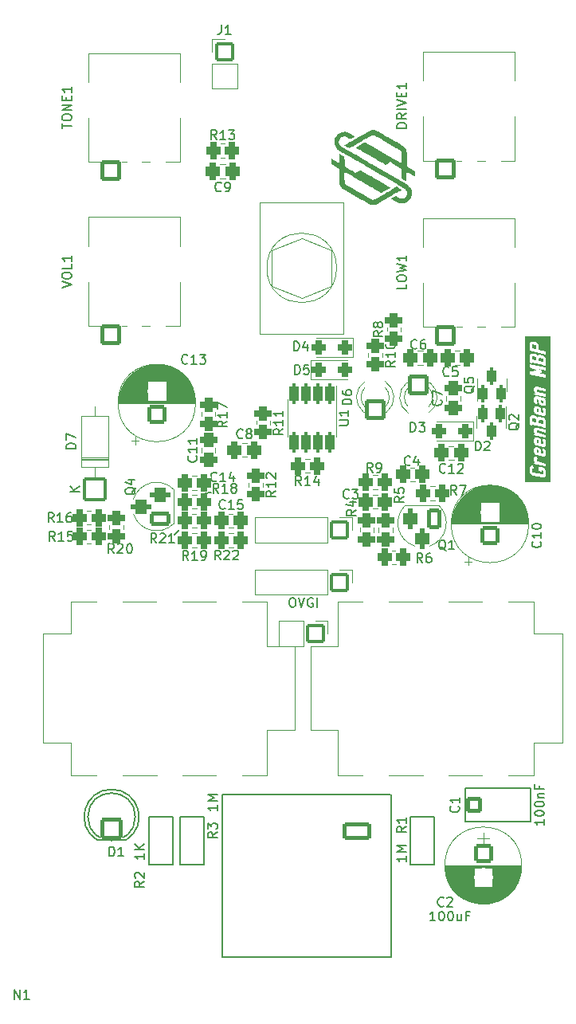
<source format=gbr>
%TF.GenerationSoftware,KiCad,Pcbnew,7.0.2-6a45011f42~172~ubuntu22.04.1*%
%TF.CreationDate,2023-05-30T10:17:06+01:00*%
%TF.ProjectId,GreenBean,47726565-6e42-4656-916e-2e6b69636164,rev?*%
%TF.SameCoordinates,Original*%
%TF.FileFunction,Legend,Top*%
%TF.FilePolarity,Positive*%
%FSLAX46Y46*%
G04 Gerber Fmt 4.6, Leading zero omitted, Abs format (unit mm)*
G04 Created by KiCad (PCBNEW 7.0.2-6a45011f42~172~ubuntu22.04.1) date 2023-05-30 10:17:06*
%MOMM*%
%LPD*%
G01*
G04 APERTURE LIST*
G04 Aperture macros list*
%AMRoundRect*
0 Rectangle with rounded corners*
0 $1 Rounding radius*
0 $2 $3 $4 $5 $6 $7 $8 $9 X,Y pos of 4 corners*
0 Add a 4 corners polygon primitive as box body*
4,1,4,$2,$3,$4,$5,$6,$7,$8,$9,$2,$3,0*
0 Add four circle primitives for the rounded corners*
1,1,$1+$1,$2,$3*
1,1,$1+$1,$4,$5*
1,1,$1+$1,$6,$7*
1,1,$1+$1,$8,$9*
0 Add four rect primitives between the rounded corners*
20,1,$1+$1,$2,$3,$4,$5,0*
20,1,$1+$1,$4,$5,$6,$7,0*
20,1,$1+$1,$6,$7,$8,$9,0*
20,1,$1+$1,$8,$9,$2,$3,0*%
G04 Aperture macros list end*
%ADD10C,0.150000*%
%ADD11C,0.120000*%
%ADD12R,2.600000X1.500000*%
%ADD13O,2.600000X1.500000*%
%ADD14R,2.000000X1.900000*%
%ADD15C,1.900000*%
%ADD16C,1.998980*%
%ADD17R,1.300000X1.300000*%
%ADD18C,1.300000*%
%ADD19RoundRect,0.200000X1.300000X0.750000X-1.300000X0.750000X-1.300000X-0.750000X1.300000X-0.750000X0*%
%ADD20O,3.000000X1.900000*%
%ADD21C,3.400000*%
%ADD22RoundRect,0.200000X-0.850000X-0.850000X0.850000X-0.850000X0.850000X0.850000X-0.850000X0.850000X0*%
%ADD23O,2.100000X2.100000*%
%ADD24RoundRect,0.200000X-0.850000X0.850000X-0.850000X-0.850000X0.850000X-0.850000X0.850000X0.850000X0*%
%ADD25RoundRect,0.200000X-0.800000X0.800000X-0.800000X-0.800000X0.800000X-0.800000X0.800000X0.800000X0*%
%ADD26C,2.000000*%
%ADD27RoundRect,0.200000X1.000000X0.950000X-1.000000X0.950000X-1.000000X-0.950000X1.000000X-0.950000X0*%
%ADD28C,2.300000*%
%ADD29C,2.398980*%
%ADD30RoundRect,0.200000X-0.650000X-0.650000X0.650000X-0.650000X0.650000X0.650000X-0.650000X0.650000X0*%
%ADD31C,1.700000*%
%ADD32RoundRect,0.450000X-0.350000X-0.450000X0.350000X-0.450000X0.350000X0.450000X-0.350000X0.450000X0*%
%ADD33RoundRect,0.200000X0.900000X-0.900000X0.900000X0.900000X-0.900000X0.900000X-0.900000X-0.900000X0*%
%ADD34C,2.200000*%
%ADD35RoundRect,0.450000X0.350000X0.450000X-0.350000X0.450000X-0.350000X-0.450000X0.350000X-0.450000X0*%
%ADD36RoundRect,0.200000X-0.900000X0.900000X-0.900000X-0.900000X0.900000X-0.900000X0.900000X0.900000X0*%
%ADD37RoundRect,0.450000X-0.450000X0.350000X-0.450000X-0.350000X0.450000X-0.350000X0.450000X0.350000X0*%
%ADD38RoundRect,0.450000X-0.337500X-0.475000X0.337500X-0.475000X0.337500X0.475000X-0.337500X0.475000X0*%
%ADD39RoundRect,0.350000X-0.150000X0.725000X-0.150000X-0.725000X0.150000X-0.725000X0.150000X0.725000X0*%
%ADD40RoundRect,0.450000X-0.300000X-0.300000X0.300000X-0.300000X0.300000X0.300000X-0.300000X0.300000X0*%
%ADD41RoundRect,0.450000X0.337500X0.475000X-0.337500X0.475000X-0.337500X-0.475000X0.337500X-0.475000X0*%
%ADD42RoundRect,0.450000X0.300000X0.300000X-0.300000X0.300000X-0.300000X-0.300000X0.300000X-0.300000X0*%
%ADD43O,3.120000X3.640000*%
%ADD44RoundRect,0.200000X0.900000X0.900000X-0.900000X0.900000X-0.900000X-0.900000X0.900000X-0.900000X0*%
%ADD45RoundRect,0.200000X0.800000X-0.800000X0.800000X0.800000X-0.800000X0.800000X-0.800000X-0.800000X0*%
%ADD46RoundRect,0.450000X0.450000X-0.350000X0.450000X0.350000X-0.450000X0.350000X-0.450000X-0.350000X0*%
%ADD47RoundRect,0.200000X0.550000X0.900000X-0.550000X0.900000X-0.550000X-0.900000X0.550000X-0.900000X0*%
%ADD48RoundRect,0.475000X0.275000X0.625000X-0.275000X0.625000X-0.275000X-0.625000X0.275000X-0.625000X0*%
%ADD49RoundRect,0.450000X0.475000X-0.337500X0.475000X0.337500X-0.475000X0.337500X-0.475000X-0.337500X0*%
%ADD50RoundRect,0.200000X0.900000X-0.550000X0.900000X0.550000X-0.900000X0.550000X-0.900000X-0.550000X0*%
%ADD51RoundRect,0.475000X0.625000X-0.275000X0.625000X0.275000X-0.625000X0.275000X-0.625000X-0.275000X0*%
%ADD52RoundRect,0.350000X0.150000X-0.587500X0.150000X0.587500X-0.150000X0.587500X-0.150000X-0.587500X0*%
%ADD53RoundRect,0.350000X-0.150000X0.587500X-0.150000X-0.587500X0.150000X-0.587500X0.150000X0.587500X0*%
%ADD54RoundRect,0.200000X1.100000X-1.100000X1.100000X1.100000X-1.100000X1.100000X-1.100000X-1.100000X0*%
%ADD55O,2.600000X2.600000*%
G04 APERTURE END LIST*
D10*
G36*
X167738022Y-97256428D02*
G01*
X167758974Y-97259665D01*
X167799030Y-97267969D01*
X167809854Y-97270495D01*
X167829409Y-97276784D01*
X167849924Y-97286964D01*
X167866074Y-97299720D01*
X167879693Y-97318428D01*
X167886240Y-97336851D01*
X167888422Y-97357850D01*
X167888422Y-97604535D01*
X167758974Y-97577669D01*
X167748149Y-97575142D01*
X167728594Y-97568853D01*
X167708079Y-97558673D01*
X167691929Y-97545917D01*
X167678311Y-97527210D01*
X167671763Y-97508787D01*
X167669581Y-97487787D01*
X167669581Y-97312421D01*
X167670978Y-97295996D01*
X167678311Y-97276624D01*
X167694810Y-97262012D01*
X167715761Y-97256333D01*
X167738022Y-97256428D01*
G37*
G36*
X167738022Y-96218885D02*
G01*
X167758974Y-96222121D01*
X167799030Y-96230425D01*
X167809854Y-96232952D01*
X167829409Y-96239241D01*
X167849924Y-96249421D01*
X167866074Y-96262177D01*
X167879693Y-96280884D01*
X167886240Y-96299307D01*
X167888422Y-96320307D01*
X167888422Y-96566992D01*
X167758974Y-96540125D01*
X167748149Y-96537599D01*
X167728594Y-96531309D01*
X167708079Y-96521130D01*
X167691929Y-96508374D01*
X167678311Y-96489666D01*
X167671763Y-96471243D01*
X167669581Y-96450244D01*
X167669581Y-96274877D01*
X167670978Y-96258452D01*
X167678311Y-96239081D01*
X167694810Y-96224468D01*
X167715761Y-96218789D01*
X167738022Y-96218885D01*
G37*
G36*
X167309729Y-93938854D02*
G01*
X167331060Y-93941870D01*
X167510823Y-93979483D01*
X167518923Y-93981342D01*
X167540020Y-93988356D01*
X167557878Y-93996948D01*
X167575175Y-94007831D01*
X167591912Y-94021004D01*
X167597531Y-94025294D01*
X167612214Y-94038346D01*
X167625221Y-94053920D01*
X167634647Y-94072177D01*
X167638318Y-94093300D01*
X167638318Y-94361967D01*
X167200635Y-94271109D01*
X167200635Y-94016608D01*
X167202060Y-94000946D01*
X167209543Y-93980544D01*
X167223441Y-93963852D01*
X167241179Y-93952128D01*
X167248775Y-93948552D01*
X167269872Y-93941659D01*
X167289333Y-93938784D01*
X167309729Y-93938854D01*
G37*
G36*
X168041318Y-94089392D02*
G01*
X168269930Y-94137264D01*
X168281150Y-94140012D01*
X168300123Y-94146877D01*
X168318255Y-94156361D01*
X168335546Y-94168462D01*
X168351995Y-94183182D01*
X168356432Y-94187731D01*
X168369705Y-94204133D01*
X168379473Y-94221284D01*
X168386342Y-94241800D01*
X168388632Y-94263293D01*
X168388632Y-94517794D01*
X167919685Y-94420586D01*
X167919685Y-94166085D01*
X167921025Y-94150405D01*
X167928057Y-94129913D01*
X167941118Y-94113053D01*
X167957787Y-94101116D01*
X167960176Y-94099833D01*
X167979799Y-94091696D01*
X168000339Y-94087346D01*
X168021794Y-94086781D01*
X168041318Y-94089392D01*
G37*
G36*
X167738022Y-92904998D02*
G01*
X167758974Y-92908234D01*
X167799030Y-92916538D01*
X167809854Y-92919065D01*
X167829409Y-92925354D01*
X167849924Y-92935534D01*
X167866074Y-92948290D01*
X167879693Y-92966997D01*
X167886240Y-92985420D01*
X167888422Y-93006420D01*
X167888422Y-93253105D01*
X167758974Y-93226238D01*
X167748149Y-93223712D01*
X167728594Y-93217423D01*
X167708079Y-93207243D01*
X167691929Y-93194487D01*
X167678311Y-93175779D01*
X167671763Y-93157356D01*
X167669581Y-93136357D01*
X167669581Y-92960990D01*
X167670978Y-92944565D01*
X167678311Y-92925194D01*
X167694810Y-92910581D01*
X167715761Y-92904902D01*
X167738022Y-92904998D01*
G37*
G36*
X168309986Y-92040683D02*
G01*
X168328839Y-92047080D01*
X168347116Y-92058210D01*
X168363230Y-92072435D01*
X168376626Y-92088740D01*
X168385630Y-92107667D01*
X168388632Y-92127634D01*
X168388632Y-92242916D01*
X168387136Y-92258304D01*
X168379282Y-92277721D01*
X168364696Y-92292742D01*
X168350494Y-92300504D01*
X168330115Y-92305084D01*
X168309986Y-92303489D01*
X168248436Y-92290788D01*
X168246550Y-92290371D01*
X168226615Y-92283140D01*
X168209794Y-92272359D01*
X168194214Y-92257571D01*
X168191257Y-92254131D01*
X168179331Y-92236299D01*
X168172175Y-92217418D01*
X168169790Y-92197487D01*
X168169790Y-92011374D01*
X168309986Y-92040683D01*
G37*
G36*
X167309729Y-87356021D02*
G01*
X167331060Y-87359036D01*
X167510823Y-87396650D01*
X167518923Y-87398509D01*
X167540020Y-87405523D01*
X167557878Y-87414115D01*
X167575175Y-87424998D01*
X167591912Y-87438171D01*
X167597531Y-87442461D01*
X167612214Y-87455512D01*
X167625221Y-87471087D01*
X167634647Y-87489344D01*
X167638318Y-87510467D01*
X167638318Y-87779134D01*
X167200635Y-87688276D01*
X167200635Y-87433775D01*
X167202060Y-87418113D01*
X167209543Y-87397711D01*
X167223441Y-87381018D01*
X167241179Y-87369295D01*
X167248775Y-87365718D01*
X167269872Y-87358826D01*
X167289333Y-87355951D01*
X167309729Y-87356021D01*
G37*
G36*
X168041318Y-87506559D02*
G01*
X168269930Y-87554431D01*
X168281150Y-87557178D01*
X168300123Y-87564044D01*
X168318255Y-87573528D01*
X168335546Y-87585629D01*
X168351995Y-87600348D01*
X168356432Y-87604897D01*
X168369705Y-87621300D01*
X168379473Y-87638450D01*
X168386342Y-87658967D01*
X168388632Y-87680460D01*
X168388632Y-87934961D01*
X167919685Y-87837752D01*
X167919685Y-87583251D01*
X167921025Y-87567572D01*
X167928057Y-87547080D01*
X167941118Y-87530220D01*
X167957787Y-87518283D01*
X167960176Y-87517000D01*
X167979799Y-87508863D01*
X168000339Y-87504513D01*
X168021794Y-87503948D01*
X168041318Y-87506559D01*
G37*
G36*
X167303172Y-86094848D02*
G01*
X167323244Y-86097766D01*
X167512777Y-86136845D01*
X167527253Y-86140542D01*
X167546917Y-86147882D01*
X167565881Y-86157746D01*
X167584144Y-86170135D01*
X167599239Y-86182763D01*
X167601643Y-86184997D01*
X167616336Y-86200928D01*
X167628548Y-86219766D01*
X167635875Y-86239275D01*
X167638318Y-86259455D01*
X167638318Y-86596510D01*
X167200635Y-86505652D01*
X167200635Y-86168597D01*
X167201974Y-86153021D01*
X167209007Y-86133070D01*
X167222067Y-86117214D01*
X167238736Y-86106559D01*
X167241096Y-86105427D01*
X167260628Y-86098359D01*
X167281320Y-86094833D01*
X167303172Y-86094848D01*
G37*
G36*
X169180714Y-100736190D02*
G01*
X166408553Y-100736190D01*
X166408553Y-99519888D01*
X166919267Y-99519888D01*
X166919721Y-99540990D01*
X166921083Y-99561921D01*
X166923354Y-99582679D01*
X166926533Y-99603266D01*
X166930620Y-99623682D01*
X166935616Y-99643925D01*
X166941520Y-99663997D01*
X166948332Y-99683897D01*
X166956052Y-99703625D01*
X166964681Y-99723182D01*
X166974218Y-99742567D01*
X166984663Y-99761780D01*
X166996016Y-99780821D01*
X167008278Y-99799691D01*
X167021448Y-99818389D01*
X167035526Y-99836915D01*
X167050276Y-99854918D01*
X167065461Y-99872048D01*
X167081081Y-99888303D01*
X167097137Y-99903685D01*
X167113627Y-99918193D01*
X167130552Y-99931826D01*
X167147912Y-99944586D01*
X167165708Y-99956472D01*
X167183938Y-99967484D01*
X167202604Y-99977622D01*
X167221704Y-99986886D01*
X167241240Y-99995276D01*
X167261211Y-100002792D01*
X167281616Y-100009434D01*
X167302457Y-100015203D01*
X167323733Y-100020097D01*
X168265533Y-100215980D01*
X168286809Y-100219916D01*
X168307650Y-100222811D01*
X168328056Y-100224664D01*
X168348026Y-100225475D01*
X168377167Y-100224738D01*
X168405328Y-100221657D01*
X168432511Y-100216231D01*
X168458714Y-100208462D01*
X168483939Y-100198348D01*
X168508185Y-100185890D01*
X168531452Y-100171088D01*
X168553740Y-100153942D01*
X168574517Y-100134967D01*
X168593250Y-100114678D01*
X168609940Y-100093076D01*
X168624586Y-100070159D01*
X168637188Y-100045929D01*
X168647747Y-100020385D01*
X168656262Y-99993528D01*
X168662733Y-99965356D01*
X168665912Y-99945845D01*
X168668183Y-99925751D01*
X168669545Y-99905072D01*
X168670000Y-99883810D01*
X168670000Y-99645429D01*
X168669566Y-99624617D01*
X168668267Y-99603946D01*
X168666101Y-99583416D01*
X168663069Y-99563027D01*
X168659171Y-99542780D01*
X168654406Y-99522674D01*
X168648775Y-99502709D01*
X168642278Y-99482885D01*
X168634914Y-99463203D01*
X168626685Y-99443661D01*
X168617588Y-99424261D01*
X168607626Y-99405002D01*
X168596797Y-99385884D01*
X168585102Y-99366908D01*
X168572541Y-99348073D01*
X168559113Y-99329378D01*
X168545033Y-99311201D01*
X168530514Y-99293917D01*
X168515556Y-99277526D01*
X168500159Y-99262028D01*
X168484323Y-99247424D01*
X168468049Y-99233712D01*
X168451335Y-99220893D01*
X168434183Y-99208967D01*
X168416592Y-99197934D01*
X168398562Y-99187794D01*
X168380093Y-99178547D01*
X168361185Y-99170193D01*
X168341838Y-99162732D01*
X168322053Y-99156164D01*
X168301828Y-99150490D01*
X168281165Y-99145708D01*
X167919685Y-99070481D01*
X167919685Y-99560921D01*
X168201053Y-99619050D01*
X168201053Y-99451500D01*
X168270907Y-99466154D01*
X168282012Y-99468879D01*
X168300822Y-99475595D01*
X168318837Y-99484787D01*
X168336058Y-99496458D01*
X168352484Y-99510607D01*
X168354708Y-99512811D01*
X168368299Y-99528558D01*
X168379595Y-99547243D01*
X168386372Y-99566660D01*
X168388632Y-99586810D01*
X168388632Y-99825191D01*
X168387361Y-99839892D01*
X168380689Y-99859366D01*
X168368299Y-99875750D01*
X168352484Y-99887718D01*
X168333647Y-99896327D01*
X168313771Y-99901151D01*
X168292858Y-99902189D01*
X168270907Y-99899441D01*
X167315917Y-99701116D01*
X167308005Y-99699227D01*
X167287450Y-99691839D01*
X167270116Y-99682569D01*
X167253390Y-99670681D01*
X167237271Y-99656175D01*
X167235017Y-99653881D01*
X167221243Y-99637582D01*
X167209794Y-99618440D01*
X167202924Y-99598748D01*
X167200635Y-99578506D01*
X167200635Y-99340125D01*
X167201991Y-99325493D01*
X167209114Y-99306380D01*
X167222342Y-99290666D01*
X167239225Y-99279553D01*
X167258856Y-99271371D01*
X167279159Y-99266852D01*
X167300133Y-99265997D01*
X167321779Y-99268806D01*
X167398960Y-99284926D01*
X167317871Y-98945429D01*
X167307480Y-98943872D01*
X167286998Y-98941490D01*
X167266916Y-98940086D01*
X167237546Y-98939811D01*
X167209077Y-98941734D01*
X167181509Y-98945856D01*
X167154843Y-98952176D01*
X167129079Y-98960694D01*
X167104216Y-98971410D01*
X167080255Y-98984324D01*
X167057196Y-98999437D01*
X167035038Y-99016748D01*
X167021019Y-99029231D01*
X167001686Y-99048971D01*
X166984388Y-99069931D01*
X166969125Y-99092111D01*
X166955897Y-99115509D01*
X166944705Y-99140127D01*
X166935547Y-99165965D01*
X166928424Y-99193021D01*
X166923337Y-99221297D01*
X166921076Y-99240825D01*
X166919719Y-99260895D01*
X166919267Y-99281507D01*
X166919267Y-99519888D01*
X166408553Y-99519888D01*
X166408553Y-98769085D01*
X167388213Y-98769085D01*
X168670000Y-99035799D01*
X168670000Y-98740265D01*
X167755554Y-98550244D01*
X167745143Y-98547754D01*
X167722055Y-98539508D01*
X167703164Y-98528376D01*
X167688471Y-98514359D01*
X167677977Y-98497455D01*
X167671680Y-98477665D01*
X167669581Y-98454989D01*
X167669581Y-98326517D01*
X167670871Y-98310069D01*
X167677643Y-98290577D01*
X167692880Y-98275694D01*
X167712228Y-98269672D01*
X167732786Y-98269403D01*
X167752135Y-98272295D01*
X167813196Y-98284996D01*
X167740900Y-97982623D01*
X167676908Y-97974319D01*
X167654354Y-97972371D01*
X167632486Y-97971840D01*
X167611306Y-97972726D01*
X167590812Y-97975029D01*
X167571006Y-97978748D01*
X167551886Y-97983885D01*
X167527462Y-97992937D01*
X167504259Y-98004508D01*
X167487658Y-98014839D01*
X167471744Y-98026587D01*
X167452167Y-98043921D01*
X167435199Y-98062949D01*
X167420842Y-98083671D01*
X167409096Y-98106088D01*
X167399960Y-98130199D01*
X167394820Y-98149395D01*
X167391150Y-98169544D01*
X167388947Y-98190645D01*
X167388213Y-98212700D01*
X167388213Y-98347034D01*
X167388724Y-98368558D01*
X167390259Y-98390020D01*
X167392815Y-98411422D01*
X167396395Y-98432763D01*
X167400998Y-98454043D01*
X167406623Y-98475261D01*
X167413271Y-98496419D01*
X167420942Y-98517515D01*
X167429635Y-98538551D01*
X167439351Y-98559525D01*
X167450090Y-98580438D01*
X167461852Y-98601290D01*
X167474637Y-98622082D01*
X167488444Y-98642812D01*
X167503274Y-98663481D01*
X167519127Y-98684089D01*
X167388213Y-98694836D01*
X167388213Y-98769085D01*
X166408553Y-98769085D01*
X166408553Y-97494626D01*
X167388213Y-97494626D01*
X167388553Y-97509603D01*
X167390336Y-97531904D01*
X167393647Y-97554008D01*
X167398487Y-97575914D01*
X167404856Y-97597622D01*
X167412753Y-97619133D01*
X167422178Y-97640447D01*
X167433132Y-97661563D01*
X167445614Y-97682481D01*
X167459624Y-97703202D01*
X167475163Y-97723726D01*
X167486166Y-97736957D01*
X167503170Y-97755587D01*
X167520776Y-97772758D01*
X167538982Y-97788468D01*
X167557790Y-97802719D01*
X167577199Y-97815511D01*
X167597209Y-97826842D01*
X167617819Y-97836714D01*
X167639031Y-97845126D01*
X167660844Y-97852078D01*
X167683258Y-97857571D01*
X168374954Y-98001186D01*
X168390313Y-98004039D01*
X168412786Y-98006879D01*
X168434580Y-98007994D01*
X168455696Y-98007383D01*
X168476134Y-98005046D01*
X168495893Y-98000983D01*
X168514974Y-97995194D01*
X168533377Y-97987679D01*
X168551101Y-97978439D01*
X168568147Y-97967472D01*
X168584515Y-97954780D01*
X168594866Y-97945485D01*
X168609142Y-97930806D01*
X168621914Y-97915243D01*
X168633184Y-97898795D01*
X168642952Y-97881463D01*
X168651216Y-97863246D01*
X168657978Y-97844145D01*
X168663238Y-97824160D01*
X168666994Y-97803290D01*
X168669248Y-97781536D01*
X168670000Y-97758897D01*
X168670000Y-97515143D01*
X168669685Y-97499816D01*
X168668032Y-97477056D01*
X168664962Y-97454570D01*
X168660475Y-97432359D01*
X168654572Y-97410423D01*
X168647252Y-97388762D01*
X168638515Y-97367376D01*
X168628361Y-97346264D01*
X168616791Y-97325427D01*
X168603803Y-97304865D01*
X168589399Y-97284577D01*
X168579176Y-97271468D01*
X168563282Y-97253021D01*
X168546718Y-97236034D01*
X168529484Y-97220506D01*
X168511581Y-97206439D01*
X168493008Y-97193831D01*
X168473766Y-97182682D01*
X168453853Y-97172994D01*
X168433271Y-97164765D01*
X168412019Y-97157996D01*
X168390097Y-97152686D01*
X168333921Y-97140963D01*
X168261137Y-97413538D01*
X168316824Y-97425261D01*
X168335274Y-97431715D01*
X168352339Y-97443018D01*
X168366650Y-97457501D01*
X168368002Y-97459156D01*
X168379165Y-97476329D01*
X168386485Y-97496542D01*
X168388632Y-97516120D01*
X168388632Y-97631402D01*
X168387533Y-97643951D01*
X168379663Y-97663535D01*
X168365673Y-97677320D01*
X168356794Y-97682443D01*
X168336968Y-97688477D01*
X168316336Y-97687578D01*
X168169790Y-97657292D01*
X168169790Y-97416468D01*
X168169456Y-97401430D01*
X168167703Y-97379038D01*
X168164447Y-97356843D01*
X168159689Y-97334845D01*
X168153428Y-97313045D01*
X168145664Y-97291442D01*
X168136398Y-97270037D01*
X168125628Y-97248830D01*
X168113357Y-97227819D01*
X168099582Y-97207007D01*
X168084305Y-97186392D01*
X168073463Y-97173040D01*
X168056613Y-97154237D01*
X168039059Y-97136902D01*
X168020801Y-97121035D01*
X168001839Y-97106637D01*
X167982173Y-97093707D01*
X167961802Y-97082245D01*
X167940728Y-97072252D01*
X167918949Y-97063726D01*
X167896466Y-97056670D01*
X167873279Y-97051081D01*
X167684724Y-97012002D01*
X167669188Y-97009096D01*
X167646470Y-97006204D01*
X167624457Y-97005072D01*
X167603148Y-97005700D01*
X167582543Y-97008089D01*
X167562642Y-97012237D01*
X167543445Y-97018147D01*
X167524952Y-97025816D01*
X167507163Y-97035245D01*
X167490079Y-97046435D01*
X167473698Y-97059385D01*
X167463346Y-97068789D01*
X167449071Y-97083581D01*
X167436298Y-97099197D01*
X167425028Y-97115638D01*
X167415261Y-97132903D01*
X167406996Y-97150992D01*
X167400234Y-97169905D01*
X167394975Y-97189643D01*
X167391218Y-97210205D01*
X167388964Y-97231592D01*
X167388213Y-97253803D01*
X167388213Y-97487787D01*
X167388213Y-97494626D01*
X166408553Y-97494626D01*
X166408553Y-96457083D01*
X167388213Y-96457083D01*
X167388553Y-96472060D01*
X167390336Y-96494361D01*
X167393647Y-96516464D01*
X167398487Y-96538370D01*
X167404856Y-96560079D01*
X167412753Y-96581590D01*
X167422178Y-96602903D01*
X167433132Y-96624019D01*
X167445614Y-96644938D01*
X167459624Y-96665659D01*
X167475163Y-96686182D01*
X167486166Y-96699413D01*
X167503170Y-96718044D01*
X167520776Y-96735214D01*
X167538982Y-96750925D01*
X167557790Y-96765176D01*
X167577199Y-96777967D01*
X167597209Y-96789299D01*
X167617819Y-96799170D01*
X167639031Y-96807582D01*
X167660844Y-96814535D01*
X167683258Y-96820027D01*
X168374954Y-96963642D01*
X168390313Y-96966495D01*
X168412786Y-96969336D01*
X168434580Y-96970450D01*
X168455696Y-96969839D01*
X168476134Y-96967502D01*
X168495893Y-96963439D01*
X168514974Y-96957651D01*
X168533377Y-96950136D01*
X168551101Y-96940895D01*
X168568147Y-96929929D01*
X168584515Y-96917236D01*
X168594866Y-96907941D01*
X168609142Y-96893263D01*
X168621914Y-96877699D01*
X168633184Y-96861252D01*
X168642952Y-96843919D01*
X168651216Y-96825703D01*
X168657978Y-96806602D01*
X168663238Y-96786616D01*
X168666994Y-96765746D01*
X168669248Y-96743992D01*
X168670000Y-96721353D01*
X168670000Y-96477599D01*
X168669685Y-96462273D01*
X168668032Y-96439512D01*
X168664962Y-96417027D01*
X168660475Y-96394816D01*
X168654572Y-96372880D01*
X168647252Y-96351219D01*
X168638515Y-96329832D01*
X168628361Y-96308720D01*
X168616791Y-96287883D01*
X168603803Y-96267321D01*
X168589399Y-96247034D01*
X168579176Y-96233925D01*
X168563282Y-96215478D01*
X168546718Y-96198490D01*
X168529484Y-96182963D01*
X168511581Y-96168895D01*
X168493008Y-96156287D01*
X168473766Y-96145139D01*
X168453853Y-96135450D01*
X168433271Y-96127221D01*
X168412019Y-96120452D01*
X168390097Y-96115143D01*
X168333921Y-96103419D01*
X168261137Y-96375994D01*
X168316824Y-96387718D01*
X168335274Y-96394172D01*
X168352339Y-96405475D01*
X168366650Y-96419958D01*
X168368002Y-96421612D01*
X168379165Y-96438785D01*
X168386485Y-96458998D01*
X168388632Y-96478576D01*
X168388632Y-96593859D01*
X168387533Y-96606407D01*
X168379663Y-96625992D01*
X168365673Y-96639776D01*
X168356794Y-96644900D01*
X168336968Y-96650934D01*
X168316336Y-96650034D01*
X168169790Y-96619748D01*
X168169790Y-96378925D01*
X168169456Y-96363887D01*
X168167703Y-96341494D01*
X168164447Y-96319299D01*
X168159689Y-96297301D01*
X168153428Y-96275501D01*
X168145664Y-96253899D01*
X168136398Y-96232494D01*
X168125628Y-96211286D01*
X168113357Y-96190276D01*
X168099582Y-96169463D01*
X168084305Y-96148848D01*
X168073463Y-96135497D01*
X168056613Y-96116693D01*
X168039059Y-96099358D01*
X168020801Y-96083492D01*
X168001839Y-96069093D01*
X167982173Y-96056163D01*
X167961802Y-96044701D01*
X167940728Y-96034708D01*
X167918949Y-96026183D01*
X167896466Y-96019126D01*
X167873279Y-96013538D01*
X167684724Y-95974459D01*
X167669188Y-95971553D01*
X167646470Y-95968660D01*
X167624457Y-95967528D01*
X167603148Y-95968157D01*
X167582543Y-95970545D01*
X167562642Y-95974694D01*
X167543445Y-95980603D01*
X167524952Y-95988272D01*
X167507163Y-95997702D01*
X167490079Y-96008892D01*
X167473698Y-96021842D01*
X167463346Y-96031245D01*
X167449071Y-96046037D01*
X167436298Y-96061653D01*
X167425028Y-96078094D01*
X167415261Y-96095359D01*
X167406996Y-96113448D01*
X167400234Y-96132362D01*
X167394975Y-96152100D01*
X167391218Y-96172662D01*
X167388964Y-96194048D01*
X167388213Y-96216259D01*
X167388213Y-96450244D01*
X167388213Y-96457083D01*
X166408553Y-96457083D01*
X166408553Y-95720935D01*
X167388213Y-95720935D01*
X168670000Y-95987648D01*
X168670000Y-95692114D01*
X167755554Y-95502093D01*
X167750265Y-95500911D01*
X167730787Y-95495145D01*
X167710217Y-95485597D01*
X167693845Y-95473449D01*
X167679740Y-95455440D01*
X167671680Y-95433687D01*
X167669581Y-95412700D01*
X167669581Y-95292044D01*
X167670924Y-95275726D01*
X167677977Y-95256457D01*
X167693845Y-95241878D01*
X167713995Y-95236154D01*
X167735404Y-95236158D01*
X167755554Y-95239288D01*
X168670000Y-95429309D01*
X168670000Y-95133286D01*
X167687166Y-94929099D01*
X167671567Y-94926187D01*
X167648748Y-94923265D01*
X167626625Y-94922077D01*
X167605197Y-94922624D01*
X167584464Y-94924905D01*
X167564427Y-94928921D01*
X167545086Y-94934671D01*
X167526440Y-94942156D01*
X167508489Y-94951375D01*
X167491234Y-94962329D01*
X167474675Y-94975017D01*
X167464205Y-94984252D01*
X167449767Y-94998850D01*
X167436848Y-95014340D01*
X167425449Y-95030723D01*
X167415570Y-95048000D01*
X167407211Y-95066169D01*
X167400372Y-95085232D01*
X167395052Y-95105187D01*
X167391253Y-95126035D01*
X167388973Y-95147777D01*
X167388213Y-95170411D01*
X167388213Y-95304745D01*
X167388736Y-95325904D01*
X167390304Y-95347006D01*
X167392919Y-95368051D01*
X167396578Y-95389039D01*
X167401284Y-95409970D01*
X167407035Y-95430843D01*
X167413832Y-95451659D01*
X167421674Y-95472418D01*
X167430562Y-95493119D01*
X167440496Y-95513763D01*
X167451476Y-95534350D01*
X167463501Y-95554880D01*
X167476572Y-95575353D01*
X167490688Y-95595768D01*
X167505850Y-95616126D01*
X167522058Y-95636427D01*
X167388213Y-95646685D01*
X167388213Y-95720935D01*
X166408553Y-95720935D01*
X166408553Y-94612561D01*
X166919267Y-94612561D01*
X167200635Y-94671179D01*
X167200635Y-94588625D01*
X168388632Y-94835310D01*
X168388632Y-94917864D01*
X168670000Y-94976482D01*
X168670000Y-94321912D01*
X168669536Y-94300395D01*
X168668145Y-94279077D01*
X168665826Y-94257958D01*
X168662581Y-94237037D01*
X168658408Y-94216315D01*
X168653307Y-94195791D01*
X168647279Y-94175465D01*
X168640324Y-94155338D01*
X168632441Y-94135409D01*
X168623632Y-94115679D01*
X168613894Y-94096147D01*
X168603230Y-94076814D01*
X168591638Y-94057679D01*
X168579118Y-94038743D01*
X168565672Y-94020005D01*
X168551297Y-94001465D01*
X168536238Y-93983399D01*
X168520737Y-93966202D01*
X168504792Y-93949876D01*
X168488405Y-93934420D01*
X168471575Y-93919834D01*
X168454303Y-93906119D01*
X168436587Y-93893273D01*
X168418429Y-93881297D01*
X168399829Y-93870192D01*
X168380785Y-93859957D01*
X168361299Y-93850592D01*
X168341371Y-93842096D01*
X168320999Y-93834472D01*
X168300185Y-93827717D01*
X168278929Y-93821832D01*
X168257229Y-93816817D01*
X168028129Y-93769434D01*
X168018964Y-93767652D01*
X167991768Y-93764000D01*
X167965017Y-93762889D01*
X167938714Y-93764320D01*
X167912856Y-93768293D01*
X167887445Y-93774808D01*
X167862481Y-93783864D01*
X167837963Y-93795461D01*
X167813892Y-93809601D01*
X167790267Y-93826282D01*
X167774766Y-93838814D01*
X167759462Y-93852477D01*
X167745164Y-93832661D01*
X167730603Y-93813879D01*
X167715779Y-93796131D01*
X167700691Y-93779418D01*
X167685340Y-93763738D01*
X167669726Y-93749093D01*
X167653848Y-93735483D01*
X167637707Y-93722906D01*
X167621303Y-93711364D01*
X167604635Y-93700855D01*
X167579140Y-93687032D01*
X167553052Y-93675536D01*
X167526372Y-93666367D01*
X167499099Y-93659525D01*
X167334968Y-93625331D01*
X167324062Y-93623174D01*
X167302572Y-93619659D01*
X167281514Y-93617209D01*
X167260887Y-93615824D01*
X167240691Y-93615504D01*
X167220926Y-93616248D01*
X167192088Y-93619360D01*
X167164220Y-93624869D01*
X167137322Y-93632773D01*
X167111395Y-93643072D01*
X167086438Y-93655768D01*
X167062451Y-93670859D01*
X167039434Y-93688346D01*
X167017959Y-93707648D01*
X166998596Y-93728188D01*
X166981345Y-93749964D01*
X166966207Y-93772976D01*
X166953181Y-93797225D01*
X166942268Y-93822710D01*
X166933466Y-93849431D01*
X166926777Y-93877390D01*
X166923491Y-93896715D01*
X166921144Y-93916591D01*
X166919736Y-93937015D01*
X166919267Y-93957990D01*
X166919267Y-94271109D01*
X166919267Y-94420586D01*
X166919267Y-94612561D01*
X166408553Y-94612561D01*
X166408553Y-93143196D01*
X167388213Y-93143196D01*
X167388553Y-93158173D01*
X167390336Y-93180474D01*
X167393647Y-93202577D01*
X167398487Y-93224483D01*
X167404856Y-93246192D01*
X167412753Y-93267703D01*
X167422178Y-93289016D01*
X167433132Y-93310132D01*
X167445614Y-93331051D01*
X167459624Y-93351772D01*
X167475163Y-93372295D01*
X167486166Y-93385526D01*
X167503170Y-93404157D01*
X167520776Y-93421327D01*
X167538982Y-93437038D01*
X167557790Y-93451289D01*
X167577199Y-93464080D01*
X167597209Y-93475412D01*
X167617819Y-93485283D01*
X167639031Y-93493696D01*
X167660844Y-93500648D01*
X167683258Y-93506140D01*
X168374954Y-93649755D01*
X168390313Y-93652608D01*
X168412786Y-93655449D01*
X168434580Y-93656564D01*
X168455696Y-93655952D01*
X168476134Y-93653615D01*
X168495893Y-93649553D01*
X168514974Y-93643764D01*
X168533377Y-93636249D01*
X168551101Y-93627008D01*
X168568147Y-93616042D01*
X168584515Y-93603349D01*
X168594866Y-93594055D01*
X168609142Y-93579376D01*
X168621914Y-93563812D01*
X168633184Y-93547365D01*
X168642952Y-93530032D01*
X168651216Y-93511816D01*
X168657978Y-93492715D01*
X168663238Y-93472729D01*
X168666994Y-93451859D01*
X168669248Y-93430105D01*
X168670000Y-93407466D01*
X168670000Y-93163712D01*
X168669685Y-93148386D01*
X168668032Y-93125625D01*
X168664962Y-93103140D01*
X168660475Y-93080929D01*
X168654572Y-93058993D01*
X168647252Y-93037332D01*
X168638515Y-93015945D01*
X168628361Y-92994833D01*
X168616791Y-92973996D01*
X168603803Y-92953434D01*
X168589399Y-92933147D01*
X168579176Y-92920038D01*
X168563282Y-92901591D01*
X168546718Y-92884603D01*
X168529484Y-92869076D01*
X168511581Y-92855008D01*
X168493008Y-92842400D01*
X168473766Y-92831252D01*
X168453853Y-92821563D01*
X168433271Y-92813334D01*
X168412019Y-92806565D01*
X168390097Y-92801256D01*
X168333921Y-92789532D01*
X168261137Y-93062107D01*
X168316824Y-93073831D01*
X168335274Y-93080285D01*
X168352339Y-93091588D01*
X168366650Y-93106071D01*
X168368002Y-93107725D01*
X168379165Y-93124898D01*
X168386485Y-93145111D01*
X168388632Y-93164689D01*
X168388632Y-93279972D01*
X168387533Y-93292521D01*
X168379663Y-93312105D01*
X168365673Y-93325889D01*
X168356794Y-93331013D01*
X168336968Y-93337047D01*
X168316336Y-93336147D01*
X168169790Y-93305861D01*
X168169790Y-93065038D01*
X168169456Y-93050000D01*
X168167703Y-93027607D01*
X168164447Y-93005412D01*
X168159689Y-92983414D01*
X168153428Y-92961614D01*
X168145664Y-92940012D01*
X168136398Y-92918607D01*
X168125628Y-92897399D01*
X168113357Y-92876389D01*
X168099582Y-92855576D01*
X168084305Y-92834961D01*
X168073463Y-92821610D01*
X168056613Y-92802806D01*
X168039059Y-92785471D01*
X168020801Y-92769605D01*
X168001839Y-92755206D01*
X167982173Y-92742276D01*
X167961802Y-92730814D01*
X167940728Y-92720821D01*
X167918949Y-92712296D01*
X167896466Y-92705239D01*
X167873279Y-92699651D01*
X167684724Y-92660572D01*
X167669188Y-92657666D01*
X167646470Y-92654773D01*
X167624457Y-92653641D01*
X167603148Y-92654270D01*
X167582543Y-92656658D01*
X167562642Y-92660807D01*
X167543445Y-92666716D01*
X167524952Y-92674385D01*
X167507163Y-92683815D01*
X167490079Y-92695005D01*
X167473698Y-92707955D01*
X167463346Y-92717358D01*
X167449071Y-92732150D01*
X167436298Y-92747766D01*
X167425028Y-92764207D01*
X167415261Y-92781472D01*
X167406996Y-92799561D01*
X167400234Y-92818475D01*
X167394975Y-92838213D01*
X167391218Y-92858775D01*
X167388964Y-92880161D01*
X167388213Y-92902372D01*
X167388213Y-93136357D01*
X167388213Y-93143196D01*
X166408553Y-93143196D01*
X166408553Y-92067550D01*
X167388213Y-92067550D01*
X167388539Y-92082529D01*
X167390252Y-92104840D01*
X167393434Y-92126962D01*
X167398083Y-92148895D01*
X167404201Y-92170640D01*
X167411788Y-92192195D01*
X167420842Y-92213562D01*
X167431365Y-92234739D01*
X167443357Y-92255728D01*
X167456816Y-92276528D01*
X167471744Y-92297138D01*
X167482277Y-92310429D01*
X167498649Y-92329140D01*
X167515708Y-92346384D01*
X167533454Y-92362159D01*
X167551886Y-92376466D01*
X167571006Y-92389304D01*
X167590812Y-92400674D01*
X167611306Y-92410576D01*
X167632486Y-92419010D01*
X167654354Y-92425975D01*
X167676908Y-92431472D01*
X167740900Y-92445150D01*
X167799030Y-92223866D01*
X167751646Y-92214096D01*
X167728004Y-92207441D01*
X167708370Y-92198163D01*
X167692742Y-92186261D01*
X167679278Y-92168515D01*
X167671584Y-92146991D01*
X167669581Y-92126168D01*
X167669581Y-91978157D01*
X167669658Y-91973816D01*
X167673344Y-91951353D01*
X167684634Y-91932917D01*
X167703451Y-91922849D01*
X167725570Y-91920880D01*
X167748227Y-91923935D01*
X167888422Y-91952756D01*
X167888422Y-92011374D01*
X167888422Y-92207257D01*
X167888756Y-92222587D01*
X167890509Y-92245367D01*
X167893765Y-92267890D01*
X167898524Y-92290156D01*
X167904785Y-92312163D01*
X167912549Y-92333913D01*
X167921815Y-92355406D01*
X167932584Y-92376640D01*
X167944856Y-92397618D01*
X167958630Y-92418337D01*
X167973907Y-92438799D01*
X167984690Y-92451973D01*
X168001459Y-92470532D01*
X168018940Y-92487648D01*
X168037133Y-92503321D01*
X168056040Y-92517552D01*
X168075659Y-92530341D01*
X168095991Y-92541687D01*
X168117035Y-92551590D01*
X168138792Y-92560051D01*
X168161262Y-92567069D01*
X168184445Y-92572644D01*
X168371535Y-92611723D01*
X168387075Y-92614576D01*
X168409812Y-92617417D01*
X168431863Y-92618531D01*
X168453226Y-92617920D01*
X168473903Y-92615583D01*
X168493893Y-92611520D01*
X168513196Y-92605732D01*
X168531811Y-92598217D01*
X168549740Y-92588976D01*
X168566982Y-92578010D01*
X168583538Y-92565317D01*
X168594008Y-92556082D01*
X168608446Y-92541484D01*
X168621365Y-92525994D01*
X168632763Y-92509611D01*
X168642642Y-92492334D01*
X168651002Y-92474165D01*
X168657841Y-92455102D01*
X168663160Y-92435147D01*
X168666960Y-92414299D01*
X168669240Y-92392557D01*
X168670000Y-92369923D01*
X168670000Y-92235589D01*
X168669563Y-92213130D01*
X168668252Y-92190939D01*
X168666067Y-92169014D01*
X168663008Y-92147356D01*
X168659075Y-92125966D01*
X168654269Y-92104843D01*
X168648588Y-92083987D01*
X168642034Y-92063398D01*
X168634605Y-92043076D01*
X168626303Y-92023022D01*
X168617127Y-92003234D01*
X168607076Y-91983714D01*
X168596152Y-91964461D01*
X168584354Y-91945474D01*
X168571682Y-91926756D01*
X168558136Y-91908304D01*
X168670000Y-91890718D01*
X168670000Y-91813538D01*
X167687166Y-91609351D01*
X167671567Y-91606439D01*
X167648748Y-91603516D01*
X167626625Y-91602329D01*
X167605197Y-91602875D01*
X167584464Y-91605156D01*
X167564427Y-91609172D01*
X167545086Y-91614922D01*
X167526440Y-91622407D01*
X167508489Y-91631626D01*
X167491234Y-91642580D01*
X167474675Y-91655268D01*
X167464205Y-91664504D01*
X167449767Y-91679101D01*
X167436848Y-91694591D01*
X167425449Y-91710975D01*
X167415570Y-91728251D01*
X167407211Y-91746420D01*
X167400372Y-91765483D01*
X167395052Y-91785438D01*
X167391253Y-91806287D01*
X167388973Y-91828028D01*
X167388213Y-91850662D01*
X167388213Y-92067550D01*
X166408553Y-92067550D01*
X166408553Y-91359734D01*
X167388213Y-91359734D01*
X168670000Y-91626448D01*
X168670000Y-91330914D01*
X167755554Y-91140893D01*
X167750265Y-91139711D01*
X167730787Y-91133945D01*
X167710217Y-91124397D01*
X167693845Y-91112249D01*
X167679740Y-91094240D01*
X167671680Y-91072487D01*
X167669581Y-91051500D01*
X167669581Y-90930844D01*
X167670924Y-90914525D01*
X167677977Y-90895257D01*
X167693845Y-90880678D01*
X167713995Y-90874953D01*
X167735404Y-90874958D01*
X167755554Y-90878087D01*
X168670000Y-91068108D01*
X168670000Y-90772086D01*
X167687166Y-90567899D01*
X167671567Y-90564987D01*
X167648748Y-90562065D01*
X167626625Y-90560877D01*
X167605197Y-90561424D01*
X167584464Y-90563705D01*
X167564427Y-90567721D01*
X167545086Y-90573471D01*
X167526440Y-90580956D01*
X167508489Y-90590175D01*
X167491234Y-90601128D01*
X167474675Y-90613817D01*
X167464205Y-90623052D01*
X167449767Y-90637649D01*
X167436848Y-90653140D01*
X167425449Y-90669523D01*
X167415570Y-90686799D01*
X167407211Y-90704969D01*
X167400372Y-90724031D01*
X167395052Y-90743987D01*
X167391253Y-90764835D01*
X167388973Y-90786577D01*
X167388213Y-90809211D01*
X167388213Y-90943545D01*
X167388736Y-90964704D01*
X167390304Y-90985806D01*
X167392919Y-91006851D01*
X167396578Y-91027839D01*
X167401284Y-91048769D01*
X167407035Y-91069643D01*
X167413832Y-91090458D01*
X167421674Y-91111217D01*
X167430562Y-91131919D01*
X167440496Y-91152563D01*
X167451476Y-91173150D01*
X167463501Y-91193680D01*
X167476572Y-91214152D01*
X167490688Y-91234567D01*
X167505850Y-91254926D01*
X167522058Y-91275226D01*
X167388213Y-91285484D01*
X167388213Y-91359734D01*
X166408553Y-91359734D01*
X166408553Y-88189951D01*
X166919267Y-88189951D01*
X166919267Y-88512840D01*
X167715010Y-88894836D01*
X166919267Y-88946127D01*
X166919267Y-89263642D01*
X168670000Y-89627564D01*
X168670000Y-89310048D01*
X167880607Y-89145917D01*
X168246971Y-89114654D01*
X168246971Y-88895812D01*
X167880607Y-88712630D01*
X168670000Y-88876762D01*
X168670000Y-88553872D01*
X166919267Y-88189951D01*
X166408553Y-88189951D01*
X166408553Y-88029727D01*
X166919267Y-88029727D01*
X167200635Y-88088346D01*
X167200635Y-88005792D01*
X168388632Y-88252477D01*
X168388632Y-88335031D01*
X168670000Y-88393649D01*
X168670000Y-87739078D01*
X168669536Y-87717562D01*
X168668145Y-87696244D01*
X168665826Y-87675125D01*
X168662581Y-87654204D01*
X168658408Y-87633481D01*
X168653307Y-87612957D01*
X168647279Y-87592632D01*
X168640324Y-87572505D01*
X168632441Y-87552576D01*
X168623632Y-87532846D01*
X168613894Y-87513314D01*
X168603230Y-87493981D01*
X168591638Y-87474846D01*
X168579118Y-87455909D01*
X168565672Y-87437171D01*
X168551297Y-87418632D01*
X168536238Y-87400565D01*
X168520737Y-87383369D01*
X168504792Y-87367043D01*
X168488405Y-87351587D01*
X168471575Y-87337001D01*
X168454303Y-87323285D01*
X168436587Y-87310440D01*
X168418429Y-87298464D01*
X168399829Y-87287359D01*
X168380785Y-87277124D01*
X168361299Y-87267758D01*
X168341371Y-87259263D01*
X168320999Y-87251638D01*
X168300185Y-87244883D01*
X168278929Y-87238999D01*
X168257229Y-87233984D01*
X168028129Y-87186601D01*
X168018964Y-87184819D01*
X167991768Y-87181167D01*
X167965017Y-87180056D01*
X167938714Y-87181487D01*
X167912856Y-87185460D01*
X167887445Y-87191974D01*
X167862481Y-87201030D01*
X167837963Y-87212628D01*
X167813892Y-87226768D01*
X167790267Y-87243449D01*
X167774766Y-87255981D01*
X167759462Y-87269644D01*
X167745164Y-87249827D01*
X167730603Y-87231046D01*
X167715779Y-87213298D01*
X167700691Y-87196584D01*
X167685340Y-87180905D01*
X167669726Y-87166260D01*
X167653848Y-87152649D01*
X167637707Y-87140073D01*
X167621303Y-87128530D01*
X167604635Y-87118022D01*
X167579140Y-87104199D01*
X167553052Y-87092703D01*
X167526372Y-87083534D01*
X167499099Y-87076692D01*
X167334968Y-87042498D01*
X167324062Y-87040341D01*
X167302572Y-87036826D01*
X167281514Y-87034376D01*
X167260887Y-87032991D01*
X167240691Y-87032670D01*
X167220926Y-87033414D01*
X167192088Y-87036527D01*
X167164220Y-87042036D01*
X167137322Y-87049940D01*
X167111395Y-87060239D01*
X167086438Y-87072935D01*
X167062451Y-87088026D01*
X167039434Y-87105512D01*
X167017959Y-87124815D01*
X166998596Y-87145355D01*
X166981345Y-87167130D01*
X166966207Y-87190143D01*
X166953181Y-87214391D01*
X166942268Y-87239877D01*
X166933466Y-87266598D01*
X166926777Y-87294556D01*
X166923491Y-87313882D01*
X166921144Y-87333757D01*
X166919736Y-87354182D01*
X166919267Y-87375157D01*
X166919267Y-87688276D01*
X166919267Y-87837752D01*
X166919267Y-88029727D01*
X166408553Y-88029727D01*
X166408553Y-86764549D01*
X166919267Y-86764549D01*
X168670000Y-87128471D01*
X168670000Y-86810956D01*
X167919685Y-86655129D01*
X167919685Y-86318073D01*
X167919228Y-86296616D01*
X167917854Y-86275354D01*
X167915564Y-86254286D01*
X167912358Y-86233413D01*
X167908237Y-86212734D01*
X167903199Y-86192250D01*
X167897246Y-86171961D01*
X167890376Y-86151866D01*
X167882591Y-86131966D01*
X167873890Y-86112261D01*
X167864273Y-86092750D01*
X167853740Y-86073434D01*
X167842291Y-86054312D01*
X167829926Y-86035385D01*
X167816646Y-86016653D01*
X167802449Y-85998115D01*
X167787518Y-85980051D01*
X167772155Y-85962860D01*
X167756361Y-85946544D01*
X167740136Y-85931101D01*
X167723480Y-85916533D01*
X167706393Y-85902838D01*
X167688874Y-85890017D01*
X167670924Y-85878070D01*
X167652543Y-85866997D01*
X167633731Y-85856798D01*
X167614487Y-85847473D01*
X167594812Y-85839022D01*
X167574706Y-85831444D01*
X167554168Y-85824741D01*
X167533200Y-85818912D01*
X167511800Y-85813956D01*
X167330083Y-85776343D01*
X167319298Y-85774217D01*
X167298049Y-85770763D01*
X167277228Y-85768374D01*
X167256833Y-85767050D01*
X167236866Y-85766790D01*
X167217327Y-85767595D01*
X167188819Y-85770800D01*
X167161273Y-85776400D01*
X167134689Y-85784395D01*
X167109066Y-85794787D01*
X167084405Y-85807573D01*
X167060706Y-85822756D01*
X167037969Y-85840334D01*
X167016755Y-85859720D01*
X166997629Y-85880325D01*
X166980588Y-85902150D01*
X166965635Y-85925194D01*
X166952768Y-85949457D01*
X166941987Y-85974939D01*
X166933293Y-86001641D01*
X166926686Y-86029562D01*
X166923440Y-86048853D01*
X166921121Y-86068686D01*
X166919730Y-86089061D01*
X166919267Y-86109979D01*
X166919267Y-86505652D01*
X166919267Y-86764549D01*
X166408553Y-86764549D01*
X166408553Y-85256077D01*
X169180714Y-85256077D01*
X169180714Y-100736190D01*
G37*
X129210000Y-106300000D02*
X129710000Y-105800000D01*
X133110000Y-101800000D02*
X132410000Y-101900000D01*
%TO.C,J1*%
X134176666Y-52132619D02*
X134176666Y-52846904D01*
X134176666Y-52846904D02*
X134129047Y-52989761D01*
X134129047Y-52989761D02*
X134033809Y-53085000D01*
X134033809Y-53085000D02*
X133890952Y-53132619D01*
X133890952Y-53132619D02*
X133795714Y-53132619D01*
X135176666Y-53132619D02*
X134605238Y-53132619D01*
X134890952Y-53132619D02*
X134890952Y-52132619D01*
X134890952Y-52132619D02*
X134795714Y-52275476D01*
X134795714Y-52275476D02*
X134700476Y-52370714D01*
X134700476Y-52370714D02*
X134605238Y-52418333D01*
%TO.C,JOVGI1*%
X141638095Y-113012619D02*
X141828571Y-113012619D01*
X141828571Y-113012619D02*
X141923809Y-113060238D01*
X141923809Y-113060238D02*
X142019047Y-113155476D01*
X142019047Y-113155476D02*
X142066666Y-113345952D01*
X142066666Y-113345952D02*
X142066666Y-113679285D01*
X142066666Y-113679285D02*
X142019047Y-113869761D01*
X142019047Y-113869761D02*
X141923809Y-113965000D01*
X141923809Y-113965000D02*
X141828571Y-114012619D01*
X141828571Y-114012619D02*
X141638095Y-114012619D01*
X141638095Y-114012619D02*
X141542857Y-113965000D01*
X141542857Y-113965000D02*
X141447619Y-113869761D01*
X141447619Y-113869761D02*
X141400000Y-113679285D01*
X141400000Y-113679285D02*
X141400000Y-113345952D01*
X141400000Y-113345952D02*
X141447619Y-113155476D01*
X141447619Y-113155476D02*
X141542857Y-113060238D01*
X141542857Y-113060238D02*
X141638095Y-113012619D01*
X142352381Y-113012619D02*
X142685714Y-114012619D01*
X142685714Y-114012619D02*
X143019047Y-113012619D01*
X143876190Y-113060238D02*
X143780952Y-113012619D01*
X143780952Y-113012619D02*
X143638095Y-113012619D01*
X143638095Y-113012619D02*
X143495238Y-113060238D01*
X143495238Y-113060238D02*
X143400000Y-113155476D01*
X143400000Y-113155476D02*
X143352381Y-113250714D01*
X143352381Y-113250714D02*
X143304762Y-113441190D01*
X143304762Y-113441190D02*
X143304762Y-113584047D01*
X143304762Y-113584047D02*
X143352381Y-113774523D01*
X143352381Y-113774523D02*
X143400000Y-113869761D01*
X143400000Y-113869761D02*
X143495238Y-113965000D01*
X143495238Y-113965000D02*
X143638095Y-114012619D01*
X143638095Y-114012619D02*
X143733333Y-114012619D01*
X143733333Y-114012619D02*
X143876190Y-113965000D01*
X143876190Y-113965000D02*
X143923809Y-113917380D01*
X143923809Y-113917380D02*
X143923809Y-113584047D01*
X143923809Y-113584047D02*
X143733333Y-113584047D01*
X144352381Y-114012619D02*
X144352381Y-113012619D01*
%TO.C,C2*%
X157783333Y-145717380D02*
X157735714Y-145765000D01*
X157735714Y-145765000D02*
X157592857Y-145812619D01*
X157592857Y-145812619D02*
X157497619Y-145812619D01*
X157497619Y-145812619D02*
X157354762Y-145765000D01*
X157354762Y-145765000D02*
X157259524Y-145669761D01*
X157259524Y-145669761D02*
X157211905Y-145574523D01*
X157211905Y-145574523D02*
X157164286Y-145384047D01*
X157164286Y-145384047D02*
X157164286Y-145241190D01*
X157164286Y-145241190D02*
X157211905Y-145050714D01*
X157211905Y-145050714D02*
X157259524Y-144955476D01*
X157259524Y-144955476D02*
X157354762Y-144860238D01*
X157354762Y-144860238D02*
X157497619Y-144812619D01*
X157497619Y-144812619D02*
X157592857Y-144812619D01*
X157592857Y-144812619D02*
X157735714Y-144860238D01*
X157735714Y-144860238D02*
X157783333Y-144907857D01*
X158164286Y-144907857D02*
X158211905Y-144860238D01*
X158211905Y-144860238D02*
X158307143Y-144812619D01*
X158307143Y-144812619D02*
X158545238Y-144812619D01*
X158545238Y-144812619D02*
X158640476Y-144860238D01*
X158640476Y-144860238D02*
X158688095Y-144907857D01*
X158688095Y-144907857D02*
X158735714Y-145003095D01*
X158735714Y-145003095D02*
X158735714Y-145098333D01*
X158735714Y-145098333D02*
X158688095Y-145241190D01*
X158688095Y-145241190D02*
X158116667Y-145812619D01*
X158116667Y-145812619D02*
X158735714Y-145812619D01*
X156902380Y-147312619D02*
X156330952Y-147312619D01*
X156616666Y-147312619D02*
X156616666Y-146312619D01*
X156616666Y-146312619D02*
X156521428Y-146455476D01*
X156521428Y-146455476D02*
X156426190Y-146550714D01*
X156426190Y-146550714D02*
X156330952Y-146598333D01*
X157521428Y-146312619D02*
X157616666Y-146312619D01*
X157616666Y-146312619D02*
X157711904Y-146360238D01*
X157711904Y-146360238D02*
X157759523Y-146407857D01*
X157759523Y-146407857D02*
X157807142Y-146503095D01*
X157807142Y-146503095D02*
X157854761Y-146693571D01*
X157854761Y-146693571D02*
X157854761Y-146931666D01*
X157854761Y-146931666D02*
X157807142Y-147122142D01*
X157807142Y-147122142D02*
X157759523Y-147217380D01*
X157759523Y-147217380D02*
X157711904Y-147265000D01*
X157711904Y-147265000D02*
X157616666Y-147312619D01*
X157616666Y-147312619D02*
X157521428Y-147312619D01*
X157521428Y-147312619D02*
X157426190Y-147265000D01*
X157426190Y-147265000D02*
X157378571Y-147217380D01*
X157378571Y-147217380D02*
X157330952Y-147122142D01*
X157330952Y-147122142D02*
X157283333Y-146931666D01*
X157283333Y-146931666D02*
X157283333Y-146693571D01*
X157283333Y-146693571D02*
X157330952Y-146503095D01*
X157330952Y-146503095D02*
X157378571Y-146407857D01*
X157378571Y-146407857D02*
X157426190Y-146360238D01*
X157426190Y-146360238D02*
X157521428Y-146312619D01*
X158473809Y-146312619D02*
X158569047Y-146312619D01*
X158569047Y-146312619D02*
X158664285Y-146360238D01*
X158664285Y-146360238D02*
X158711904Y-146407857D01*
X158711904Y-146407857D02*
X158759523Y-146503095D01*
X158759523Y-146503095D02*
X158807142Y-146693571D01*
X158807142Y-146693571D02*
X158807142Y-146931666D01*
X158807142Y-146931666D02*
X158759523Y-147122142D01*
X158759523Y-147122142D02*
X158711904Y-147217380D01*
X158711904Y-147217380D02*
X158664285Y-147265000D01*
X158664285Y-147265000D02*
X158569047Y-147312619D01*
X158569047Y-147312619D02*
X158473809Y-147312619D01*
X158473809Y-147312619D02*
X158378571Y-147265000D01*
X158378571Y-147265000D02*
X158330952Y-147217380D01*
X158330952Y-147217380D02*
X158283333Y-147122142D01*
X158283333Y-147122142D02*
X158235714Y-146931666D01*
X158235714Y-146931666D02*
X158235714Y-146693571D01*
X158235714Y-146693571D02*
X158283333Y-146503095D01*
X158283333Y-146503095D02*
X158330952Y-146407857D01*
X158330952Y-146407857D02*
X158378571Y-146360238D01*
X158378571Y-146360238D02*
X158473809Y-146312619D01*
X159664285Y-146645952D02*
X159664285Y-147312619D01*
X159235714Y-146645952D02*
X159235714Y-147169761D01*
X159235714Y-147169761D02*
X159283333Y-147265000D01*
X159283333Y-147265000D02*
X159378571Y-147312619D01*
X159378571Y-147312619D02*
X159521428Y-147312619D01*
X159521428Y-147312619D02*
X159616666Y-147265000D01*
X159616666Y-147265000D02*
X159664285Y-147217380D01*
X160473809Y-146788809D02*
X160140476Y-146788809D01*
X160140476Y-147312619D02*
X160140476Y-146312619D01*
X160140476Y-146312619D02*
X160616666Y-146312619D01*
%TO.C,D1*%
X122261905Y-140462619D02*
X122261905Y-139462619D01*
X122261905Y-139462619D02*
X122500000Y-139462619D01*
X122500000Y-139462619D02*
X122642857Y-139510238D01*
X122642857Y-139510238D02*
X122738095Y-139605476D01*
X122738095Y-139605476D02*
X122785714Y-139700714D01*
X122785714Y-139700714D02*
X122833333Y-139891190D01*
X122833333Y-139891190D02*
X122833333Y-140034047D01*
X122833333Y-140034047D02*
X122785714Y-140224523D01*
X122785714Y-140224523D02*
X122738095Y-140319761D01*
X122738095Y-140319761D02*
X122642857Y-140415000D01*
X122642857Y-140415000D02*
X122500000Y-140462619D01*
X122500000Y-140462619D02*
X122261905Y-140462619D01*
X123785714Y-140462619D02*
X123214286Y-140462619D01*
X123500000Y-140462619D02*
X123500000Y-139462619D01*
X123500000Y-139462619D02*
X123404762Y-139605476D01*
X123404762Y-139605476D02*
X123309524Y-139700714D01*
X123309524Y-139700714D02*
X123214286Y-139748333D01*
%TO.C,R1*%
X153812619Y-137316666D02*
X153336428Y-137649999D01*
X153812619Y-137888094D02*
X152812619Y-137888094D01*
X152812619Y-137888094D02*
X152812619Y-137507142D01*
X152812619Y-137507142D02*
X152860238Y-137411904D01*
X152860238Y-137411904D02*
X152907857Y-137364285D01*
X152907857Y-137364285D02*
X153003095Y-137316666D01*
X153003095Y-137316666D02*
X153145952Y-137316666D01*
X153145952Y-137316666D02*
X153241190Y-137364285D01*
X153241190Y-137364285D02*
X153288809Y-137411904D01*
X153288809Y-137411904D02*
X153336428Y-137507142D01*
X153336428Y-137507142D02*
X153336428Y-137888094D01*
X153812619Y-136364285D02*
X153812619Y-136935713D01*
X153812619Y-136649999D02*
X152812619Y-136649999D01*
X152812619Y-136649999D02*
X152955476Y-136745237D01*
X152955476Y-136745237D02*
X153050714Y-136840475D01*
X153050714Y-136840475D02*
X153098333Y-136935713D01*
X153812619Y-140435714D02*
X153812619Y-141007142D01*
X153812619Y-140721428D02*
X152812619Y-140721428D01*
X152812619Y-140721428D02*
X152955476Y-140816666D01*
X152955476Y-140816666D02*
X153050714Y-140911904D01*
X153050714Y-140911904D02*
X153098333Y-141007142D01*
X153812619Y-140007142D02*
X152812619Y-140007142D01*
X152812619Y-140007142D02*
X153526904Y-139673809D01*
X153526904Y-139673809D02*
X152812619Y-139340476D01*
X152812619Y-139340476D02*
X153812619Y-139340476D01*
%TO.C,R2*%
X125972619Y-143146666D02*
X125496428Y-143479999D01*
X125972619Y-143718094D02*
X124972619Y-143718094D01*
X124972619Y-143718094D02*
X124972619Y-143337142D01*
X124972619Y-143337142D02*
X125020238Y-143241904D01*
X125020238Y-143241904D02*
X125067857Y-143194285D01*
X125067857Y-143194285D02*
X125163095Y-143146666D01*
X125163095Y-143146666D02*
X125305952Y-143146666D01*
X125305952Y-143146666D02*
X125401190Y-143194285D01*
X125401190Y-143194285D02*
X125448809Y-143241904D01*
X125448809Y-143241904D02*
X125496428Y-143337142D01*
X125496428Y-143337142D02*
X125496428Y-143718094D01*
X125067857Y-142765713D02*
X125020238Y-142718094D01*
X125020238Y-142718094D02*
X124972619Y-142622856D01*
X124972619Y-142622856D02*
X124972619Y-142384761D01*
X124972619Y-142384761D02*
X125020238Y-142289523D01*
X125020238Y-142289523D02*
X125067857Y-142241904D01*
X125067857Y-142241904D02*
X125163095Y-142194285D01*
X125163095Y-142194285D02*
X125258333Y-142194285D01*
X125258333Y-142194285D02*
X125401190Y-142241904D01*
X125401190Y-142241904D02*
X125972619Y-142813332D01*
X125972619Y-142813332D02*
X125972619Y-142194285D01*
X125972619Y-140194285D02*
X125972619Y-140765713D01*
X125972619Y-140479999D02*
X124972619Y-140479999D01*
X124972619Y-140479999D02*
X125115476Y-140575237D01*
X125115476Y-140575237D02*
X125210714Y-140670475D01*
X125210714Y-140670475D02*
X125258333Y-140765713D01*
X125972619Y-139765713D02*
X124972619Y-139765713D01*
X125972619Y-139194285D02*
X125401190Y-139622856D01*
X124972619Y-139194285D02*
X125544047Y-139765713D01*
%TO.C,R3*%
X133722619Y-137916666D02*
X133246428Y-138249999D01*
X133722619Y-138488094D02*
X132722619Y-138488094D01*
X132722619Y-138488094D02*
X132722619Y-138107142D01*
X132722619Y-138107142D02*
X132770238Y-138011904D01*
X132770238Y-138011904D02*
X132817857Y-137964285D01*
X132817857Y-137964285D02*
X132913095Y-137916666D01*
X132913095Y-137916666D02*
X133055952Y-137916666D01*
X133055952Y-137916666D02*
X133151190Y-137964285D01*
X133151190Y-137964285D02*
X133198809Y-138011904D01*
X133198809Y-138011904D02*
X133246428Y-138107142D01*
X133246428Y-138107142D02*
X133246428Y-138488094D01*
X132722619Y-137583332D02*
X132722619Y-136964285D01*
X132722619Y-136964285D02*
X133103571Y-137297618D01*
X133103571Y-137297618D02*
X133103571Y-137154761D01*
X133103571Y-137154761D02*
X133151190Y-137059523D01*
X133151190Y-137059523D02*
X133198809Y-137011904D01*
X133198809Y-137011904D02*
X133294047Y-136964285D01*
X133294047Y-136964285D02*
X133532142Y-136964285D01*
X133532142Y-136964285D02*
X133627380Y-137011904D01*
X133627380Y-137011904D02*
X133675000Y-137059523D01*
X133675000Y-137059523D02*
X133722619Y-137154761D01*
X133722619Y-137154761D02*
X133722619Y-137440475D01*
X133722619Y-137440475D02*
X133675000Y-137535713D01*
X133675000Y-137535713D02*
X133627380Y-137583332D01*
X133722619Y-135035714D02*
X133722619Y-135607142D01*
X133722619Y-135321428D02*
X132722619Y-135321428D01*
X132722619Y-135321428D02*
X132865476Y-135416666D01*
X132865476Y-135416666D02*
X132960714Y-135511904D01*
X132960714Y-135511904D02*
X133008333Y-135607142D01*
X133722619Y-134607142D02*
X132722619Y-134607142D01*
X132722619Y-134607142D02*
X133436904Y-134273809D01*
X133436904Y-134273809D02*
X132722619Y-133940476D01*
X132722619Y-133940476D02*
X133722619Y-133940476D01*
%TO.C,C1*%
X159367380Y-135166666D02*
X159415000Y-135214285D01*
X159415000Y-135214285D02*
X159462619Y-135357142D01*
X159462619Y-135357142D02*
X159462619Y-135452380D01*
X159462619Y-135452380D02*
X159415000Y-135595237D01*
X159415000Y-135595237D02*
X159319761Y-135690475D01*
X159319761Y-135690475D02*
X159224523Y-135738094D01*
X159224523Y-135738094D02*
X159034047Y-135785713D01*
X159034047Y-135785713D02*
X158891190Y-135785713D01*
X158891190Y-135785713D02*
X158700714Y-135738094D01*
X158700714Y-135738094D02*
X158605476Y-135690475D01*
X158605476Y-135690475D02*
X158510238Y-135595237D01*
X158510238Y-135595237D02*
X158462619Y-135452380D01*
X158462619Y-135452380D02*
X158462619Y-135357142D01*
X158462619Y-135357142D02*
X158510238Y-135214285D01*
X158510238Y-135214285D02*
X158557857Y-135166666D01*
X159462619Y-134214285D02*
X159462619Y-134785713D01*
X159462619Y-134499999D02*
X158462619Y-134499999D01*
X158462619Y-134499999D02*
X158605476Y-134595237D01*
X158605476Y-134595237D02*
X158700714Y-134690475D01*
X158700714Y-134690475D02*
X158748333Y-134785713D01*
X168462619Y-136547619D02*
X168462619Y-137119047D01*
X168462619Y-136833333D02*
X167462619Y-136833333D01*
X167462619Y-136833333D02*
X167605476Y-136928571D01*
X167605476Y-136928571D02*
X167700714Y-137023809D01*
X167700714Y-137023809D02*
X167748333Y-137119047D01*
X167462619Y-135928571D02*
X167462619Y-135833333D01*
X167462619Y-135833333D02*
X167510238Y-135738095D01*
X167510238Y-135738095D02*
X167557857Y-135690476D01*
X167557857Y-135690476D02*
X167653095Y-135642857D01*
X167653095Y-135642857D02*
X167843571Y-135595238D01*
X167843571Y-135595238D02*
X168081666Y-135595238D01*
X168081666Y-135595238D02*
X168272142Y-135642857D01*
X168272142Y-135642857D02*
X168367380Y-135690476D01*
X168367380Y-135690476D02*
X168415000Y-135738095D01*
X168415000Y-135738095D02*
X168462619Y-135833333D01*
X168462619Y-135833333D02*
X168462619Y-135928571D01*
X168462619Y-135928571D02*
X168415000Y-136023809D01*
X168415000Y-136023809D02*
X168367380Y-136071428D01*
X168367380Y-136071428D02*
X168272142Y-136119047D01*
X168272142Y-136119047D02*
X168081666Y-136166666D01*
X168081666Y-136166666D02*
X167843571Y-136166666D01*
X167843571Y-136166666D02*
X167653095Y-136119047D01*
X167653095Y-136119047D02*
X167557857Y-136071428D01*
X167557857Y-136071428D02*
X167510238Y-136023809D01*
X167510238Y-136023809D02*
X167462619Y-135928571D01*
X167462619Y-134976190D02*
X167462619Y-134880952D01*
X167462619Y-134880952D02*
X167510238Y-134785714D01*
X167510238Y-134785714D02*
X167557857Y-134738095D01*
X167557857Y-134738095D02*
X167653095Y-134690476D01*
X167653095Y-134690476D02*
X167843571Y-134642857D01*
X167843571Y-134642857D02*
X168081666Y-134642857D01*
X168081666Y-134642857D02*
X168272142Y-134690476D01*
X168272142Y-134690476D02*
X168367380Y-134738095D01*
X168367380Y-134738095D02*
X168415000Y-134785714D01*
X168415000Y-134785714D02*
X168462619Y-134880952D01*
X168462619Y-134880952D02*
X168462619Y-134976190D01*
X168462619Y-134976190D02*
X168415000Y-135071428D01*
X168415000Y-135071428D02*
X168367380Y-135119047D01*
X168367380Y-135119047D02*
X168272142Y-135166666D01*
X168272142Y-135166666D02*
X168081666Y-135214285D01*
X168081666Y-135214285D02*
X167843571Y-135214285D01*
X167843571Y-135214285D02*
X167653095Y-135166666D01*
X167653095Y-135166666D02*
X167557857Y-135119047D01*
X167557857Y-135119047D02*
X167510238Y-135071428D01*
X167510238Y-135071428D02*
X167462619Y-134976190D01*
X167795952Y-134214285D02*
X168462619Y-134214285D01*
X167891190Y-134214285D02*
X167843571Y-134166666D01*
X167843571Y-134166666D02*
X167795952Y-134071428D01*
X167795952Y-134071428D02*
X167795952Y-133928571D01*
X167795952Y-133928571D02*
X167843571Y-133833333D01*
X167843571Y-133833333D02*
X167938809Y-133785714D01*
X167938809Y-133785714D02*
X168462619Y-133785714D01*
X167938809Y-132976190D02*
X167938809Y-133309523D01*
X168462619Y-133309523D02*
X167462619Y-133309523D01*
X167462619Y-133309523D02*
X167462619Y-132833333D01*
%TO.C,R14*%
X142667142Y-101062619D02*
X142333809Y-100586428D01*
X142095714Y-101062619D02*
X142095714Y-100062619D01*
X142095714Y-100062619D02*
X142476666Y-100062619D01*
X142476666Y-100062619D02*
X142571904Y-100110238D01*
X142571904Y-100110238D02*
X142619523Y-100157857D01*
X142619523Y-100157857D02*
X142667142Y-100253095D01*
X142667142Y-100253095D02*
X142667142Y-100395952D01*
X142667142Y-100395952D02*
X142619523Y-100491190D01*
X142619523Y-100491190D02*
X142571904Y-100538809D01*
X142571904Y-100538809D02*
X142476666Y-100586428D01*
X142476666Y-100586428D02*
X142095714Y-100586428D01*
X143619523Y-101062619D02*
X143048095Y-101062619D01*
X143333809Y-101062619D02*
X143333809Y-100062619D01*
X143333809Y-100062619D02*
X143238571Y-100205476D01*
X143238571Y-100205476D02*
X143143333Y-100300714D01*
X143143333Y-100300714D02*
X143048095Y-100348333D01*
X144476666Y-100395952D02*
X144476666Y-101062619D01*
X144238571Y-100015000D02*
X144000476Y-100729285D01*
X144000476Y-100729285D02*
X144619523Y-100729285D01*
%TO.C,D6*%
X148012619Y-92443094D02*
X147012619Y-92443094D01*
X147012619Y-92443094D02*
X147012619Y-92204999D01*
X147012619Y-92204999D02*
X147060238Y-92062142D01*
X147060238Y-92062142D02*
X147155476Y-91966904D01*
X147155476Y-91966904D02*
X147250714Y-91919285D01*
X147250714Y-91919285D02*
X147441190Y-91871666D01*
X147441190Y-91871666D02*
X147584047Y-91871666D01*
X147584047Y-91871666D02*
X147774523Y-91919285D01*
X147774523Y-91919285D02*
X147869761Y-91966904D01*
X147869761Y-91966904D02*
X147965000Y-92062142D01*
X147965000Y-92062142D02*
X148012619Y-92204999D01*
X148012619Y-92204999D02*
X148012619Y-92443094D01*
X147012619Y-91014523D02*
X147012619Y-91204999D01*
X147012619Y-91204999D02*
X147060238Y-91300237D01*
X147060238Y-91300237D02*
X147107857Y-91347856D01*
X147107857Y-91347856D02*
X147250714Y-91443094D01*
X147250714Y-91443094D02*
X147441190Y-91490713D01*
X147441190Y-91490713D02*
X147822142Y-91490713D01*
X147822142Y-91490713D02*
X147917380Y-91443094D01*
X147917380Y-91443094D02*
X147965000Y-91395475D01*
X147965000Y-91395475D02*
X148012619Y-91300237D01*
X148012619Y-91300237D02*
X148012619Y-91109761D01*
X148012619Y-91109761D02*
X147965000Y-91014523D01*
X147965000Y-91014523D02*
X147917380Y-90966904D01*
X147917380Y-90966904D02*
X147822142Y-90919285D01*
X147822142Y-90919285D02*
X147584047Y-90919285D01*
X147584047Y-90919285D02*
X147488809Y-90966904D01*
X147488809Y-90966904D02*
X147441190Y-91014523D01*
X147441190Y-91014523D02*
X147393571Y-91109761D01*
X147393571Y-91109761D02*
X147393571Y-91300237D01*
X147393571Y-91300237D02*
X147441190Y-91395475D01*
X147441190Y-91395475D02*
X147488809Y-91443094D01*
X147488809Y-91443094D02*
X147584047Y-91490713D01*
%TO.C,R19*%
X130667142Y-109012619D02*
X130333809Y-108536428D01*
X130095714Y-109012619D02*
X130095714Y-108012619D01*
X130095714Y-108012619D02*
X130476666Y-108012619D01*
X130476666Y-108012619D02*
X130571904Y-108060238D01*
X130571904Y-108060238D02*
X130619523Y-108107857D01*
X130619523Y-108107857D02*
X130667142Y-108203095D01*
X130667142Y-108203095D02*
X130667142Y-108345952D01*
X130667142Y-108345952D02*
X130619523Y-108441190D01*
X130619523Y-108441190D02*
X130571904Y-108488809D01*
X130571904Y-108488809D02*
X130476666Y-108536428D01*
X130476666Y-108536428D02*
X130095714Y-108536428D01*
X131619523Y-109012619D02*
X131048095Y-109012619D01*
X131333809Y-109012619D02*
X131333809Y-108012619D01*
X131333809Y-108012619D02*
X131238571Y-108155476D01*
X131238571Y-108155476D02*
X131143333Y-108250714D01*
X131143333Y-108250714D02*
X131048095Y-108298333D01*
X132095714Y-109012619D02*
X132286190Y-109012619D01*
X132286190Y-109012619D02*
X132381428Y-108965000D01*
X132381428Y-108965000D02*
X132429047Y-108917380D01*
X132429047Y-108917380D02*
X132524285Y-108774523D01*
X132524285Y-108774523D02*
X132571904Y-108584047D01*
X132571904Y-108584047D02*
X132571904Y-108203095D01*
X132571904Y-108203095D02*
X132524285Y-108107857D01*
X132524285Y-108107857D02*
X132476666Y-108060238D01*
X132476666Y-108060238D02*
X132381428Y-108012619D01*
X132381428Y-108012619D02*
X132190952Y-108012619D01*
X132190952Y-108012619D02*
X132095714Y-108060238D01*
X132095714Y-108060238D02*
X132048095Y-108107857D01*
X132048095Y-108107857D02*
X132000476Y-108203095D01*
X132000476Y-108203095D02*
X132000476Y-108441190D01*
X132000476Y-108441190D02*
X132048095Y-108536428D01*
X132048095Y-108536428D02*
X132095714Y-108584047D01*
X132095714Y-108584047D02*
X132190952Y-108631666D01*
X132190952Y-108631666D02*
X132381428Y-108631666D01*
X132381428Y-108631666D02*
X132476666Y-108584047D01*
X132476666Y-108584047D02*
X132524285Y-108536428D01*
X132524285Y-108536428D02*
X132571904Y-108441190D01*
%TO.C,D3*%
X154271905Y-95362619D02*
X154271905Y-94362619D01*
X154271905Y-94362619D02*
X154510000Y-94362619D01*
X154510000Y-94362619D02*
X154652857Y-94410238D01*
X154652857Y-94410238D02*
X154748095Y-94505476D01*
X154748095Y-94505476D02*
X154795714Y-94600714D01*
X154795714Y-94600714D02*
X154843333Y-94791190D01*
X154843333Y-94791190D02*
X154843333Y-94934047D01*
X154843333Y-94934047D02*
X154795714Y-95124523D01*
X154795714Y-95124523D02*
X154748095Y-95219761D01*
X154748095Y-95219761D02*
X154652857Y-95315000D01*
X154652857Y-95315000D02*
X154510000Y-95362619D01*
X154510000Y-95362619D02*
X154271905Y-95362619D01*
X155176667Y-94362619D02*
X155795714Y-94362619D01*
X155795714Y-94362619D02*
X155462381Y-94743571D01*
X155462381Y-94743571D02*
X155605238Y-94743571D01*
X155605238Y-94743571D02*
X155700476Y-94791190D01*
X155700476Y-94791190D02*
X155748095Y-94838809D01*
X155748095Y-94838809D02*
X155795714Y-94934047D01*
X155795714Y-94934047D02*
X155795714Y-95172142D01*
X155795714Y-95172142D02*
X155748095Y-95267380D01*
X155748095Y-95267380D02*
X155700476Y-95315000D01*
X155700476Y-95315000D02*
X155605238Y-95362619D01*
X155605238Y-95362619D02*
X155319524Y-95362619D01*
X155319524Y-95362619D02*
X155224286Y-95315000D01*
X155224286Y-95315000D02*
X155176667Y-95267380D01*
%TO.C,R12*%
X139922619Y-101642857D02*
X139446428Y-101976190D01*
X139922619Y-102214285D02*
X138922619Y-102214285D01*
X138922619Y-102214285D02*
X138922619Y-101833333D01*
X138922619Y-101833333D02*
X138970238Y-101738095D01*
X138970238Y-101738095D02*
X139017857Y-101690476D01*
X139017857Y-101690476D02*
X139113095Y-101642857D01*
X139113095Y-101642857D02*
X139255952Y-101642857D01*
X139255952Y-101642857D02*
X139351190Y-101690476D01*
X139351190Y-101690476D02*
X139398809Y-101738095D01*
X139398809Y-101738095D02*
X139446428Y-101833333D01*
X139446428Y-101833333D02*
X139446428Y-102214285D01*
X139922619Y-100690476D02*
X139922619Y-101261904D01*
X139922619Y-100976190D02*
X138922619Y-100976190D01*
X138922619Y-100976190D02*
X139065476Y-101071428D01*
X139065476Y-101071428D02*
X139160714Y-101166666D01*
X139160714Y-101166666D02*
X139208333Y-101261904D01*
X139017857Y-100309523D02*
X138970238Y-100261904D01*
X138970238Y-100261904D02*
X138922619Y-100166666D01*
X138922619Y-100166666D02*
X138922619Y-99928571D01*
X138922619Y-99928571D02*
X138970238Y-99833333D01*
X138970238Y-99833333D02*
X139017857Y-99785714D01*
X139017857Y-99785714D02*
X139113095Y-99738095D01*
X139113095Y-99738095D02*
X139208333Y-99738095D01*
X139208333Y-99738095D02*
X139351190Y-99785714D01*
X139351190Y-99785714D02*
X139922619Y-100357142D01*
X139922619Y-100357142D02*
X139922619Y-99738095D01*
%TO.C,C8*%
X136443333Y-95987380D02*
X136395714Y-96035000D01*
X136395714Y-96035000D02*
X136252857Y-96082619D01*
X136252857Y-96082619D02*
X136157619Y-96082619D01*
X136157619Y-96082619D02*
X136014762Y-96035000D01*
X136014762Y-96035000D02*
X135919524Y-95939761D01*
X135919524Y-95939761D02*
X135871905Y-95844523D01*
X135871905Y-95844523D02*
X135824286Y-95654047D01*
X135824286Y-95654047D02*
X135824286Y-95511190D01*
X135824286Y-95511190D02*
X135871905Y-95320714D01*
X135871905Y-95320714D02*
X135919524Y-95225476D01*
X135919524Y-95225476D02*
X136014762Y-95130238D01*
X136014762Y-95130238D02*
X136157619Y-95082619D01*
X136157619Y-95082619D02*
X136252857Y-95082619D01*
X136252857Y-95082619D02*
X136395714Y-95130238D01*
X136395714Y-95130238D02*
X136443333Y-95177857D01*
X137014762Y-95511190D02*
X136919524Y-95463571D01*
X136919524Y-95463571D02*
X136871905Y-95415952D01*
X136871905Y-95415952D02*
X136824286Y-95320714D01*
X136824286Y-95320714D02*
X136824286Y-95273095D01*
X136824286Y-95273095D02*
X136871905Y-95177857D01*
X136871905Y-95177857D02*
X136919524Y-95130238D01*
X136919524Y-95130238D02*
X137014762Y-95082619D01*
X137014762Y-95082619D02*
X137205238Y-95082619D01*
X137205238Y-95082619D02*
X137300476Y-95130238D01*
X137300476Y-95130238D02*
X137348095Y-95177857D01*
X137348095Y-95177857D02*
X137395714Y-95273095D01*
X137395714Y-95273095D02*
X137395714Y-95320714D01*
X137395714Y-95320714D02*
X137348095Y-95415952D01*
X137348095Y-95415952D02*
X137300476Y-95463571D01*
X137300476Y-95463571D02*
X137205238Y-95511190D01*
X137205238Y-95511190D02*
X137014762Y-95511190D01*
X137014762Y-95511190D02*
X136919524Y-95558809D01*
X136919524Y-95558809D02*
X136871905Y-95606428D01*
X136871905Y-95606428D02*
X136824286Y-95701666D01*
X136824286Y-95701666D02*
X136824286Y-95892142D01*
X136824286Y-95892142D02*
X136871905Y-95987380D01*
X136871905Y-95987380D02*
X136919524Y-96035000D01*
X136919524Y-96035000D02*
X137014762Y-96082619D01*
X137014762Y-96082619D02*
X137205238Y-96082619D01*
X137205238Y-96082619D02*
X137300476Y-96035000D01*
X137300476Y-96035000D02*
X137348095Y-95987380D01*
X137348095Y-95987380D02*
X137395714Y-95892142D01*
X137395714Y-95892142D02*
X137395714Y-95701666D01*
X137395714Y-95701666D02*
X137348095Y-95606428D01*
X137348095Y-95606428D02*
X137300476Y-95558809D01*
X137300476Y-95558809D02*
X137205238Y-95511190D01*
%TO.C,R22*%
X134067142Y-108962619D02*
X133733809Y-108486428D01*
X133495714Y-108962619D02*
X133495714Y-107962619D01*
X133495714Y-107962619D02*
X133876666Y-107962619D01*
X133876666Y-107962619D02*
X133971904Y-108010238D01*
X133971904Y-108010238D02*
X134019523Y-108057857D01*
X134019523Y-108057857D02*
X134067142Y-108153095D01*
X134067142Y-108153095D02*
X134067142Y-108295952D01*
X134067142Y-108295952D02*
X134019523Y-108391190D01*
X134019523Y-108391190D02*
X133971904Y-108438809D01*
X133971904Y-108438809D02*
X133876666Y-108486428D01*
X133876666Y-108486428D02*
X133495714Y-108486428D01*
X134448095Y-108057857D02*
X134495714Y-108010238D01*
X134495714Y-108010238D02*
X134590952Y-107962619D01*
X134590952Y-107962619D02*
X134829047Y-107962619D01*
X134829047Y-107962619D02*
X134924285Y-108010238D01*
X134924285Y-108010238D02*
X134971904Y-108057857D01*
X134971904Y-108057857D02*
X135019523Y-108153095D01*
X135019523Y-108153095D02*
X135019523Y-108248333D01*
X135019523Y-108248333D02*
X134971904Y-108391190D01*
X134971904Y-108391190D02*
X134400476Y-108962619D01*
X134400476Y-108962619D02*
X135019523Y-108962619D01*
X135400476Y-108057857D02*
X135448095Y-108010238D01*
X135448095Y-108010238D02*
X135543333Y-107962619D01*
X135543333Y-107962619D02*
X135781428Y-107962619D01*
X135781428Y-107962619D02*
X135876666Y-108010238D01*
X135876666Y-108010238D02*
X135924285Y-108057857D01*
X135924285Y-108057857D02*
X135971904Y-108153095D01*
X135971904Y-108153095D02*
X135971904Y-108248333D01*
X135971904Y-108248333D02*
X135924285Y-108391190D01*
X135924285Y-108391190D02*
X135352857Y-108962619D01*
X135352857Y-108962619D02*
X135971904Y-108962619D01*
%TO.C,U1*%
X146672619Y-94661904D02*
X147482142Y-94661904D01*
X147482142Y-94661904D02*
X147577380Y-94614285D01*
X147577380Y-94614285D02*
X147625000Y-94566666D01*
X147625000Y-94566666D02*
X147672619Y-94471428D01*
X147672619Y-94471428D02*
X147672619Y-94280952D01*
X147672619Y-94280952D02*
X147625000Y-94185714D01*
X147625000Y-94185714D02*
X147577380Y-94138095D01*
X147577380Y-94138095D02*
X147482142Y-94090476D01*
X147482142Y-94090476D02*
X146672619Y-94090476D01*
X147672619Y-93090476D02*
X147672619Y-93661904D01*
X147672619Y-93376190D02*
X146672619Y-93376190D01*
X146672619Y-93376190D02*
X146815476Y-93471428D01*
X146815476Y-93471428D02*
X146910714Y-93566666D01*
X146910714Y-93566666D02*
X146958333Y-93661904D01*
%TO.C,R20*%
X122767142Y-108262619D02*
X122433809Y-107786428D01*
X122195714Y-108262619D02*
X122195714Y-107262619D01*
X122195714Y-107262619D02*
X122576666Y-107262619D01*
X122576666Y-107262619D02*
X122671904Y-107310238D01*
X122671904Y-107310238D02*
X122719523Y-107357857D01*
X122719523Y-107357857D02*
X122767142Y-107453095D01*
X122767142Y-107453095D02*
X122767142Y-107595952D01*
X122767142Y-107595952D02*
X122719523Y-107691190D01*
X122719523Y-107691190D02*
X122671904Y-107738809D01*
X122671904Y-107738809D02*
X122576666Y-107786428D01*
X122576666Y-107786428D02*
X122195714Y-107786428D01*
X123148095Y-107357857D02*
X123195714Y-107310238D01*
X123195714Y-107310238D02*
X123290952Y-107262619D01*
X123290952Y-107262619D02*
X123529047Y-107262619D01*
X123529047Y-107262619D02*
X123624285Y-107310238D01*
X123624285Y-107310238D02*
X123671904Y-107357857D01*
X123671904Y-107357857D02*
X123719523Y-107453095D01*
X123719523Y-107453095D02*
X123719523Y-107548333D01*
X123719523Y-107548333D02*
X123671904Y-107691190D01*
X123671904Y-107691190D02*
X123100476Y-108262619D01*
X123100476Y-108262619D02*
X123719523Y-108262619D01*
X124338571Y-107262619D02*
X124433809Y-107262619D01*
X124433809Y-107262619D02*
X124529047Y-107310238D01*
X124529047Y-107310238D02*
X124576666Y-107357857D01*
X124576666Y-107357857D02*
X124624285Y-107453095D01*
X124624285Y-107453095D02*
X124671904Y-107643571D01*
X124671904Y-107643571D02*
X124671904Y-107881666D01*
X124671904Y-107881666D02*
X124624285Y-108072142D01*
X124624285Y-108072142D02*
X124576666Y-108167380D01*
X124576666Y-108167380D02*
X124529047Y-108215000D01*
X124529047Y-108215000D02*
X124433809Y-108262619D01*
X124433809Y-108262619D02*
X124338571Y-108262619D01*
X124338571Y-108262619D02*
X124243333Y-108215000D01*
X124243333Y-108215000D02*
X124195714Y-108167380D01*
X124195714Y-108167380D02*
X124148095Y-108072142D01*
X124148095Y-108072142D02*
X124100476Y-107881666D01*
X124100476Y-107881666D02*
X124100476Y-107643571D01*
X124100476Y-107643571D02*
X124148095Y-107453095D01*
X124148095Y-107453095D02*
X124195714Y-107357857D01*
X124195714Y-107357857D02*
X124243333Y-107310238D01*
X124243333Y-107310238D02*
X124338571Y-107262619D01*
%TO.C,D5*%
X141971905Y-89262619D02*
X141971905Y-88262619D01*
X141971905Y-88262619D02*
X142210000Y-88262619D01*
X142210000Y-88262619D02*
X142352857Y-88310238D01*
X142352857Y-88310238D02*
X142448095Y-88405476D01*
X142448095Y-88405476D02*
X142495714Y-88500714D01*
X142495714Y-88500714D02*
X142543333Y-88691190D01*
X142543333Y-88691190D02*
X142543333Y-88834047D01*
X142543333Y-88834047D02*
X142495714Y-89024523D01*
X142495714Y-89024523D02*
X142448095Y-89119761D01*
X142448095Y-89119761D02*
X142352857Y-89215000D01*
X142352857Y-89215000D02*
X142210000Y-89262619D01*
X142210000Y-89262619D02*
X141971905Y-89262619D01*
X143448095Y-88262619D02*
X142971905Y-88262619D01*
X142971905Y-88262619D02*
X142924286Y-88738809D01*
X142924286Y-88738809D02*
X142971905Y-88691190D01*
X142971905Y-88691190D02*
X143067143Y-88643571D01*
X143067143Y-88643571D02*
X143305238Y-88643571D01*
X143305238Y-88643571D02*
X143400476Y-88691190D01*
X143400476Y-88691190D02*
X143448095Y-88738809D01*
X143448095Y-88738809D02*
X143495714Y-88834047D01*
X143495714Y-88834047D02*
X143495714Y-89072142D01*
X143495714Y-89072142D02*
X143448095Y-89167380D01*
X143448095Y-89167380D02*
X143400476Y-89215000D01*
X143400476Y-89215000D02*
X143305238Y-89262619D01*
X143305238Y-89262619D02*
X143067143Y-89262619D01*
X143067143Y-89262619D02*
X142971905Y-89215000D01*
X142971905Y-89215000D02*
X142924286Y-89167380D01*
%TO.C,C4*%
X154243333Y-98867380D02*
X154195714Y-98915000D01*
X154195714Y-98915000D02*
X154052857Y-98962619D01*
X154052857Y-98962619D02*
X153957619Y-98962619D01*
X153957619Y-98962619D02*
X153814762Y-98915000D01*
X153814762Y-98915000D02*
X153719524Y-98819761D01*
X153719524Y-98819761D02*
X153671905Y-98724523D01*
X153671905Y-98724523D02*
X153624286Y-98534047D01*
X153624286Y-98534047D02*
X153624286Y-98391190D01*
X153624286Y-98391190D02*
X153671905Y-98200714D01*
X153671905Y-98200714D02*
X153719524Y-98105476D01*
X153719524Y-98105476D02*
X153814762Y-98010238D01*
X153814762Y-98010238D02*
X153957619Y-97962619D01*
X153957619Y-97962619D02*
X154052857Y-97962619D01*
X154052857Y-97962619D02*
X154195714Y-98010238D01*
X154195714Y-98010238D02*
X154243333Y-98057857D01*
X155100476Y-98295952D02*
X155100476Y-98962619D01*
X154862381Y-97915000D02*
X154624286Y-98629285D01*
X154624286Y-98629285D02*
X155243333Y-98629285D01*
%TO.C,D4*%
X141871905Y-86762619D02*
X141871905Y-85762619D01*
X141871905Y-85762619D02*
X142110000Y-85762619D01*
X142110000Y-85762619D02*
X142252857Y-85810238D01*
X142252857Y-85810238D02*
X142348095Y-85905476D01*
X142348095Y-85905476D02*
X142395714Y-86000714D01*
X142395714Y-86000714D02*
X142443333Y-86191190D01*
X142443333Y-86191190D02*
X142443333Y-86334047D01*
X142443333Y-86334047D02*
X142395714Y-86524523D01*
X142395714Y-86524523D02*
X142348095Y-86619761D01*
X142348095Y-86619761D02*
X142252857Y-86715000D01*
X142252857Y-86715000D02*
X142110000Y-86762619D01*
X142110000Y-86762619D02*
X141871905Y-86762619D01*
X143300476Y-86095952D02*
X143300476Y-86762619D01*
X143062381Y-85715000D02*
X142824286Y-86429285D01*
X142824286Y-86429285D02*
X143443333Y-86429285D01*
%TO.C,LOW1*%
X153832619Y-79676904D02*
X153832619Y-80153094D01*
X153832619Y-80153094D02*
X152832619Y-80153094D01*
X152832619Y-79153094D02*
X152832619Y-78962618D01*
X152832619Y-78962618D02*
X152880238Y-78867380D01*
X152880238Y-78867380D02*
X152975476Y-78772142D01*
X152975476Y-78772142D02*
X153165952Y-78724523D01*
X153165952Y-78724523D02*
X153499285Y-78724523D01*
X153499285Y-78724523D02*
X153689761Y-78772142D01*
X153689761Y-78772142D02*
X153785000Y-78867380D01*
X153785000Y-78867380D02*
X153832619Y-78962618D01*
X153832619Y-78962618D02*
X153832619Y-79153094D01*
X153832619Y-79153094D02*
X153785000Y-79248332D01*
X153785000Y-79248332D02*
X153689761Y-79343570D01*
X153689761Y-79343570D02*
X153499285Y-79391189D01*
X153499285Y-79391189D02*
X153165952Y-79391189D01*
X153165952Y-79391189D02*
X152975476Y-79343570D01*
X152975476Y-79343570D02*
X152880238Y-79248332D01*
X152880238Y-79248332D02*
X152832619Y-79153094D01*
X152832619Y-78391189D02*
X153832619Y-78153094D01*
X153832619Y-78153094D02*
X153118333Y-77962618D01*
X153118333Y-77962618D02*
X153832619Y-77772142D01*
X153832619Y-77772142D02*
X152832619Y-77534047D01*
X153832619Y-76629285D02*
X153832619Y-77200713D01*
X153832619Y-76914999D02*
X152832619Y-76914999D01*
X152832619Y-76914999D02*
X152975476Y-77010237D01*
X152975476Y-77010237D02*
X153070714Y-77105475D01*
X153070714Y-77105475D02*
X153118333Y-77200713D01*
%TO.C,TONE1*%
X117232619Y-63151904D02*
X117232619Y-62580476D01*
X118232619Y-62866190D02*
X117232619Y-62866190D01*
X117232619Y-62056666D02*
X117232619Y-61866190D01*
X117232619Y-61866190D02*
X117280238Y-61770952D01*
X117280238Y-61770952D02*
X117375476Y-61675714D01*
X117375476Y-61675714D02*
X117565952Y-61628095D01*
X117565952Y-61628095D02*
X117899285Y-61628095D01*
X117899285Y-61628095D02*
X118089761Y-61675714D01*
X118089761Y-61675714D02*
X118185000Y-61770952D01*
X118185000Y-61770952D02*
X118232619Y-61866190D01*
X118232619Y-61866190D02*
X118232619Y-62056666D01*
X118232619Y-62056666D02*
X118185000Y-62151904D01*
X118185000Y-62151904D02*
X118089761Y-62247142D01*
X118089761Y-62247142D02*
X117899285Y-62294761D01*
X117899285Y-62294761D02*
X117565952Y-62294761D01*
X117565952Y-62294761D02*
X117375476Y-62247142D01*
X117375476Y-62247142D02*
X117280238Y-62151904D01*
X117280238Y-62151904D02*
X117232619Y-62056666D01*
X118232619Y-61199523D02*
X117232619Y-61199523D01*
X117232619Y-61199523D02*
X118232619Y-60628095D01*
X118232619Y-60628095D02*
X117232619Y-60628095D01*
X117708809Y-60151904D02*
X117708809Y-59818571D01*
X118232619Y-59675714D02*
X118232619Y-60151904D01*
X118232619Y-60151904D02*
X117232619Y-60151904D01*
X117232619Y-60151904D02*
X117232619Y-59675714D01*
X118232619Y-58723333D02*
X118232619Y-59294761D01*
X118232619Y-59009047D02*
X117232619Y-59009047D01*
X117232619Y-59009047D02*
X117375476Y-59104285D01*
X117375476Y-59104285D02*
X117470714Y-59199523D01*
X117470714Y-59199523D02*
X117518333Y-59294761D01*
%TO.C,C13*%
X130567142Y-88067380D02*
X130519523Y-88115000D01*
X130519523Y-88115000D02*
X130376666Y-88162619D01*
X130376666Y-88162619D02*
X130281428Y-88162619D01*
X130281428Y-88162619D02*
X130138571Y-88115000D01*
X130138571Y-88115000D02*
X130043333Y-88019761D01*
X130043333Y-88019761D02*
X129995714Y-87924523D01*
X129995714Y-87924523D02*
X129948095Y-87734047D01*
X129948095Y-87734047D02*
X129948095Y-87591190D01*
X129948095Y-87591190D02*
X129995714Y-87400714D01*
X129995714Y-87400714D02*
X130043333Y-87305476D01*
X130043333Y-87305476D02*
X130138571Y-87210238D01*
X130138571Y-87210238D02*
X130281428Y-87162619D01*
X130281428Y-87162619D02*
X130376666Y-87162619D01*
X130376666Y-87162619D02*
X130519523Y-87210238D01*
X130519523Y-87210238D02*
X130567142Y-87257857D01*
X131519523Y-88162619D02*
X130948095Y-88162619D01*
X131233809Y-88162619D02*
X131233809Y-87162619D01*
X131233809Y-87162619D02*
X131138571Y-87305476D01*
X131138571Y-87305476D02*
X131043333Y-87400714D01*
X131043333Y-87400714D02*
X130948095Y-87448333D01*
X131852857Y-87162619D02*
X132471904Y-87162619D01*
X132471904Y-87162619D02*
X132138571Y-87543571D01*
X132138571Y-87543571D02*
X132281428Y-87543571D01*
X132281428Y-87543571D02*
X132376666Y-87591190D01*
X132376666Y-87591190D02*
X132424285Y-87638809D01*
X132424285Y-87638809D02*
X132471904Y-87734047D01*
X132471904Y-87734047D02*
X132471904Y-87972142D01*
X132471904Y-87972142D02*
X132424285Y-88067380D01*
X132424285Y-88067380D02*
X132376666Y-88115000D01*
X132376666Y-88115000D02*
X132281428Y-88162619D01*
X132281428Y-88162619D02*
X131995714Y-88162619D01*
X131995714Y-88162619D02*
X131900476Y-88115000D01*
X131900476Y-88115000D02*
X131852857Y-88067380D01*
%TO.C,C6*%
X154943333Y-86467380D02*
X154895714Y-86515000D01*
X154895714Y-86515000D02*
X154752857Y-86562619D01*
X154752857Y-86562619D02*
X154657619Y-86562619D01*
X154657619Y-86562619D02*
X154514762Y-86515000D01*
X154514762Y-86515000D02*
X154419524Y-86419761D01*
X154419524Y-86419761D02*
X154371905Y-86324523D01*
X154371905Y-86324523D02*
X154324286Y-86134047D01*
X154324286Y-86134047D02*
X154324286Y-85991190D01*
X154324286Y-85991190D02*
X154371905Y-85800714D01*
X154371905Y-85800714D02*
X154419524Y-85705476D01*
X154419524Y-85705476D02*
X154514762Y-85610238D01*
X154514762Y-85610238D02*
X154657619Y-85562619D01*
X154657619Y-85562619D02*
X154752857Y-85562619D01*
X154752857Y-85562619D02*
X154895714Y-85610238D01*
X154895714Y-85610238D02*
X154943333Y-85657857D01*
X155800476Y-85562619D02*
X155610000Y-85562619D01*
X155610000Y-85562619D02*
X155514762Y-85610238D01*
X155514762Y-85610238D02*
X155467143Y-85657857D01*
X155467143Y-85657857D02*
X155371905Y-85800714D01*
X155371905Y-85800714D02*
X155324286Y-85991190D01*
X155324286Y-85991190D02*
X155324286Y-86372142D01*
X155324286Y-86372142D02*
X155371905Y-86467380D01*
X155371905Y-86467380D02*
X155419524Y-86515000D01*
X155419524Y-86515000D02*
X155514762Y-86562619D01*
X155514762Y-86562619D02*
X155705238Y-86562619D01*
X155705238Y-86562619D02*
X155800476Y-86515000D01*
X155800476Y-86515000D02*
X155848095Y-86467380D01*
X155848095Y-86467380D02*
X155895714Y-86372142D01*
X155895714Y-86372142D02*
X155895714Y-86134047D01*
X155895714Y-86134047D02*
X155848095Y-86038809D01*
X155848095Y-86038809D02*
X155800476Y-85991190D01*
X155800476Y-85991190D02*
X155705238Y-85943571D01*
X155705238Y-85943571D02*
X155514762Y-85943571D01*
X155514762Y-85943571D02*
X155419524Y-85991190D01*
X155419524Y-85991190D02*
X155371905Y-86038809D01*
X155371905Y-86038809D02*
X155324286Y-86134047D01*
%TO.C,R7*%
X159143333Y-102062619D02*
X158810000Y-101586428D01*
X158571905Y-102062619D02*
X158571905Y-101062619D01*
X158571905Y-101062619D02*
X158952857Y-101062619D01*
X158952857Y-101062619D02*
X159048095Y-101110238D01*
X159048095Y-101110238D02*
X159095714Y-101157857D01*
X159095714Y-101157857D02*
X159143333Y-101253095D01*
X159143333Y-101253095D02*
X159143333Y-101395952D01*
X159143333Y-101395952D02*
X159095714Y-101491190D01*
X159095714Y-101491190D02*
X159048095Y-101538809D01*
X159048095Y-101538809D02*
X158952857Y-101586428D01*
X158952857Y-101586428D02*
X158571905Y-101586428D01*
X159476667Y-101062619D02*
X160143333Y-101062619D01*
X160143333Y-101062619D02*
X159714762Y-102062619D01*
%TO.C,C3*%
X147743333Y-102367380D02*
X147695714Y-102415000D01*
X147695714Y-102415000D02*
X147552857Y-102462619D01*
X147552857Y-102462619D02*
X147457619Y-102462619D01*
X147457619Y-102462619D02*
X147314762Y-102415000D01*
X147314762Y-102415000D02*
X147219524Y-102319761D01*
X147219524Y-102319761D02*
X147171905Y-102224523D01*
X147171905Y-102224523D02*
X147124286Y-102034047D01*
X147124286Y-102034047D02*
X147124286Y-101891190D01*
X147124286Y-101891190D02*
X147171905Y-101700714D01*
X147171905Y-101700714D02*
X147219524Y-101605476D01*
X147219524Y-101605476D02*
X147314762Y-101510238D01*
X147314762Y-101510238D02*
X147457619Y-101462619D01*
X147457619Y-101462619D02*
X147552857Y-101462619D01*
X147552857Y-101462619D02*
X147695714Y-101510238D01*
X147695714Y-101510238D02*
X147743333Y-101557857D01*
X148076667Y-101462619D02*
X148695714Y-101462619D01*
X148695714Y-101462619D02*
X148362381Y-101843571D01*
X148362381Y-101843571D02*
X148505238Y-101843571D01*
X148505238Y-101843571D02*
X148600476Y-101891190D01*
X148600476Y-101891190D02*
X148648095Y-101938809D01*
X148648095Y-101938809D02*
X148695714Y-102034047D01*
X148695714Y-102034047D02*
X148695714Y-102272142D01*
X148695714Y-102272142D02*
X148648095Y-102367380D01*
X148648095Y-102367380D02*
X148600476Y-102415000D01*
X148600476Y-102415000D02*
X148505238Y-102462619D01*
X148505238Y-102462619D02*
X148219524Y-102462619D01*
X148219524Y-102462619D02*
X148124286Y-102415000D01*
X148124286Y-102415000D02*
X148076667Y-102367380D01*
%TO.C,R11*%
X140722619Y-95042857D02*
X140246428Y-95376190D01*
X140722619Y-95614285D02*
X139722619Y-95614285D01*
X139722619Y-95614285D02*
X139722619Y-95233333D01*
X139722619Y-95233333D02*
X139770238Y-95138095D01*
X139770238Y-95138095D02*
X139817857Y-95090476D01*
X139817857Y-95090476D02*
X139913095Y-95042857D01*
X139913095Y-95042857D02*
X140055952Y-95042857D01*
X140055952Y-95042857D02*
X140151190Y-95090476D01*
X140151190Y-95090476D02*
X140198809Y-95138095D01*
X140198809Y-95138095D02*
X140246428Y-95233333D01*
X140246428Y-95233333D02*
X140246428Y-95614285D01*
X140722619Y-94090476D02*
X140722619Y-94661904D01*
X140722619Y-94376190D02*
X139722619Y-94376190D01*
X139722619Y-94376190D02*
X139865476Y-94471428D01*
X139865476Y-94471428D02*
X139960714Y-94566666D01*
X139960714Y-94566666D02*
X140008333Y-94661904D01*
X140722619Y-93138095D02*
X140722619Y-93709523D01*
X140722619Y-93423809D02*
X139722619Y-93423809D01*
X139722619Y-93423809D02*
X139865476Y-93519047D01*
X139865476Y-93519047D02*
X139960714Y-93614285D01*
X139960714Y-93614285D02*
X140008333Y-93709523D01*
%TO.C,DRIVE1*%
X153832619Y-63082142D02*
X152832619Y-63082142D01*
X152832619Y-63082142D02*
X152832619Y-62844047D01*
X152832619Y-62844047D02*
X152880238Y-62701190D01*
X152880238Y-62701190D02*
X152975476Y-62605952D01*
X152975476Y-62605952D02*
X153070714Y-62558333D01*
X153070714Y-62558333D02*
X153261190Y-62510714D01*
X153261190Y-62510714D02*
X153404047Y-62510714D01*
X153404047Y-62510714D02*
X153594523Y-62558333D01*
X153594523Y-62558333D02*
X153689761Y-62605952D01*
X153689761Y-62605952D02*
X153785000Y-62701190D01*
X153785000Y-62701190D02*
X153832619Y-62844047D01*
X153832619Y-62844047D02*
X153832619Y-63082142D01*
X153832619Y-61510714D02*
X153356428Y-61844047D01*
X153832619Y-62082142D02*
X152832619Y-62082142D01*
X152832619Y-62082142D02*
X152832619Y-61701190D01*
X152832619Y-61701190D02*
X152880238Y-61605952D01*
X152880238Y-61605952D02*
X152927857Y-61558333D01*
X152927857Y-61558333D02*
X153023095Y-61510714D01*
X153023095Y-61510714D02*
X153165952Y-61510714D01*
X153165952Y-61510714D02*
X153261190Y-61558333D01*
X153261190Y-61558333D02*
X153308809Y-61605952D01*
X153308809Y-61605952D02*
X153356428Y-61701190D01*
X153356428Y-61701190D02*
X153356428Y-62082142D01*
X153832619Y-61082142D02*
X152832619Y-61082142D01*
X152832619Y-60748809D02*
X153832619Y-60415476D01*
X153832619Y-60415476D02*
X152832619Y-60082143D01*
X153308809Y-59748809D02*
X153308809Y-59415476D01*
X153832619Y-59272619D02*
X153832619Y-59748809D01*
X153832619Y-59748809D02*
X152832619Y-59748809D01*
X152832619Y-59748809D02*
X152832619Y-59272619D01*
X153832619Y-58320238D02*
X153832619Y-58891666D01*
X153832619Y-58605952D02*
X152832619Y-58605952D01*
X152832619Y-58605952D02*
X152975476Y-58701190D01*
X152975476Y-58701190D02*
X153070714Y-58796428D01*
X153070714Y-58796428D02*
X153118333Y-58891666D01*
%TO.C,R13*%
X133667142Y-64312619D02*
X133333809Y-63836428D01*
X133095714Y-64312619D02*
X133095714Y-63312619D01*
X133095714Y-63312619D02*
X133476666Y-63312619D01*
X133476666Y-63312619D02*
X133571904Y-63360238D01*
X133571904Y-63360238D02*
X133619523Y-63407857D01*
X133619523Y-63407857D02*
X133667142Y-63503095D01*
X133667142Y-63503095D02*
X133667142Y-63645952D01*
X133667142Y-63645952D02*
X133619523Y-63741190D01*
X133619523Y-63741190D02*
X133571904Y-63788809D01*
X133571904Y-63788809D02*
X133476666Y-63836428D01*
X133476666Y-63836428D02*
X133095714Y-63836428D01*
X134619523Y-64312619D02*
X134048095Y-64312619D01*
X134333809Y-64312619D02*
X134333809Y-63312619D01*
X134333809Y-63312619D02*
X134238571Y-63455476D01*
X134238571Y-63455476D02*
X134143333Y-63550714D01*
X134143333Y-63550714D02*
X134048095Y-63598333D01*
X134952857Y-63312619D02*
X135571904Y-63312619D01*
X135571904Y-63312619D02*
X135238571Y-63693571D01*
X135238571Y-63693571D02*
X135381428Y-63693571D01*
X135381428Y-63693571D02*
X135476666Y-63741190D01*
X135476666Y-63741190D02*
X135524285Y-63788809D01*
X135524285Y-63788809D02*
X135571904Y-63884047D01*
X135571904Y-63884047D02*
X135571904Y-64122142D01*
X135571904Y-64122142D02*
X135524285Y-64217380D01*
X135524285Y-64217380D02*
X135476666Y-64265000D01*
X135476666Y-64265000D02*
X135381428Y-64312619D01*
X135381428Y-64312619D02*
X135095714Y-64312619D01*
X135095714Y-64312619D02*
X135000476Y-64265000D01*
X135000476Y-64265000D02*
X134952857Y-64217380D01*
%TO.C,C12*%
X157967142Y-99647380D02*
X157919523Y-99695000D01*
X157919523Y-99695000D02*
X157776666Y-99742619D01*
X157776666Y-99742619D02*
X157681428Y-99742619D01*
X157681428Y-99742619D02*
X157538571Y-99695000D01*
X157538571Y-99695000D02*
X157443333Y-99599761D01*
X157443333Y-99599761D02*
X157395714Y-99504523D01*
X157395714Y-99504523D02*
X157348095Y-99314047D01*
X157348095Y-99314047D02*
X157348095Y-99171190D01*
X157348095Y-99171190D02*
X157395714Y-98980714D01*
X157395714Y-98980714D02*
X157443333Y-98885476D01*
X157443333Y-98885476D02*
X157538571Y-98790238D01*
X157538571Y-98790238D02*
X157681428Y-98742619D01*
X157681428Y-98742619D02*
X157776666Y-98742619D01*
X157776666Y-98742619D02*
X157919523Y-98790238D01*
X157919523Y-98790238D02*
X157967142Y-98837857D01*
X158919523Y-99742619D02*
X158348095Y-99742619D01*
X158633809Y-99742619D02*
X158633809Y-98742619D01*
X158633809Y-98742619D02*
X158538571Y-98885476D01*
X158538571Y-98885476D02*
X158443333Y-98980714D01*
X158443333Y-98980714D02*
X158348095Y-99028333D01*
X159300476Y-98837857D02*
X159348095Y-98790238D01*
X159348095Y-98790238D02*
X159443333Y-98742619D01*
X159443333Y-98742619D02*
X159681428Y-98742619D01*
X159681428Y-98742619D02*
X159776666Y-98790238D01*
X159776666Y-98790238D02*
X159824285Y-98837857D01*
X159824285Y-98837857D02*
X159871904Y-98933095D01*
X159871904Y-98933095D02*
X159871904Y-99028333D01*
X159871904Y-99028333D02*
X159824285Y-99171190D01*
X159824285Y-99171190D02*
X159252857Y-99742619D01*
X159252857Y-99742619D02*
X159871904Y-99742619D01*
%TO.C,R5*%
X153572619Y-102266666D02*
X153096428Y-102599999D01*
X153572619Y-102838094D02*
X152572619Y-102838094D01*
X152572619Y-102838094D02*
X152572619Y-102457142D01*
X152572619Y-102457142D02*
X152620238Y-102361904D01*
X152620238Y-102361904D02*
X152667857Y-102314285D01*
X152667857Y-102314285D02*
X152763095Y-102266666D01*
X152763095Y-102266666D02*
X152905952Y-102266666D01*
X152905952Y-102266666D02*
X153001190Y-102314285D01*
X153001190Y-102314285D02*
X153048809Y-102361904D01*
X153048809Y-102361904D02*
X153096428Y-102457142D01*
X153096428Y-102457142D02*
X153096428Y-102838094D01*
X152572619Y-101361904D02*
X152572619Y-101838094D01*
X152572619Y-101838094D02*
X153048809Y-101885713D01*
X153048809Y-101885713D02*
X153001190Y-101838094D01*
X153001190Y-101838094D02*
X152953571Y-101742856D01*
X152953571Y-101742856D02*
X152953571Y-101504761D01*
X152953571Y-101504761D02*
X153001190Y-101409523D01*
X153001190Y-101409523D02*
X153048809Y-101361904D01*
X153048809Y-101361904D02*
X153144047Y-101314285D01*
X153144047Y-101314285D02*
X153382142Y-101314285D01*
X153382142Y-101314285D02*
X153477380Y-101361904D01*
X153477380Y-101361904D02*
X153525000Y-101409523D01*
X153525000Y-101409523D02*
X153572619Y-101504761D01*
X153572619Y-101504761D02*
X153572619Y-101742856D01*
X153572619Y-101742856D02*
X153525000Y-101838094D01*
X153525000Y-101838094D02*
X153477380Y-101885713D01*
%TO.C,C9*%
X134143333Y-69747380D02*
X134095714Y-69795000D01*
X134095714Y-69795000D02*
X133952857Y-69842619D01*
X133952857Y-69842619D02*
X133857619Y-69842619D01*
X133857619Y-69842619D02*
X133714762Y-69795000D01*
X133714762Y-69795000D02*
X133619524Y-69699761D01*
X133619524Y-69699761D02*
X133571905Y-69604523D01*
X133571905Y-69604523D02*
X133524286Y-69414047D01*
X133524286Y-69414047D02*
X133524286Y-69271190D01*
X133524286Y-69271190D02*
X133571905Y-69080714D01*
X133571905Y-69080714D02*
X133619524Y-68985476D01*
X133619524Y-68985476D02*
X133714762Y-68890238D01*
X133714762Y-68890238D02*
X133857619Y-68842619D01*
X133857619Y-68842619D02*
X133952857Y-68842619D01*
X133952857Y-68842619D02*
X134095714Y-68890238D01*
X134095714Y-68890238D02*
X134143333Y-68937857D01*
X134619524Y-69842619D02*
X134810000Y-69842619D01*
X134810000Y-69842619D02*
X134905238Y-69795000D01*
X134905238Y-69795000D02*
X134952857Y-69747380D01*
X134952857Y-69747380D02*
X135048095Y-69604523D01*
X135048095Y-69604523D02*
X135095714Y-69414047D01*
X135095714Y-69414047D02*
X135095714Y-69033095D01*
X135095714Y-69033095D02*
X135048095Y-68937857D01*
X135048095Y-68937857D02*
X135000476Y-68890238D01*
X135000476Y-68890238D02*
X134905238Y-68842619D01*
X134905238Y-68842619D02*
X134714762Y-68842619D01*
X134714762Y-68842619D02*
X134619524Y-68890238D01*
X134619524Y-68890238D02*
X134571905Y-68937857D01*
X134571905Y-68937857D02*
X134524286Y-69033095D01*
X134524286Y-69033095D02*
X134524286Y-69271190D01*
X134524286Y-69271190D02*
X134571905Y-69366428D01*
X134571905Y-69366428D02*
X134619524Y-69414047D01*
X134619524Y-69414047D02*
X134714762Y-69461666D01*
X134714762Y-69461666D02*
X134905238Y-69461666D01*
X134905238Y-69461666D02*
X135000476Y-69414047D01*
X135000476Y-69414047D02*
X135048095Y-69366428D01*
X135048095Y-69366428D02*
X135095714Y-69271190D01*
%TO.C,R9*%
X150243333Y-99662619D02*
X149910000Y-99186428D01*
X149671905Y-99662619D02*
X149671905Y-98662619D01*
X149671905Y-98662619D02*
X150052857Y-98662619D01*
X150052857Y-98662619D02*
X150148095Y-98710238D01*
X150148095Y-98710238D02*
X150195714Y-98757857D01*
X150195714Y-98757857D02*
X150243333Y-98853095D01*
X150243333Y-98853095D02*
X150243333Y-98995952D01*
X150243333Y-98995952D02*
X150195714Y-99091190D01*
X150195714Y-99091190D02*
X150148095Y-99138809D01*
X150148095Y-99138809D02*
X150052857Y-99186428D01*
X150052857Y-99186428D02*
X149671905Y-99186428D01*
X150719524Y-99662619D02*
X150910000Y-99662619D01*
X150910000Y-99662619D02*
X151005238Y-99615000D01*
X151005238Y-99615000D02*
X151052857Y-99567380D01*
X151052857Y-99567380D02*
X151148095Y-99424523D01*
X151148095Y-99424523D02*
X151195714Y-99234047D01*
X151195714Y-99234047D02*
X151195714Y-98853095D01*
X151195714Y-98853095D02*
X151148095Y-98757857D01*
X151148095Y-98757857D02*
X151100476Y-98710238D01*
X151100476Y-98710238D02*
X151005238Y-98662619D01*
X151005238Y-98662619D02*
X150814762Y-98662619D01*
X150814762Y-98662619D02*
X150719524Y-98710238D01*
X150719524Y-98710238D02*
X150671905Y-98757857D01*
X150671905Y-98757857D02*
X150624286Y-98853095D01*
X150624286Y-98853095D02*
X150624286Y-99091190D01*
X150624286Y-99091190D02*
X150671905Y-99186428D01*
X150671905Y-99186428D02*
X150719524Y-99234047D01*
X150719524Y-99234047D02*
X150814762Y-99281666D01*
X150814762Y-99281666D02*
X151005238Y-99281666D01*
X151005238Y-99281666D02*
X151100476Y-99234047D01*
X151100476Y-99234047D02*
X151148095Y-99186428D01*
X151148095Y-99186428D02*
X151195714Y-99091190D01*
%TO.C,Q1*%
X158014761Y-107957857D02*
X157919523Y-107910238D01*
X157919523Y-107910238D02*
X157824285Y-107815000D01*
X157824285Y-107815000D02*
X157681428Y-107672142D01*
X157681428Y-107672142D02*
X157586190Y-107624523D01*
X157586190Y-107624523D02*
X157490952Y-107624523D01*
X157538571Y-107862619D02*
X157443333Y-107815000D01*
X157443333Y-107815000D02*
X157348095Y-107719761D01*
X157348095Y-107719761D02*
X157300476Y-107529285D01*
X157300476Y-107529285D02*
X157300476Y-107195952D01*
X157300476Y-107195952D02*
X157348095Y-107005476D01*
X157348095Y-107005476D02*
X157443333Y-106910238D01*
X157443333Y-106910238D02*
X157538571Y-106862619D01*
X157538571Y-106862619D02*
X157729047Y-106862619D01*
X157729047Y-106862619D02*
X157824285Y-106910238D01*
X157824285Y-106910238D02*
X157919523Y-107005476D01*
X157919523Y-107005476D02*
X157967142Y-107195952D01*
X157967142Y-107195952D02*
X157967142Y-107529285D01*
X157967142Y-107529285D02*
X157919523Y-107719761D01*
X157919523Y-107719761D02*
X157824285Y-107815000D01*
X157824285Y-107815000D02*
X157729047Y-107862619D01*
X157729047Y-107862619D02*
X157538571Y-107862619D01*
X158919523Y-107862619D02*
X158348095Y-107862619D01*
X158633809Y-107862619D02*
X158633809Y-106862619D01*
X158633809Y-106862619D02*
X158538571Y-107005476D01*
X158538571Y-107005476D02*
X158443333Y-107100714D01*
X158443333Y-107100714D02*
X158348095Y-107148333D01*
%TO.C,R6*%
X155543333Y-109262619D02*
X155210000Y-108786428D01*
X154971905Y-109262619D02*
X154971905Y-108262619D01*
X154971905Y-108262619D02*
X155352857Y-108262619D01*
X155352857Y-108262619D02*
X155448095Y-108310238D01*
X155448095Y-108310238D02*
X155495714Y-108357857D01*
X155495714Y-108357857D02*
X155543333Y-108453095D01*
X155543333Y-108453095D02*
X155543333Y-108595952D01*
X155543333Y-108595952D02*
X155495714Y-108691190D01*
X155495714Y-108691190D02*
X155448095Y-108738809D01*
X155448095Y-108738809D02*
X155352857Y-108786428D01*
X155352857Y-108786428D02*
X154971905Y-108786428D01*
X156400476Y-108262619D02*
X156210000Y-108262619D01*
X156210000Y-108262619D02*
X156114762Y-108310238D01*
X156114762Y-108310238D02*
X156067143Y-108357857D01*
X156067143Y-108357857D02*
X155971905Y-108500714D01*
X155971905Y-108500714D02*
X155924286Y-108691190D01*
X155924286Y-108691190D02*
X155924286Y-109072142D01*
X155924286Y-109072142D02*
X155971905Y-109167380D01*
X155971905Y-109167380D02*
X156019524Y-109215000D01*
X156019524Y-109215000D02*
X156114762Y-109262619D01*
X156114762Y-109262619D02*
X156305238Y-109262619D01*
X156305238Y-109262619D02*
X156400476Y-109215000D01*
X156400476Y-109215000D02*
X156448095Y-109167380D01*
X156448095Y-109167380D02*
X156495714Y-109072142D01*
X156495714Y-109072142D02*
X156495714Y-108834047D01*
X156495714Y-108834047D02*
X156448095Y-108738809D01*
X156448095Y-108738809D02*
X156400476Y-108691190D01*
X156400476Y-108691190D02*
X156305238Y-108643571D01*
X156305238Y-108643571D02*
X156114762Y-108643571D01*
X156114762Y-108643571D02*
X156019524Y-108691190D01*
X156019524Y-108691190D02*
X155971905Y-108738809D01*
X155971905Y-108738809D02*
X155924286Y-108834047D01*
%TO.C,R16*%
X116367142Y-104962619D02*
X116033809Y-104486428D01*
X115795714Y-104962619D02*
X115795714Y-103962619D01*
X115795714Y-103962619D02*
X116176666Y-103962619D01*
X116176666Y-103962619D02*
X116271904Y-104010238D01*
X116271904Y-104010238D02*
X116319523Y-104057857D01*
X116319523Y-104057857D02*
X116367142Y-104153095D01*
X116367142Y-104153095D02*
X116367142Y-104295952D01*
X116367142Y-104295952D02*
X116319523Y-104391190D01*
X116319523Y-104391190D02*
X116271904Y-104438809D01*
X116271904Y-104438809D02*
X116176666Y-104486428D01*
X116176666Y-104486428D02*
X115795714Y-104486428D01*
X117319523Y-104962619D02*
X116748095Y-104962619D01*
X117033809Y-104962619D02*
X117033809Y-103962619D01*
X117033809Y-103962619D02*
X116938571Y-104105476D01*
X116938571Y-104105476D02*
X116843333Y-104200714D01*
X116843333Y-104200714D02*
X116748095Y-104248333D01*
X118176666Y-103962619D02*
X117986190Y-103962619D01*
X117986190Y-103962619D02*
X117890952Y-104010238D01*
X117890952Y-104010238D02*
X117843333Y-104057857D01*
X117843333Y-104057857D02*
X117748095Y-104200714D01*
X117748095Y-104200714D02*
X117700476Y-104391190D01*
X117700476Y-104391190D02*
X117700476Y-104772142D01*
X117700476Y-104772142D02*
X117748095Y-104867380D01*
X117748095Y-104867380D02*
X117795714Y-104915000D01*
X117795714Y-104915000D02*
X117890952Y-104962619D01*
X117890952Y-104962619D02*
X118081428Y-104962619D01*
X118081428Y-104962619D02*
X118176666Y-104915000D01*
X118176666Y-104915000D02*
X118224285Y-104867380D01*
X118224285Y-104867380D02*
X118271904Y-104772142D01*
X118271904Y-104772142D02*
X118271904Y-104534047D01*
X118271904Y-104534047D02*
X118224285Y-104438809D01*
X118224285Y-104438809D02*
X118176666Y-104391190D01*
X118176666Y-104391190D02*
X118081428Y-104343571D01*
X118081428Y-104343571D02*
X117890952Y-104343571D01*
X117890952Y-104343571D02*
X117795714Y-104391190D01*
X117795714Y-104391190D02*
X117748095Y-104438809D01*
X117748095Y-104438809D02*
X117700476Y-104534047D01*
%TO.C,C10*%
X168077380Y-107042857D02*
X168125000Y-107090476D01*
X168125000Y-107090476D02*
X168172619Y-107233333D01*
X168172619Y-107233333D02*
X168172619Y-107328571D01*
X168172619Y-107328571D02*
X168125000Y-107471428D01*
X168125000Y-107471428D02*
X168029761Y-107566666D01*
X168029761Y-107566666D02*
X167934523Y-107614285D01*
X167934523Y-107614285D02*
X167744047Y-107661904D01*
X167744047Y-107661904D02*
X167601190Y-107661904D01*
X167601190Y-107661904D02*
X167410714Y-107614285D01*
X167410714Y-107614285D02*
X167315476Y-107566666D01*
X167315476Y-107566666D02*
X167220238Y-107471428D01*
X167220238Y-107471428D02*
X167172619Y-107328571D01*
X167172619Y-107328571D02*
X167172619Y-107233333D01*
X167172619Y-107233333D02*
X167220238Y-107090476D01*
X167220238Y-107090476D02*
X167267857Y-107042857D01*
X168172619Y-106090476D02*
X168172619Y-106661904D01*
X168172619Y-106376190D02*
X167172619Y-106376190D01*
X167172619Y-106376190D02*
X167315476Y-106471428D01*
X167315476Y-106471428D02*
X167410714Y-106566666D01*
X167410714Y-106566666D02*
X167458333Y-106661904D01*
X167172619Y-105471428D02*
X167172619Y-105376190D01*
X167172619Y-105376190D02*
X167220238Y-105280952D01*
X167220238Y-105280952D02*
X167267857Y-105233333D01*
X167267857Y-105233333D02*
X167363095Y-105185714D01*
X167363095Y-105185714D02*
X167553571Y-105138095D01*
X167553571Y-105138095D02*
X167791666Y-105138095D01*
X167791666Y-105138095D02*
X167982142Y-105185714D01*
X167982142Y-105185714D02*
X168077380Y-105233333D01*
X168077380Y-105233333D02*
X168125000Y-105280952D01*
X168125000Y-105280952D02*
X168172619Y-105376190D01*
X168172619Y-105376190D02*
X168172619Y-105471428D01*
X168172619Y-105471428D02*
X168125000Y-105566666D01*
X168125000Y-105566666D02*
X168077380Y-105614285D01*
X168077380Y-105614285D02*
X167982142Y-105661904D01*
X167982142Y-105661904D02*
X167791666Y-105709523D01*
X167791666Y-105709523D02*
X167553571Y-105709523D01*
X167553571Y-105709523D02*
X167363095Y-105661904D01*
X167363095Y-105661904D02*
X167267857Y-105614285D01*
X167267857Y-105614285D02*
X167220238Y-105566666D01*
X167220238Y-105566666D02*
X167172619Y-105471428D01*
%TO.C,R18*%
X133867142Y-101862619D02*
X133533809Y-101386428D01*
X133295714Y-101862619D02*
X133295714Y-100862619D01*
X133295714Y-100862619D02*
X133676666Y-100862619D01*
X133676666Y-100862619D02*
X133771904Y-100910238D01*
X133771904Y-100910238D02*
X133819523Y-100957857D01*
X133819523Y-100957857D02*
X133867142Y-101053095D01*
X133867142Y-101053095D02*
X133867142Y-101195952D01*
X133867142Y-101195952D02*
X133819523Y-101291190D01*
X133819523Y-101291190D02*
X133771904Y-101338809D01*
X133771904Y-101338809D02*
X133676666Y-101386428D01*
X133676666Y-101386428D02*
X133295714Y-101386428D01*
X134819523Y-101862619D02*
X134248095Y-101862619D01*
X134533809Y-101862619D02*
X134533809Y-100862619D01*
X134533809Y-100862619D02*
X134438571Y-101005476D01*
X134438571Y-101005476D02*
X134343333Y-101100714D01*
X134343333Y-101100714D02*
X134248095Y-101148333D01*
X135390952Y-101291190D02*
X135295714Y-101243571D01*
X135295714Y-101243571D02*
X135248095Y-101195952D01*
X135248095Y-101195952D02*
X135200476Y-101100714D01*
X135200476Y-101100714D02*
X135200476Y-101053095D01*
X135200476Y-101053095D02*
X135248095Y-100957857D01*
X135248095Y-100957857D02*
X135295714Y-100910238D01*
X135295714Y-100910238D02*
X135390952Y-100862619D01*
X135390952Y-100862619D02*
X135581428Y-100862619D01*
X135581428Y-100862619D02*
X135676666Y-100910238D01*
X135676666Y-100910238D02*
X135724285Y-100957857D01*
X135724285Y-100957857D02*
X135771904Y-101053095D01*
X135771904Y-101053095D02*
X135771904Y-101100714D01*
X135771904Y-101100714D02*
X135724285Y-101195952D01*
X135724285Y-101195952D02*
X135676666Y-101243571D01*
X135676666Y-101243571D02*
X135581428Y-101291190D01*
X135581428Y-101291190D02*
X135390952Y-101291190D01*
X135390952Y-101291190D02*
X135295714Y-101338809D01*
X135295714Y-101338809D02*
X135248095Y-101386428D01*
X135248095Y-101386428D02*
X135200476Y-101481666D01*
X135200476Y-101481666D02*
X135200476Y-101672142D01*
X135200476Y-101672142D02*
X135248095Y-101767380D01*
X135248095Y-101767380D02*
X135295714Y-101815000D01*
X135295714Y-101815000D02*
X135390952Y-101862619D01*
X135390952Y-101862619D02*
X135581428Y-101862619D01*
X135581428Y-101862619D02*
X135676666Y-101815000D01*
X135676666Y-101815000D02*
X135724285Y-101767380D01*
X135724285Y-101767380D02*
X135771904Y-101672142D01*
X135771904Y-101672142D02*
X135771904Y-101481666D01*
X135771904Y-101481666D02*
X135724285Y-101386428D01*
X135724285Y-101386428D02*
X135676666Y-101338809D01*
X135676666Y-101338809D02*
X135581428Y-101291190D01*
%TO.C,C11*%
X131497380Y-97942857D02*
X131545000Y-97990476D01*
X131545000Y-97990476D02*
X131592619Y-98133333D01*
X131592619Y-98133333D02*
X131592619Y-98228571D01*
X131592619Y-98228571D02*
X131545000Y-98371428D01*
X131545000Y-98371428D02*
X131449761Y-98466666D01*
X131449761Y-98466666D02*
X131354523Y-98514285D01*
X131354523Y-98514285D02*
X131164047Y-98561904D01*
X131164047Y-98561904D02*
X131021190Y-98561904D01*
X131021190Y-98561904D02*
X130830714Y-98514285D01*
X130830714Y-98514285D02*
X130735476Y-98466666D01*
X130735476Y-98466666D02*
X130640238Y-98371428D01*
X130640238Y-98371428D02*
X130592619Y-98228571D01*
X130592619Y-98228571D02*
X130592619Y-98133333D01*
X130592619Y-98133333D02*
X130640238Y-97990476D01*
X130640238Y-97990476D02*
X130687857Y-97942857D01*
X131592619Y-96990476D02*
X131592619Y-97561904D01*
X131592619Y-97276190D02*
X130592619Y-97276190D01*
X130592619Y-97276190D02*
X130735476Y-97371428D01*
X130735476Y-97371428D02*
X130830714Y-97466666D01*
X130830714Y-97466666D02*
X130878333Y-97561904D01*
X131592619Y-96038095D02*
X131592619Y-96609523D01*
X131592619Y-96323809D02*
X130592619Y-96323809D01*
X130592619Y-96323809D02*
X130735476Y-96419047D01*
X130735476Y-96419047D02*
X130830714Y-96514285D01*
X130830714Y-96514285D02*
X130878333Y-96609523D01*
%TO.C,C14*%
X133667142Y-100567380D02*
X133619523Y-100615000D01*
X133619523Y-100615000D02*
X133476666Y-100662619D01*
X133476666Y-100662619D02*
X133381428Y-100662619D01*
X133381428Y-100662619D02*
X133238571Y-100615000D01*
X133238571Y-100615000D02*
X133143333Y-100519761D01*
X133143333Y-100519761D02*
X133095714Y-100424523D01*
X133095714Y-100424523D02*
X133048095Y-100234047D01*
X133048095Y-100234047D02*
X133048095Y-100091190D01*
X133048095Y-100091190D02*
X133095714Y-99900714D01*
X133095714Y-99900714D02*
X133143333Y-99805476D01*
X133143333Y-99805476D02*
X133238571Y-99710238D01*
X133238571Y-99710238D02*
X133381428Y-99662619D01*
X133381428Y-99662619D02*
X133476666Y-99662619D01*
X133476666Y-99662619D02*
X133619523Y-99710238D01*
X133619523Y-99710238D02*
X133667142Y-99757857D01*
X134619523Y-100662619D02*
X134048095Y-100662619D01*
X134333809Y-100662619D02*
X134333809Y-99662619D01*
X134333809Y-99662619D02*
X134238571Y-99805476D01*
X134238571Y-99805476D02*
X134143333Y-99900714D01*
X134143333Y-99900714D02*
X134048095Y-99948333D01*
X135476666Y-99995952D02*
X135476666Y-100662619D01*
X135238571Y-99615000D02*
X135000476Y-100329285D01*
X135000476Y-100329285D02*
X135619523Y-100329285D01*
%TO.C,C5*%
X158343333Y-89367380D02*
X158295714Y-89415000D01*
X158295714Y-89415000D02*
X158152857Y-89462619D01*
X158152857Y-89462619D02*
X158057619Y-89462619D01*
X158057619Y-89462619D02*
X157914762Y-89415000D01*
X157914762Y-89415000D02*
X157819524Y-89319761D01*
X157819524Y-89319761D02*
X157771905Y-89224523D01*
X157771905Y-89224523D02*
X157724286Y-89034047D01*
X157724286Y-89034047D02*
X157724286Y-88891190D01*
X157724286Y-88891190D02*
X157771905Y-88700714D01*
X157771905Y-88700714D02*
X157819524Y-88605476D01*
X157819524Y-88605476D02*
X157914762Y-88510238D01*
X157914762Y-88510238D02*
X158057619Y-88462619D01*
X158057619Y-88462619D02*
X158152857Y-88462619D01*
X158152857Y-88462619D02*
X158295714Y-88510238D01*
X158295714Y-88510238D02*
X158343333Y-88557857D01*
X159248095Y-88462619D02*
X158771905Y-88462619D01*
X158771905Y-88462619D02*
X158724286Y-88938809D01*
X158724286Y-88938809D02*
X158771905Y-88891190D01*
X158771905Y-88891190D02*
X158867143Y-88843571D01*
X158867143Y-88843571D02*
X159105238Y-88843571D01*
X159105238Y-88843571D02*
X159200476Y-88891190D01*
X159200476Y-88891190D02*
X159248095Y-88938809D01*
X159248095Y-88938809D02*
X159295714Y-89034047D01*
X159295714Y-89034047D02*
X159295714Y-89272142D01*
X159295714Y-89272142D02*
X159248095Y-89367380D01*
X159248095Y-89367380D02*
X159200476Y-89415000D01*
X159200476Y-89415000D02*
X159105238Y-89462619D01*
X159105238Y-89462619D02*
X158867143Y-89462619D01*
X158867143Y-89462619D02*
X158771905Y-89415000D01*
X158771905Y-89415000D02*
X158724286Y-89367380D01*
%TO.C,R21*%
X127267142Y-107162619D02*
X126933809Y-106686428D01*
X126695714Y-107162619D02*
X126695714Y-106162619D01*
X126695714Y-106162619D02*
X127076666Y-106162619D01*
X127076666Y-106162619D02*
X127171904Y-106210238D01*
X127171904Y-106210238D02*
X127219523Y-106257857D01*
X127219523Y-106257857D02*
X127267142Y-106353095D01*
X127267142Y-106353095D02*
X127267142Y-106495952D01*
X127267142Y-106495952D02*
X127219523Y-106591190D01*
X127219523Y-106591190D02*
X127171904Y-106638809D01*
X127171904Y-106638809D02*
X127076666Y-106686428D01*
X127076666Y-106686428D02*
X126695714Y-106686428D01*
X127648095Y-106257857D02*
X127695714Y-106210238D01*
X127695714Y-106210238D02*
X127790952Y-106162619D01*
X127790952Y-106162619D02*
X128029047Y-106162619D01*
X128029047Y-106162619D02*
X128124285Y-106210238D01*
X128124285Y-106210238D02*
X128171904Y-106257857D01*
X128171904Y-106257857D02*
X128219523Y-106353095D01*
X128219523Y-106353095D02*
X128219523Y-106448333D01*
X128219523Y-106448333D02*
X128171904Y-106591190D01*
X128171904Y-106591190D02*
X127600476Y-107162619D01*
X127600476Y-107162619D02*
X128219523Y-107162619D01*
X129171904Y-107162619D02*
X128600476Y-107162619D01*
X128886190Y-107162619D02*
X128886190Y-106162619D01*
X128886190Y-106162619D02*
X128790952Y-106305476D01*
X128790952Y-106305476D02*
X128695714Y-106400714D01*
X128695714Y-106400714D02*
X128600476Y-106448333D01*
%TO.C,Q4*%
X125067857Y-101295238D02*
X125020238Y-101390476D01*
X125020238Y-101390476D02*
X124925000Y-101485714D01*
X124925000Y-101485714D02*
X124782142Y-101628571D01*
X124782142Y-101628571D02*
X124734523Y-101723809D01*
X124734523Y-101723809D02*
X124734523Y-101819047D01*
X124972619Y-101771428D02*
X124925000Y-101866666D01*
X124925000Y-101866666D02*
X124829761Y-101961904D01*
X124829761Y-101961904D02*
X124639285Y-102009523D01*
X124639285Y-102009523D02*
X124305952Y-102009523D01*
X124305952Y-102009523D02*
X124115476Y-101961904D01*
X124115476Y-101961904D02*
X124020238Y-101866666D01*
X124020238Y-101866666D02*
X123972619Y-101771428D01*
X123972619Y-101771428D02*
X123972619Y-101580952D01*
X123972619Y-101580952D02*
X124020238Y-101485714D01*
X124020238Y-101485714D02*
X124115476Y-101390476D01*
X124115476Y-101390476D02*
X124305952Y-101342857D01*
X124305952Y-101342857D02*
X124639285Y-101342857D01*
X124639285Y-101342857D02*
X124829761Y-101390476D01*
X124829761Y-101390476D02*
X124925000Y-101485714D01*
X124925000Y-101485714D02*
X124972619Y-101580952D01*
X124972619Y-101580952D02*
X124972619Y-101771428D01*
X124305952Y-100485714D02*
X124972619Y-100485714D01*
X123925000Y-100723809D02*
X124639285Y-100961904D01*
X124639285Y-100961904D02*
X124639285Y-100342857D01*
%TO.C,Q5*%
X161067857Y-90495238D02*
X161020238Y-90590476D01*
X161020238Y-90590476D02*
X160925000Y-90685714D01*
X160925000Y-90685714D02*
X160782142Y-90828571D01*
X160782142Y-90828571D02*
X160734523Y-90923809D01*
X160734523Y-90923809D02*
X160734523Y-91019047D01*
X160972619Y-90971428D02*
X160925000Y-91066666D01*
X160925000Y-91066666D02*
X160829761Y-91161904D01*
X160829761Y-91161904D02*
X160639285Y-91209523D01*
X160639285Y-91209523D02*
X160305952Y-91209523D01*
X160305952Y-91209523D02*
X160115476Y-91161904D01*
X160115476Y-91161904D02*
X160020238Y-91066666D01*
X160020238Y-91066666D02*
X159972619Y-90971428D01*
X159972619Y-90971428D02*
X159972619Y-90780952D01*
X159972619Y-90780952D02*
X160020238Y-90685714D01*
X160020238Y-90685714D02*
X160115476Y-90590476D01*
X160115476Y-90590476D02*
X160305952Y-90542857D01*
X160305952Y-90542857D02*
X160639285Y-90542857D01*
X160639285Y-90542857D02*
X160829761Y-90590476D01*
X160829761Y-90590476D02*
X160925000Y-90685714D01*
X160925000Y-90685714D02*
X160972619Y-90780952D01*
X160972619Y-90780952D02*
X160972619Y-90971428D01*
X159972619Y-89638095D02*
X159972619Y-90114285D01*
X159972619Y-90114285D02*
X160448809Y-90161904D01*
X160448809Y-90161904D02*
X160401190Y-90114285D01*
X160401190Y-90114285D02*
X160353571Y-90019047D01*
X160353571Y-90019047D02*
X160353571Y-89780952D01*
X160353571Y-89780952D02*
X160401190Y-89685714D01*
X160401190Y-89685714D02*
X160448809Y-89638095D01*
X160448809Y-89638095D02*
X160544047Y-89590476D01*
X160544047Y-89590476D02*
X160782142Y-89590476D01*
X160782142Y-89590476D02*
X160877380Y-89638095D01*
X160877380Y-89638095D02*
X160925000Y-89685714D01*
X160925000Y-89685714D02*
X160972619Y-89780952D01*
X160972619Y-89780952D02*
X160972619Y-90019047D01*
X160972619Y-90019047D02*
X160925000Y-90114285D01*
X160925000Y-90114285D02*
X160877380Y-90161904D01*
%TO.C,R8*%
X151322619Y-84666666D02*
X150846428Y-84999999D01*
X151322619Y-85238094D02*
X150322619Y-85238094D01*
X150322619Y-85238094D02*
X150322619Y-84857142D01*
X150322619Y-84857142D02*
X150370238Y-84761904D01*
X150370238Y-84761904D02*
X150417857Y-84714285D01*
X150417857Y-84714285D02*
X150513095Y-84666666D01*
X150513095Y-84666666D02*
X150655952Y-84666666D01*
X150655952Y-84666666D02*
X150751190Y-84714285D01*
X150751190Y-84714285D02*
X150798809Y-84761904D01*
X150798809Y-84761904D02*
X150846428Y-84857142D01*
X150846428Y-84857142D02*
X150846428Y-85238094D01*
X150751190Y-84095237D02*
X150703571Y-84190475D01*
X150703571Y-84190475D02*
X150655952Y-84238094D01*
X150655952Y-84238094D02*
X150560714Y-84285713D01*
X150560714Y-84285713D02*
X150513095Y-84285713D01*
X150513095Y-84285713D02*
X150417857Y-84238094D01*
X150417857Y-84238094D02*
X150370238Y-84190475D01*
X150370238Y-84190475D02*
X150322619Y-84095237D01*
X150322619Y-84095237D02*
X150322619Y-83904761D01*
X150322619Y-83904761D02*
X150370238Y-83809523D01*
X150370238Y-83809523D02*
X150417857Y-83761904D01*
X150417857Y-83761904D02*
X150513095Y-83714285D01*
X150513095Y-83714285D02*
X150560714Y-83714285D01*
X150560714Y-83714285D02*
X150655952Y-83761904D01*
X150655952Y-83761904D02*
X150703571Y-83809523D01*
X150703571Y-83809523D02*
X150751190Y-83904761D01*
X150751190Y-83904761D02*
X150751190Y-84095237D01*
X150751190Y-84095237D02*
X150798809Y-84190475D01*
X150798809Y-84190475D02*
X150846428Y-84238094D01*
X150846428Y-84238094D02*
X150941666Y-84285713D01*
X150941666Y-84285713D02*
X151132142Y-84285713D01*
X151132142Y-84285713D02*
X151227380Y-84238094D01*
X151227380Y-84238094D02*
X151275000Y-84190475D01*
X151275000Y-84190475D02*
X151322619Y-84095237D01*
X151322619Y-84095237D02*
X151322619Y-83904761D01*
X151322619Y-83904761D02*
X151275000Y-83809523D01*
X151275000Y-83809523D02*
X151227380Y-83761904D01*
X151227380Y-83761904D02*
X151132142Y-83714285D01*
X151132142Y-83714285D02*
X150941666Y-83714285D01*
X150941666Y-83714285D02*
X150846428Y-83761904D01*
X150846428Y-83761904D02*
X150798809Y-83809523D01*
X150798809Y-83809523D02*
X150751190Y-83904761D01*
%TO.C,VOL1*%
X117232619Y-80053094D02*
X118232619Y-79719761D01*
X118232619Y-79719761D02*
X117232619Y-79386428D01*
X117232619Y-78862618D02*
X117232619Y-78672142D01*
X117232619Y-78672142D02*
X117280238Y-78576904D01*
X117280238Y-78576904D02*
X117375476Y-78481666D01*
X117375476Y-78481666D02*
X117565952Y-78434047D01*
X117565952Y-78434047D02*
X117899285Y-78434047D01*
X117899285Y-78434047D02*
X118089761Y-78481666D01*
X118089761Y-78481666D02*
X118185000Y-78576904D01*
X118185000Y-78576904D02*
X118232619Y-78672142D01*
X118232619Y-78672142D02*
X118232619Y-78862618D01*
X118232619Y-78862618D02*
X118185000Y-78957856D01*
X118185000Y-78957856D02*
X118089761Y-79053094D01*
X118089761Y-79053094D02*
X117899285Y-79100713D01*
X117899285Y-79100713D02*
X117565952Y-79100713D01*
X117565952Y-79100713D02*
X117375476Y-79053094D01*
X117375476Y-79053094D02*
X117280238Y-78957856D01*
X117280238Y-78957856D02*
X117232619Y-78862618D01*
X118232619Y-77529285D02*
X118232619Y-78005475D01*
X118232619Y-78005475D02*
X117232619Y-78005475D01*
X118232619Y-76672142D02*
X118232619Y-77243570D01*
X118232619Y-76957856D02*
X117232619Y-76957856D01*
X117232619Y-76957856D02*
X117375476Y-77053094D01*
X117375476Y-77053094D02*
X117470714Y-77148332D01*
X117470714Y-77148332D02*
X117518333Y-77243570D01*
%TO.C,N1*%
X112178095Y-155621704D02*
X112178095Y-154621704D01*
X112178095Y-154621704D02*
X112749523Y-155621704D01*
X112749523Y-155621704D02*
X112749523Y-154621704D01*
X113749523Y-155621704D02*
X113178095Y-155621704D01*
X113463809Y-155621704D02*
X113463809Y-154621704D01*
X113463809Y-154621704D02*
X113368571Y-154764561D01*
X113368571Y-154764561D02*
X113273333Y-154859799D01*
X113273333Y-154859799D02*
X113178095Y-154907418D01*
%TO.C,R10*%
X152622619Y-87842857D02*
X152146428Y-88176190D01*
X152622619Y-88414285D02*
X151622619Y-88414285D01*
X151622619Y-88414285D02*
X151622619Y-88033333D01*
X151622619Y-88033333D02*
X151670238Y-87938095D01*
X151670238Y-87938095D02*
X151717857Y-87890476D01*
X151717857Y-87890476D02*
X151813095Y-87842857D01*
X151813095Y-87842857D02*
X151955952Y-87842857D01*
X151955952Y-87842857D02*
X152051190Y-87890476D01*
X152051190Y-87890476D02*
X152098809Y-87938095D01*
X152098809Y-87938095D02*
X152146428Y-88033333D01*
X152146428Y-88033333D02*
X152146428Y-88414285D01*
X152622619Y-86890476D02*
X152622619Y-87461904D01*
X152622619Y-87176190D02*
X151622619Y-87176190D01*
X151622619Y-87176190D02*
X151765476Y-87271428D01*
X151765476Y-87271428D02*
X151860714Y-87366666D01*
X151860714Y-87366666D02*
X151908333Y-87461904D01*
X151622619Y-86271428D02*
X151622619Y-86176190D01*
X151622619Y-86176190D02*
X151670238Y-86080952D01*
X151670238Y-86080952D02*
X151717857Y-86033333D01*
X151717857Y-86033333D02*
X151813095Y-85985714D01*
X151813095Y-85985714D02*
X152003571Y-85938095D01*
X152003571Y-85938095D02*
X152241666Y-85938095D01*
X152241666Y-85938095D02*
X152432142Y-85985714D01*
X152432142Y-85985714D02*
X152527380Y-86033333D01*
X152527380Y-86033333D02*
X152575000Y-86080952D01*
X152575000Y-86080952D02*
X152622619Y-86176190D01*
X152622619Y-86176190D02*
X152622619Y-86271428D01*
X152622619Y-86271428D02*
X152575000Y-86366666D01*
X152575000Y-86366666D02*
X152527380Y-86414285D01*
X152527380Y-86414285D02*
X152432142Y-86461904D01*
X152432142Y-86461904D02*
X152241666Y-86509523D01*
X152241666Y-86509523D02*
X152003571Y-86509523D01*
X152003571Y-86509523D02*
X151813095Y-86461904D01*
X151813095Y-86461904D02*
X151717857Y-86414285D01*
X151717857Y-86414285D02*
X151670238Y-86366666D01*
X151670238Y-86366666D02*
X151622619Y-86271428D01*
%TO.C,C7*%
X157497380Y-91966666D02*
X157545000Y-92014285D01*
X157545000Y-92014285D02*
X157592619Y-92157142D01*
X157592619Y-92157142D02*
X157592619Y-92252380D01*
X157592619Y-92252380D02*
X157545000Y-92395237D01*
X157545000Y-92395237D02*
X157449761Y-92490475D01*
X157449761Y-92490475D02*
X157354523Y-92538094D01*
X157354523Y-92538094D02*
X157164047Y-92585713D01*
X157164047Y-92585713D02*
X157021190Y-92585713D01*
X157021190Y-92585713D02*
X156830714Y-92538094D01*
X156830714Y-92538094D02*
X156735476Y-92490475D01*
X156735476Y-92490475D02*
X156640238Y-92395237D01*
X156640238Y-92395237D02*
X156592619Y-92252380D01*
X156592619Y-92252380D02*
X156592619Y-92157142D01*
X156592619Y-92157142D02*
X156640238Y-92014285D01*
X156640238Y-92014285D02*
X156687857Y-91966666D01*
X156592619Y-91633332D02*
X156592619Y-90966666D01*
X156592619Y-90966666D02*
X157592619Y-91395237D01*
%TO.C,C15*%
X134567142Y-103487380D02*
X134519523Y-103535000D01*
X134519523Y-103535000D02*
X134376666Y-103582619D01*
X134376666Y-103582619D02*
X134281428Y-103582619D01*
X134281428Y-103582619D02*
X134138571Y-103535000D01*
X134138571Y-103535000D02*
X134043333Y-103439761D01*
X134043333Y-103439761D02*
X133995714Y-103344523D01*
X133995714Y-103344523D02*
X133948095Y-103154047D01*
X133948095Y-103154047D02*
X133948095Y-103011190D01*
X133948095Y-103011190D02*
X133995714Y-102820714D01*
X133995714Y-102820714D02*
X134043333Y-102725476D01*
X134043333Y-102725476D02*
X134138571Y-102630238D01*
X134138571Y-102630238D02*
X134281428Y-102582619D01*
X134281428Y-102582619D02*
X134376666Y-102582619D01*
X134376666Y-102582619D02*
X134519523Y-102630238D01*
X134519523Y-102630238D02*
X134567142Y-102677857D01*
X135519523Y-103582619D02*
X134948095Y-103582619D01*
X135233809Y-103582619D02*
X135233809Y-102582619D01*
X135233809Y-102582619D02*
X135138571Y-102725476D01*
X135138571Y-102725476D02*
X135043333Y-102820714D01*
X135043333Y-102820714D02*
X134948095Y-102868333D01*
X136424285Y-102582619D02*
X135948095Y-102582619D01*
X135948095Y-102582619D02*
X135900476Y-103058809D01*
X135900476Y-103058809D02*
X135948095Y-103011190D01*
X135948095Y-103011190D02*
X136043333Y-102963571D01*
X136043333Y-102963571D02*
X136281428Y-102963571D01*
X136281428Y-102963571D02*
X136376666Y-103011190D01*
X136376666Y-103011190D02*
X136424285Y-103058809D01*
X136424285Y-103058809D02*
X136471904Y-103154047D01*
X136471904Y-103154047D02*
X136471904Y-103392142D01*
X136471904Y-103392142D02*
X136424285Y-103487380D01*
X136424285Y-103487380D02*
X136376666Y-103535000D01*
X136376666Y-103535000D02*
X136281428Y-103582619D01*
X136281428Y-103582619D02*
X136043333Y-103582619D01*
X136043333Y-103582619D02*
X135948095Y-103535000D01*
X135948095Y-103535000D02*
X135900476Y-103487380D01*
%TO.C,Q2*%
X165817857Y-94432738D02*
X165770238Y-94527976D01*
X165770238Y-94527976D02*
X165675000Y-94623214D01*
X165675000Y-94623214D02*
X165532142Y-94766071D01*
X165532142Y-94766071D02*
X165484523Y-94861309D01*
X165484523Y-94861309D02*
X165484523Y-94956547D01*
X165722619Y-94908928D02*
X165675000Y-95004166D01*
X165675000Y-95004166D02*
X165579761Y-95099404D01*
X165579761Y-95099404D02*
X165389285Y-95147023D01*
X165389285Y-95147023D02*
X165055952Y-95147023D01*
X165055952Y-95147023D02*
X164865476Y-95099404D01*
X164865476Y-95099404D02*
X164770238Y-95004166D01*
X164770238Y-95004166D02*
X164722619Y-94908928D01*
X164722619Y-94908928D02*
X164722619Y-94718452D01*
X164722619Y-94718452D02*
X164770238Y-94623214D01*
X164770238Y-94623214D02*
X164865476Y-94527976D01*
X164865476Y-94527976D02*
X165055952Y-94480357D01*
X165055952Y-94480357D02*
X165389285Y-94480357D01*
X165389285Y-94480357D02*
X165579761Y-94527976D01*
X165579761Y-94527976D02*
X165675000Y-94623214D01*
X165675000Y-94623214D02*
X165722619Y-94718452D01*
X165722619Y-94718452D02*
X165722619Y-94908928D01*
X164817857Y-94099404D02*
X164770238Y-94051785D01*
X164770238Y-94051785D02*
X164722619Y-93956547D01*
X164722619Y-93956547D02*
X164722619Y-93718452D01*
X164722619Y-93718452D02*
X164770238Y-93623214D01*
X164770238Y-93623214D02*
X164817857Y-93575595D01*
X164817857Y-93575595D02*
X164913095Y-93527976D01*
X164913095Y-93527976D02*
X165008333Y-93527976D01*
X165008333Y-93527976D02*
X165151190Y-93575595D01*
X165151190Y-93575595D02*
X165722619Y-94147023D01*
X165722619Y-94147023D02*
X165722619Y-93527976D01*
%TO.C,R17*%
X134772619Y-94242857D02*
X134296428Y-94576190D01*
X134772619Y-94814285D02*
X133772619Y-94814285D01*
X133772619Y-94814285D02*
X133772619Y-94433333D01*
X133772619Y-94433333D02*
X133820238Y-94338095D01*
X133820238Y-94338095D02*
X133867857Y-94290476D01*
X133867857Y-94290476D02*
X133963095Y-94242857D01*
X133963095Y-94242857D02*
X134105952Y-94242857D01*
X134105952Y-94242857D02*
X134201190Y-94290476D01*
X134201190Y-94290476D02*
X134248809Y-94338095D01*
X134248809Y-94338095D02*
X134296428Y-94433333D01*
X134296428Y-94433333D02*
X134296428Y-94814285D01*
X134772619Y-93290476D02*
X134772619Y-93861904D01*
X134772619Y-93576190D02*
X133772619Y-93576190D01*
X133772619Y-93576190D02*
X133915476Y-93671428D01*
X133915476Y-93671428D02*
X134010714Y-93766666D01*
X134010714Y-93766666D02*
X134058333Y-93861904D01*
X133772619Y-92957142D02*
X133772619Y-92290476D01*
X133772619Y-92290476D02*
X134772619Y-92719047D01*
%TO.C,D2*%
X161171905Y-97362619D02*
X161171905Y-96362619D01*
X161171905Y-96362619D02*
X161410000Y-96362619D01*
X161410000Y-96362619D02*
X161552857Y-96410238D01*
X161552857Y-96410238D02*
X161648095Y-96505476D01*
X161648095Y-96505476D02*
X161695714Y-96600714D01*
X161695714Y-96600714D02*
X161743333Y-96791190D01*
X161743333Y-96791190D02*
X161743333Y-96934047D01*
X161743333Y-96934047D02*
X161695714Y-97124523D01*
X161695714Y-97124523D02*
X161648095Y-97219761D01*
X161648095Y-97219761D02*
X161552857Y-97315000D01*
X161552857Y-97315000D02*
X161410000Y-97362619D01*
X161410000Y-97362619D02*
X161171905Y-97362619D01*
X162124286Y-96457857D02*
X162171905Y-96410238D01*
X162171905Y-96410238D02*
X162267143Y-96362619D01*
X162267143Y-96362619D02*
X162505238Y-96362619D01*
X162505238Y-96362619D02*
X162600476Y-96410238D01*
X162600476Y-96410238D02*
X162648095Y-96457857D01*
X162648095Y-96457857D02*
X162695714Y-96553095D01*
X162695714Y-96553095D02*
X162695714Y-96648333D01*
X162695714Y-96648333D02*
X162648095Y-96791190D01*
X162648095Y-96791190D02*
X162076667Y-97362619D01*
X162076667Y-97362619D02*
X162695714Y-97362619D01*
%TO.C,R15*%
X116467142Y-106962619D02*
X116133809Y-106486428D01*
X115895714Y-106962619D02*
X115895714Y-105962619D01*
X115895714Y-105962619D02*
X116276666Y-105962619D01*
X116276666Y-105962619D02*
X116371904Y-106010238D01*
X116371904Y-106010238D02*
X116419523Y-106057857D01*
X116419523Y-106057857D02*
X116467142Y-106153095D01*
X116467142Y-106153095D02*
X116467142Y-106295952D01*
X116467142Y-106295952D02*
X116419523Y-106391190D01*
X116419523Y-106391190D02*
X116371904Y-106438809D01*
X116371904Y-106438809D02*
X116276666Y-106486428D01*
X116276666Y-106486428D02*
X115895714Y-106486428D01*
X117419523Y-106962619D02*
X116848095Y-106962619D01*
X117133809Y-106962619D02*
X117133809Y-105962619D01*
X117133809Y-105962619D02*
X117038571Y-106105476D01*
X117038571Y-106105476D02*
X116943333Y-106200714D01*
X116943333Y-106200714D02*
X116848095Y-106248333D01*
X118324285Y-105962619D02*
X117848095Y-105962619D01*
X117848095Y-105962619D02*
X117800476Y-106438809D01*
X117800476Y-106438809D02*
X117848095Y-106391190D01*
X117848095Y-106391190D02*
X117943333Y-106343571D01*
X117943333Y-106343571D02*
X118181428Y-106343571D01*
X118181428Y-106343571D02*
X118276666Y-106391190D01*
X118276666Y-106391190D02*
X118324285Y-106438809D01*
X118324285Y-106438809D02*
X118371904Y-106534047D01*
X118371904Y-106534047D02*
X118371904Y-106772142D01*
X118371904Y-106772142D02*
X118324285Y-106867380D01*
X118324285Y-106867380D02*
X118276666Y-106915000D01*
X118276666Y-106915000D02*
X118181428Y-106962619D01*
X118181428Y-106962619D02*
X117943333Y-106962619D01*
X117943333Y-106962619D02*
X117848095Y-106915000D01*
X117848095Y-106915000D02*
X117800476Y-106867380D01*
%TO.C,R4*%
X148472619Y-103666666D02*
X147996428Y-103999999D01*
X148472619Y-104238094D02*
X147472619Y-104238094D01*
X147472619Y-104238094D02*
X147472619Y-103857142D01*
X147472619Y-103857142D02*
X147520238Y-103761904D01*
X147520238Y-103761904D02*
X147567857Y-103714285D01*
X147567857Y-103714285D02*
X147663095Y-103666666D01*
X147663095Y-103666666D02*
X147805952Y-103666666D01*
X147805952Y-103666666D02*
X147901190Y-103714285D01*
X147901190Y-103714285D02*
X147948809Y-103761904D01*
X147948809Y-103761904D02*
X147996428Y-103857142D01*
X147996428Y-103857142D02*
X147996428Y-104238094D01*
X147805952Y-102809523D02*
X148472619Y-102809523D01*
X147425000Y-103047618D02*
X148139285Y-103285713D01*
X148139285Y-103285713D02*
X148139285Y-102666666D01*
%TO.C,D7*%
X118702619Y-97138094D02*
X117702619Y-97138094D01*
X117702619Y-97138094D02*
X117702619Y-96899999D01*
X117702619Y-96899999D02*
X117750238Y-96757142D01*
X117750238Y-96757142D02*
X117845476Y-96661904D01*
X117845476Y-96661904D02*
X117940714Y-96614285D01*
X117940714Y-96614285D02*
X118131190Y-96566666D01*
X118131190Y-96566666D02*
X118274047Y-96566666D01*
X118274047Y-96566666D02*
X118464523Y-96614285D01*
X118464523Y-96614285D02*
X118559761Y-96661904D01*
X118559761Y-96661904D02*
X118655000Y-96757142D01*
X118655000Y-96757142D02*
X118702619Y-96899999D01*
X118702619Y-96899999D02*
X118702619Y-97138094D01*
X117702619Y-96233332D02*
X117702619Y-95566666D01*
X117702619Y-95566666D02*
X118702619Y-95995237D01*
X119072619Y-101741904D02*
X118072619Y-101741904D01*
X119072619Y-101170476D02*
X118501190Y-101599047D01*
X118072619Y-101170476D02*
X118644047Y-101741904D01*
%TO.C,G\u002A\u002A\u002A*%
G36*
X146996649Y-65975475D02*
G01*
X147257741Y-66125185D01*
X147262483Y-66646574D01*
X147267225Y-67167962D01*
X147841769Y-67501096D01*
X147970048Y-67575394D01*
X148089425Y-67644383D01*
X148196555Y-67706139D01*
X148288092Y-67758742D01*
X148360688Y-67800268D01*
X148410999Y-67828795D01*
X148435677Y-67842401D01*
X148437257Y-67843169D01*
X148458514Y-67838039D01*
X148503831Y-67818116D01*
X148567758Y-67786091D01*
X148644842Y-67744651D01*
X148700612Y-67713258D01*
X148782487Y-67666641D01*
X148853591Y-67626687D01*
X148908772Y-67596249D01*
X148942879Y-67578177D01*
X148951393Y-67574409D01*
X148967093Y-67582770D01*
X149010132Y-67606950D01*
X149078156Y-67645591D01*
X149168814Y-67697338D01*
X149279752Y-67760834D01*
X149408617Y-67834723D01*
X149553057Y-67917647D01*
X149710718Y-68008251D01*
X149879248Y-68105178D01*
X150056293Y-68207072D01*
X150239502Y-68312575D01*
X150426520Y-68420332D01*
X150614996Y-68528987D01*
X150802576Y-68637182D01*
X150986907Y-68743561D01*
X151165637Y-68846767D01*
X151336412Y-68945445D01*
X151496880Y-69038238D01*
X151644689Y-69123788D01*
X151777484Y-69200741D01*
X151892913Y-69267739D01*
X151988624Y-69323425D01*
X152062263Y-69366444D01*
X152111477Y-69395439D01*
X152133915Y-69409053D01*
X152134988Y-69409817D01*
X152126639Y-69422622D01*
X152093487Y-69448268D01*
X152040785Y-69483064D01*
X151973783Y-69523320D01*
X151972058Y-69524314D01*
X151898878Y-69566473D01*
X151804618Y-69620831D01*
X151697893Y-69682416D01*
X151587318Y-69746258D01*
X151492788Y-69800866D01*
X151400223Y-69853792D01*
X151317070Y-69900269D01*
X151248117Y-69937708D01*
X151198156Y-69963517D01*
X151171976Y-69975105D01*
X151169938Y-69975489D01*
X151152801Y-69967071D01*
X151107748Y-69942491D01*
X151036553Y-69902764D01*
X150940992Y-69848902D01*
X150822839Y-69781920D01*
X150683871Y-69702830D01*
X150525862Y-69612646D01*
X150350586Y-69512381D01*
X150159821Y-69403049D01*
X149955339Y-69285663D01*
X149738918Y-69161236D01*
X149512331Y-69030782D01*
X149277354Y-68895314D01*
X149233976Y-68870287D01*
X148997412Y-68733827D01*
X148768778Y-68602032D01*
X148549860Y-68475928D01*
X148342449Y-68356542D01*
X148148333Y-68244900D01*
X147969301Y-68142029D01*
X147807142Y-68048956D01*
X147663643Y-67966707D01*
X147540595Y-67896308D01*
X147439785Y-67838787D01*
X147363003Y-67795170D01*
X147312038Y-67766482D01*
X147288677Y-67753752D01*
X147287574Y-67753247D01*
X147279043Y-67751416D01*
X147272287Y-67755392D01*
X147267145Y-67768564D01*
X147263457Y-67794319D01*
X147261063Y-67836047D01*
X147259802Y-67897134D01*
X147259514Y-67980970D01*
X147260039Y-68090943D01*
X147261216Y-68230440D01*
X147261848Y-68296768D01*
X147267225Y-68852126D01*
X147312157Y-68947938D01*
X147347802Y-69012226D01*
X147390643Y-69073522D01*
X147416344Y-69103005D01*
X147437703Y-69118235D01*
X147486157Y-69149030D01*
X147559070Y-69193850D01*
X147653804Y-69251155D01*
X147767723Y-69319404D01*
X147898191Y-69397056D01*
X148042572Y-69482570D01*
X148198228Y-69574406D01*
X148362524Y-69671023D01*
X148532822Y-69770881D01*
X148706487Y-69872438D01*
X148880882Y-69974155D01*
X149053370Y-70074491D01*
X149221316Y-70171904D01*
X149382082Y-70264855D01*
X149533032Y-70351802D01*
X149671529Y-70431206D01*
X149794938Y-70501525D01*
X149900621Y-70561218D01*
X149985942Y-70608746D01*
X150048265Y-70642567D01*
X150072228Y-70654991D01*
X150184046Y-70694075D01*
X150304741Y-70707026D01*
X150420839Y-70692427D01*
X150422931Y-70691869D01*
X150457874Y-70677849D01*
X150518896Y-70648226D01*
X150602551Y-70604854D01*
X150705391Y-70549586D01*
X150823969Y-70484276D01*
X150954838Y-70410777D01*
X151094550Y-70330943D01*
X151100379Y-70327584D01*
X151262578Y-70234064D01*
X151443456Y-70129771D01*
X151634232Y-70019769D01*
X151826124Y-69909119D01*
X152010353Y-69802885D01*
X152178137Y-69706131D01*
X152254762Y-69661944D01*
X152817450Y-69337450D01*
X153082277Y-69489202D01*
X153167399Y-69538461D01*
X153241083Y-69582020D01*
X153298597Y-69617009D01*
X153335215Y-69640556D01*
X153346398Y-69649578D01*
X153331872Y-69659705D01*
X153290702Y-69685008D01*
X153226022Y-69723644D01*
X153140968Y-69773768D01*
X153038675Y-69833536D01*
X152922278Y-69901105D01*
X152794912Y-69974629D01*
X152741840Y-70005154D01*
X152592668Y-70090914D01*
X152420838Y-70189784D01*
X152233391Y-70297711D01*
X152037364Y-70410638D01*
X151839798Y-70524510D01*
X151647731Y-70635271D01*
X151468202Y-70738867D01*
X151409089Y-70772995D01*
X151261314Y-70857966D01*
X151119707Y-70938704D01*
X150987606Y-71013354D01*
X150868348Y-71080061D01*
X150765270Y-71136971D01*
X150681709Y-71182227D01*
X150621001Y-71213976D01*
X150586485Y-71230362D01*
X150585861Y-71230608D01*
X150478794Y-71259937D01*
X150354200Y-71274636D01*
X150225229Y-71274462D01*
X150105036Y-71259174D01*
X150037043Y-71240734D01*
X150005402Y-71226269D01*
X149946193Y-71195719D01*
X149861494Y-71150249D01*
X149753385Y-71091021D01*
X149623947Y-71019202D01*
X149475258Y-70935956D01*
X149309398Y-70842446D01*
X149128447Y-70739837D01*
X148934484Y-70629294D01*
X148729589Y-70511980D01*
X148515841Y-70389061D01*
X148512257Y-70386996D01*
X148261872Y-70242628D01*
X148039446Y-70114150D01*
X147843187Y-70000377D01*
X147671304Y-69900125D01*
X147522006Y-69812208D01*
X147393502Y-69735443D01*
X147284000Y-69668645D01*
X147191711Y-69610628D01*
X147114841Y-69560208D01*
X147051601Y-69516202D01*
X147000199Y-69477423D01*
X146958844Y-69442687D01*
X146925746Y-69410811D01*
X146899111Y-69380608D01*
X146877151Y-69350895D01*
X146858073Y-69320487D01*
X146840087Y-69288198D01*
X146834197Y-69277139D01*
X146810128Y-69231092D01*
X146789962Y-69189387D01*
X146773352Y-69148581D01*
X146759953Y-69105230D01*
X146749422Y-69055892D01*
X146741412Y-68997123D01*
X146735578Y-68925482D01*
X146731576Y-68837524D01*
X146729061Y-68729807D01*
X146727687Y-68598888D01*
X146727109Y-68441324D01*
X146726984Y-68253672D01*
X146726982Y-68207235D01*
X146726982Y-67422790D01*
X146287866Y-67169511D01*
X146176472Y-67104779D01*
X146074991Y-67044886D01*
X145987180Y-66992123D01*
X145916796Y-66948780D01*
X145867596Y-66917150D01*
X145843339Y-66899523D01*
X145841497Y-66897332D01*
X145839288Y-66874387D01*
X145837966Y-66823539D01*
X145837588Y-66751178D01*
X145838210Y-66663691D01*
X145838986Y-66612146D01*
X145843728Y-66345859D01*
X146281067Y-66599157D01*
X146718407Y-66852455D01*
X146726982Y-66339110D01*
X146735557Y-65825765D01*
X146996649Y-65975475D01*
G37*
G36*
X147480592Y-63525094D02*
G01*
X147576375Y-63552201D01*
X147623393Y-63571359D01*
X147692353Y-63603829D01*
X147777430Y-63646449D01*
X147872803Y-63696062D01*
X147972650Y-63749508D01*
X148071147Y-63803627D01*
X148162471Y-63855259D01*
X148240801Y-63901246D01*
X148300314Y-63938427D01*
X148335187Y-63963643D01*
X148336062Y-63964427D01*
X148339466Y-63975669D01*
X148326960Y-63992418D01*
X148295221Y-64017160D01*
X148240929Y-64052380D01*
X148160760Y-64100566D01*
X148130255Y-64118455D01*
X148050048Y-64164629D01*
X147979557Y-64203946D01*
X147924379Y-64233381D01*
X147890112Y-64249910D01*
X147882337Y-64252404D01*
X147860934Y-64244388D01*
X147816216Y-64222099D01*
X147754360Y-64188781D01*
X147681540Y-64147677D01*
X147667955Y-64139824D01*
X147556814Y-64078150D01*
X147465273Y-64034868D01*
X147385625Y-64007614D01*
X147310163Y-63994021D01*
X147231180Y-63991726D01*
X147192000Y-63993780D01*
X147057895Y-64019152D01*
X146939012Y-64072457D01*
X146838023Y-64149705D01*
X146757598Y-64246906D01*
X146700409Y-64360071D01*
X146669126Y-64485211D01*
X146666421Y-64618336D01*
X146690835Y-64742360D01*
X146697280Y-64765647D01*
X146702394Y-64786737D01*
X146707275Y-64806316D01*
X146713024Y-64825074D01*
X146720738Y-64843696D01*
X146731517Y-64862871D01*
X146746459Y-64883286D01*
X146766663Y-64905629D01*
X146793227Y-64930587D01*
X146827252Y-64958848D01*
X146869835Y-64991100D01*
X146922075Y-65028029D01*
X146985072Y-65070323D01*
X147059923Y-65118670D01*
X147147728Y-65173758D01*
X147249586Y-65236273D01*
X147366596Y-65306904D01*
X147499855Y-65386338D01*
X147650464Y-65475262D01*
X147819520Y-65574365D01*
X148008124Y-65684333D01*
X148217373Y-65805853D01*
X148448366Y-65939615D01*
X148702202Y-66086304D01*
X148979981Y-66246610D01*
X149282800Y-66421218D01*
X149611759Y-66610817D01*
X149967957Y-66816094D01*
X150352491Y-67037737D01*
X150440081Y-67088233D01*
X153973100Y-69125110D01*
X154111227Y-69263027D01*
X154190436Y-69346885D01*
X154249287Y-69421691D01*
X154295642Y-69497897D01*
X154311701Y-69529574D01*
X154379916Y-69707415D01*
X154416408Y-69891389D01*
X154420846Y-70076871D01*
X154392901Y-70259240D01*
X154369523Y-70339503D01*
X154322948Y-70461308D01*
X154269746Y-70563219D01*
X154202473Y-70657144D01*
X154113681Y-70754989D01*
X154102809Y-70765972D01*
X153958281Y-70889057D01*
X153799937Y-70981263D01*
X153624995Y-71044189D01*
X153613622Y-71047142D01*
X153518509Y-71063432D01*
X153404231Y-71071073D01*
X153283529Y-71070211D01*
X153169140Y-71060990D01*
X153073805Y-71043557D01*
X153064119Y-71040882D01*
X153001440Y-71021198D01*
X152946250Y-71001254D01*
X152918339Y-70989134D01*
X152874021Y-70965517D01*
X152811085Y-70930730D01*
X152734544Y-70887670D01*
X152649410Y-70839232D01*
X152560697Y-70788312D01*
X152473416Y-70737809D01*
X152392579Y-70690617D01*
X152323199Y-70649634D01*
X152270289Y-70617756D01*
X152238860Y-70597879D01*
X152232316Y-70592707D01*
X152246332Y-70581113D01*
X152284270Y-70556592D01*
X152339964Y-70522690D01*
X152407248Y-70482951D01*
X152479958Y-70440922D01*
X152551928Y-70400148D01*
X152616991Y-70364174D01*
X152668984Y-70336546D01*
X152701740Y-70320808D01*
X152709165Y-70318501D01*
X152730932Y-70326781D01*
X152774312Y-70348948D01*
X152831656Y-70380987D01*
X152861183Y-70398270D01*
X152977315Y-70465299D01*
X153071664Y-70514691D01*
X153150313Y-70548805D01*
X153219348Y-70570002D01*
X153284854Y-70580642D01*
X153337870Y-70583134D01*
X153455221Y-70576544D01*
X153554008Y-70552747D01*
X153647160Y-70508123D01*
X153680205Y-70487327D01*
X153785692Y-70398349D01*
X153862682Y-70290825D01*
X153910339Y-70166492D01*
X153927825Y-70027089D01*
X153926676Y-69975283D01*
X153903894Y-69832656D01*
X153853061Y-69709558D01*
X153773949Y-69605460D01*
X153763838Y-69595461D01*
X153737722Y-69576012D01*
X153684319Y-69541083D01*
X153606142Y-69492182D01*
X153505703Y-69430816D01*
X153385513Y-69358493D01*
X153248084Y-69276721D01*
X153095930Y-69187009D01*
X152931561Y-69090863D01*
X152757491Y-68989793D01*
X152686807Y-68948957D01*
X152162515Y-68646472D01*
X151667220Y-68360678D01*
X151200191Y-68091151D01*
X150760699Y-67837468D01*
X150348014Y-67599206D01*
X149961405Y-67375940D01*
X149600143Y-67167249D01*
X149263497Y-66972707D01*
X148950738Y-66791892D01*
X148661135Y-66624381D01*
X148393959Y-66469750D01*
X148148479Y-66327575D01*
X147923966Y-66197433D01*
X147719689Y-66078901D01*
X147534918Y-65971555D01*
X147368924Y-65874972D01*
X147220976Y-65788729D01*
X147090344Y-65712401D01*
X146976299Y-65645566D01*
X146878110Y-65587801D01*
X146795047Y-65538681D01*
X146726381Y-65497783D01*
X146671381Y-65464685D01*
X146629316Y-65438962D01*
X146599459Y-65420191D01*
X146581077Y-65407948D01*
X146578422Y-65406031D01*
X146447852Y-65288553D01*
X146340016Y-65148095D01*
X146257065Y-64989115D01*
X146201150Y-64816073D01*
X146174424Y-64633428D01*
X146172364Y-64564483D01*
X146188230Y-64375412D01*
X146235583Y-64198811D01*
X146314992Y-64033295D01*
X146427025Y-63877477D01*
X146476783Y-63822085D01*
X146614481Y-63701121D01*
X146770037Y-63607267D01*
X146938940Y-63541629D01*
X147116675Y-63505316D01*
X147298730Y-63499435D01*
X147480592Y-63525094D01*
G37*
G36*
X150493119Y-63315031D02*
G01*
X150620162Y-63357452D01*
X150645982Y-63370772D01*
X150699310Y-63399996D01*
X150777952Y-63443875D01*
X150879712Y-63501162D01*
X151002394Y-63570607D01*
X151143802Y-63650964D01*
X151301742Y-63740982D01*
X151474016Y-63839416D01*
X151658430Y-63945015D01*
X151852788Y-64056533D01*
X152054894Y-64172720D01*
X152103661Y-64200788D01*
X152353031Y-64344367D01*
X152574482Y-64472039D01*
X152769812Y-64585028D01*
X152940815Y-64684564D01*
X153089289Y-64771871D01*
X153217029Y-64848176D01*
X153325833Y-64914707D01*
X153417497Y-64972689D01*
X153493816Y-65023349D01*
X153556588Y-65067914D01*
X153607608Y-65107610D01*
X153648674Y-65143663D01*
X153681581Y-65177301D01*
X153708126Y-65209750D01*
X153730105Y-65242236D01*
X153749315Y-65275987D01*
X153767552Y-65312227D01*
X153785004Y-65348800D01*
X153805864Y-65395483D01*
X153823408Y-65442539D01*
X153837919Y-65493321D01*
X153849678Y-65551181D01*
X153858968Y-65619473D01*
X153866070Y-65701547D01*
X153871266Y-65800759D01*
X153874838Y-65920459D01*
X153877069Y-66064002D01*
X153878240Y-66234739D01*
X153878633Y-66436023D01*
X153878641Y-66462106D01*
X153878771Y-67159189D01*
X154320399Y-67413963D01*
X154762026Y-67668737D01*
X154766748Y-67949435D01*
X154768185Y-68053944D01*
X154768186Y-68128690D01*
X154766386Y-68178197D01*
X154762419Y-68206986D01*
X154755920Y-68219581D01*
X154746524Y-68220504D01*
X154744908Y-68219941D01*
X154723474Y-68208930D01*
X154676521Y-68183058D01*
X154608199Y-68144670D01*
X154522662Y-68096114D01*
X154424061Y-68039735D01*
X154316548Y-67977880D01*
X154315178Y-67977089D01*
X154207667Y-67915221D01*
X154109097Y-67858829D01*
X154023602Y-67810252D01*
X153955318Y-67771829D01*
X153908379Y-67745900D01*
X153886919Y-67734803D01*
X153886816Y-67734762D01*
X153879531Y-67735683D01*
X153873771Y-67746923D01*
X153869364Y-67771873D01*
X153866138Y-67813923D01*
X153863923Y-67876463D01*
X153862546Y-67962883D01*
X153861836Y-68076573D01*
X153861622Y-68220923D01*
X153861621Y-68232871D01*
X153861204Y-68360828D01*
X153860026Y-68476899D01*
X153858193Y-68576871D01*
X153855812Y-68656536D01*
X153852989Y-68711682D01*
X153849833Y-68738100D01*
X153848758Y-68739797D01*
X153830381Y-68731293D01*
X153787543Y-68708264D01*
X153725363Y-68673558D01*
X153648956Y-68630025D01*
X153582924Y-68591857D01*
X153329953Y-68444768D01*
X153329953Y-67926293D01*
X153329953Y-67407819D01*
X152730793Y-67062480D01*
X152131633Y-66717141D01*
X151894702Y-66854155D01*
X151812936Y-66900775D01*
X151740903Y-66940597D01*
X151684092Y-66970681D01*
X151647998Y-66988090D01*
X151638499Y-66991230D01*
X151621765Y-66982871D01*
X151577709Y-66958687D01*
X151508692Y-66920037D01*
X151417077Y-66868280D01*
X151305226Y-66804776D01*
X151175504Y-66730884D01*
X151030271Y-66647963D01*
X150871891Y-66557373D01*
X150702727Y-66460473D01*
X150525140Y-66358622D01*
X150341495Y-66253180D01*
X150154153Y-66145506D01*
X149965477Y-66036959D01*
X149777830Y-65928899D01*
X149593575Y-65822685D01*
X149415074Y-65719676D01*
X149244690Y-65621232D01*
X149084785Y-65528712D01*
X148937723Y-65443476D01*
X148805865Y-65366882D01*
X148691575Y-65300290D01*
X148597216Y-65245059D01*
X148525149Y-65202549D01*
X148477738Y-65174119D01*
X148457346Y-65161129D01*
X148456880Y-65160728D01*
X148468536Y-65150095D01*
X148505732Y-65124906D01*
X148564248Y-65087663D01*
X148639867Y-65040871D01*
X148728370Y-64987032D01*
X148825539Y-64928651D01*
X148927155Y-64868230D01*
X149029001Y-64808275D01*
X149126858Y-64751287D01*
X149216508Y-64699772D01*
X149293731Y-64656232D01*
X149354312Y-64623171D01*
X149394029Y-64603093D01*
X149402495Y-64599492D01*
X149420745Y-64606640D01*
X149467349Y-64630345D01*
X149541032Y-64669886D01*
X149640516Y-64724542D01*
X149764525Y-64793592D01*
X149911782Y-64876314D01*
X150081010Y-64971989D01*
X150270932Y-65079895D01*
X150480272Y-65199310D01*
X150707753Y-65329515D01*
X150952098Y-65469787D01*
X151212031Y-65619407D01*
X151374811Y-65713290D01*
X153321378Y-66836769D01*
X153325916Y-66300905D01*
X153327063Y-66132192D01*
X153326909Y-65993794D01*
X153324763Y-65881733D01*
X153319937Y-65792028D01*
X153311741Y-65720699D01*
X153299486Y-65663767D01*
X153282483Y-65617251D01*
X153260041Y-65577172D01*
X153231472Y-65539550D01*
X153196087Y-65500405D01*
X153185295Y-65489080D01*
X153166195Y-65470793D01*
X153140794Y-65449775D01*
X153107191Y-65424874D01*
X153063485Y-65394939D01*
X153007776Y-65358819D01*
X152938162Y-65315362D01*
X152852745Y-65263417D01*
X152749623Y-65201833D01*
X152626895Y-65129458D01*
X152482660Y-65045140D01*
X152315019Y-64947729D01*
X152122071Y-64836073D01*
X151901915Y-64709021D01*
X151813618Y-64658131D01*
X151619270Y-64546323D01*
X151432298Y-64439094D01*
X151254990Y-64337737D01*
X151089637Y-64243546D01*
X150938527Y-64157814D01*
X150803949Y-64081834D01*
X150688193Y-64016900D01*
X150593548Y-63964305D01*
X150522302Y-63925342D01*
X150476746Y-63901304D01*
X150460854Y-63893863D01*
X150358073Y-63872307D01*
X150245505Y-63872642D01*
X150138457Y-63894164D01*
X150095961Y-63910667D01*
X150060451Y-63928837D01*
X149999454Y-63961882D01*
X149917150Y-64007461D01*
X149817719Y-64063232D01*
X149705342Y-64126856D01*
X149584199Y-64195989D01*
X149495691Y-64246829D01*
X149354617Y-64328084D01*
X149191796Y-64421863D01*
X149015206Y-64523570D01*
X148832827Y-64628610D01*
X148652636Y-64732389D01*
X148482610Y-64830311D01*
X148382527Y-64887950D01*
X148251600Y-64962977D01*
X148129669Y-65032126D01*
X148019980Y-65093611D01*
X147925776Y-65145646D01*
X147850301Y-65186445D01*
X147796800Y-65214222D01*
X147768516Y-65227191D01*
X147765107Y-65227883D01*
X147743217Y-65217323D01*
X147699339Y-65193439D01*
X147639207Y-65159578D01*
X147568557Y-65119088D01*
X147493124Y-65075317D01*
X147418643Y-65031611D01*
X147350850Y-64991317D01*
X147295479Y-64957784D01*
X147258266Y-64934358D01*
X147244946Y-64924387D01*
X147244985Y-64924321D01*
X147260423Y-64915020D01*
X147302556Y-64890324D01*
X147368371Y-64851983D01*
X147454855Y-64801746D01*
X147558993Y-64741362D01*
X147677772Y-64672580D01*
X147808179Y-64597150D01*
X147910372Y-64538094D01*
X148081903Y-64438991D01*
X148274594Y-64327642D01*
X148479913Y-64208977D01*
X148689330Y-64087929D01*
X148894314Y-63969427D01*
X149086333Y-63858403D01*
X149239541Y-63769803D01*
X149381746Y-63688050D01*
X149518352Y-63610453D01*
X149645764Y-63538988D01*
X149760386Y-63475630D01*
X149858624Y-63422355D01*
X149936883Y-63381139D01*
X149991568Y-63353957D01*
X150013329Y-63344543D01*
X150172384Y-63303348D01*
X150334371Y-63293554D01*
X150493119Y-63315031D01*
G37*
%TO.C,SW1*%
X152250000Y-151175000D02*
X152250000Y-133875000D01*
X152250000Y-151175000D02*
X134250000Y-151175000D01*
X134250000Y-151175000D02*
X134250000Y-133875000D01*
X134250000Y-133875000D02*
X152150000Y-133875000D01*
D11*
%TO.C,J3*%
X141960000Y-127085000D02*
X139040000Y-127085000D01*
X141960000Y-118185000D02*
X141960000Y-127085000D01*
X141960000Y-118145000D02*
X139040000Y-118145000D01*
X139040000Y-131835000D02*
X136410000Y-131835000D01*
X139040000Y-127085000D02*
X139040000Y-131835000D01*
X139040000Y-113395000D02*
X139040000Y-118145000D01*
X136410000Y-113395000D02*
X139040000Y-113395000D01*
X133610000Y-131835000D02*
X130010000Y-131835000D01*
X130010000Y-113395000D02*
X133610000Y-113395000D01*
X127310000Y-131835000D02*
X123710000Y-131835000D01*
X123710000Y-113395000D02*
X127310000Y-113395000D01*
X118190000Y-131835000D02*
X120910000Y-131835000D01*
X118190000Y-128435000D02*
X118190000Y-131835000D01*
X118190000Y-128435000D02*
X115190000Y-128435000D01*
X118190000Y-116795000D02*
X115190000Y-116795000D01*
X118190000Y-113395000D02*
X120910000Y-113395000D01*
X118190000Y-113395000D02*
X118190000Y-116795000D01*
X115190000Y-116795000D02*
X115190000Y-128435000D01*
%TO.C,J1*%
X133180000Y-53670000D02*
X134510000Y-53670000D01*
X133180000Y-55000000D02*
X133180000Y-53670000D01*
X133180000Y-56270000D02*
X133180000Y-58870000D01*
X133180000Y-56270000D02*
X135840000Y-56270000D01*
X133180000Y-58870000D02*
X135840000Y-58870000D01*
X135840000Y-56270000D02*
X135840000Y-58870000D01*
%TO.C,JOVGI1*%
X148030000Y-110020000D02*
X148030000Y-111350000D01*
X146700000Y-110020000D02*
X148030000Y-110020000D01*
X145430000Y-110020000D02*
X137750000Y-110020000D01*
X145430000Y-110020000D02*
X145430000Y-112680000D01*
X137750000Y-110020000D02*
X137750000Y-112680000D01*
X145430000Y-112680000D02*
X137750000Y-112680000D01*
%TO.C,JOVGI2*%
X148030000Y-104470000D02*
X148030000Y-105800000D01*
X146700000Y-104470000D02*
X148030000Y-104470000D01*
X145430000Y-104470000D02*
X137750000Y-104470000D01*
X145430000Y-104470000D02*
X145430000Y-107130000D01*
X137750000Y-104470000D02*
X137750000Y-107130000D01*
X145430000Y-107130000D02*
X137750000Y-107130000D01*
%TO.C,C2*%
X162000000Y-138000000D02*
X162000000Y-139200000D01*
X162650000Y-138600000D02*
X161350000Y-138600000D01*
X166050000Y-141450000D02*
X157950000Y-141450000D01*
X166050000Y-141490000D02*
X157950000Y-141490000D01*
X166050000Y-141530000D02*
X157950000Y-141530000D01*
X166049000Y-141570000D02*
X157951000Y-141570000D01*
X166047000Y-141610000D02*
X157953000Y-141610000D01*
X166046000Y-141650000D02*
X157954000Y-141650000D01*
X166043000Y-141690000D02*
X157957000Y-141690000D01*
X166041000Y-141730000D02*
X162980000Y-141730000D01*
X161020000Y-141730000D02*
X157959000Y-141730000D01*
X166038000Y-141770000D02*
X162980000Y-141770000D01*
X161020000Y-141770000D02*
X157962000Y-141770000D01*
X166035000Y-141810000D02*
X162980000Y-141810000D01*
X161020000Y-141810000D02*
X157965000Y-141810000D01*
X166031000Y-141850000D02*
X162980000Y-141850000D01*
X161020000Y-141850000D02*
X157969000Y-141850000D01*
X166027000Y-141890000D02*
X162980000Y-141890000D01*
X161020000Y-141890000D02*
X157973000Y-141890000D01*
X166022000Y-141930000D02*
X162980000Y-141930000D01*
X161020000Y-141930000D02*
X157978000Y-141930000D01*
X166017000Y-141970000D02*
X162980000Y-141970000D01*
X161020000Y-141970000D02*
X157983000Y-141970000D01*
X166012000Y-142010000D02*
X162980000Y-142010000D01*
X161020000Y-142010000D02*
X157988000Y-142010000D01*
X166006000Y-142050000D02*
X162980000Y-142050000D01*
X161020000Y-142050000D02*
X157994000Y-142050000D01*
X166000000Y-142090000D02*
X162980000Y-142090000D01*
X161020000Y-142090000D02*
X158000000Y-142090000D01*
X165994000Y-142130000D02*
X162980000Y-142130000D01*
X161020000Y-142130000D02*
X158006000Y-142130000D01*
X165987000Y-142171000D02*
X162980000Y-142171000D01*
X161020000Y-142171000D02*
X158013000Y-142171000D01*
X165979000Y-142211000D02*
X162980000Y-142211000D01*
X161020000Y-142211000D02*
X158021000Y-142211000D01*
X165971000Y-142251000D02*
X162980000Y-142251000D01*
X161020000Y-142251000D02*
X158029000Y-142251000D01*
X165963000Y-142291000D02*
X162980000Y-142291000D01*
X161020000Y-142291000D02*
X158037000Y-142291000D01*
X165955000Y-142331000D02*
X162980000Y-142331000D01*
X161020000Y-142331000D02*
X158045000Y-142331000D01*
X165946000Y-142371000D02*
X162980000Y-142371000D01*
X161020000Y-142371000D02*
X158054000Y-142371000D01*
X165936000Y-142411000D02*
X162980000Y-142411000D01*
X161020000Y-142411000D02*
X158064000Y-142411000D01*
X165926000Y-142451000D02*
X162980000Y-142451000D01*
X161020000Y-142451000D02*
X158074000Y-142451000D01*
X165916000Y-142491000D02*
X162980000Y-142491000D01*
X161020000Y-142491000D02*
X158084000Y-142491000D01*
X165905000Y-142531000D02*
X162980000Y-142531000D01*
X161020000Y-142531000D02*
X158095000Y-142531000D01*
X165894000Y-142571000D02*
X162980000Y-142571000D01*
X161020000Y-142571000D02*
X158106000Y-142571000D01*
X165883000Y-142611000D02*
X162980000Y-142611000D01*
X161020000Y-142611000D02*
X158117000Y-142611000D01*
X165870000Y-142651000D02*
X162980000Y-142651000D01*
X161020000Y-142651000D02*
X158130000Y-142651000D01*
X165858000Y-142691000D02*
X162980000Y-142691000D01*
X161020000Y-142691000D02*
X158142000Y-142691000D01*
X165845000Y-142731000D02*
X162980000Y-142731000D01*
X161020000Y-142731000D02*
X158155000Y-142731000D01*
X165832000Y-142771000D02*
X162980000Y-142771000D01*
X161020000Y-142771000D02*
X158168000Y-142771000D01*
X165818000Y-142811000D02*
X162980000Y-142811000D01*
X161020000Y-142811000D02*
X158182000Y-142811000D01*
X165803000Y-142851000D02*
X162980000Y-142851000D01*
X161020000Y-142851000D02*
X158197000Y-142851000D01*
X165789000Y-142891000D02*
X162980000Y-142891000D01*
X161020000Y-142891000D02*
X158211000Y-142891000D01*
X165773000Y-142931000D02*
X162980000Y-142931000D01*
X161020000Y-142931000D02*
X158227000Y-142931000D01*
X165758000Y-142971000D02*
X162980000Y-142971000D01*
X161020000Y-142971000D02*
X158242000Y-142971000D01*
X165741000Y-143011000D02*
X162980000Y-143011000D01*
X161020000Y-143011000D02*
X158259000Y-143011000D01*
X165725000Y-143051000D02*
X162980000Y-143051000D01*
X161020000Y-143051000D02*
X158275000Y-143051000D01*
X165707000Y-143091000D02*
X162980000Y-143091000D01*
X161020000Y-143091000D02*
X158293000Y-143091000D01*
X165690000Y-143131000D02*
X162980000Y-143131000D01*
X161020000Y-143131000D02*
X158310000Y-143131000D01*
X165671000Y-143171000D02*
X162980000Y-143171000D01*
X161020000Y-143171000D02*
X158329000Y-143171000D01*
X165652000Y-143211000D02*
X162980000Y-143211000D01*
X161020000Y-143211000D02*
X158348000Y-143211000D01*
X165633000Y-143251000D02*
X162980000Y-143251000D01*
X161020000Y-143251000D02*
X158367000Y-143251000D01*
X165613000Y-143291000D02*
X162980000Y-143291000D01*
X161020000Y-143291000D02*
X158387000Y-143291000D01*
X165593000Y-143331000D02*
X162980000Y-143331000D01*
X161020000Y-143331000D02*
X158407000Y-143331000D01*
X165572000Y-143371000D02*
X162980000Y-143371000D01*
X161020000Y-143371000D02*
X158428000Y-143371000D01*
X165550000Y-143411000D02*
X162980000Y-143411000D01*
X161020000Y-143411000D02*
X158450000Y-143411000D01*
X165528000Y-143451000D02*
X162980000Y-143451000D01*
X161020000Y-143451000D02*
X158472000Y-143451000D01*
X165505000Y-143491000D02*
X162980000Y-143491000D01*
X161020000Y-143491000D02*
X158495000Y-143491000D01*
X165482000Y-143531000D02*
X162980000Y-143531000D01*
X161020000Y-143531000D02*
X158518000Y-143531000D01*
X165458000Y-143571000D02*
X162980000Y-143571000D01*
X161020000Y-143571000D02*
X158542000Y-143571000D01*
X165434000Y-143611000D02*
X162980000Y-143611000D01*
X161020000Y-143611000D02*
X158566000Y-143611000D01*
X165408000Y-143651000D02*
X162980000Y-143651000D01*
X161020000Y-143651000D02*
X158592000Y-143651000D01*
X165383000Y-143691000D02*
X158617000Y-143691000D01*
X165356000Y-143731000D02*
X158644000Y-143731000D01*
X165329000Y-143771000D02*
X158671000Y-143771000D01*
X165301000Y-143811000D02*
X158699000Y-143811000D01*
X165272000Y-143851000D02*
X158728000Y-143851000D01*
X165243000Y-143891000D02*
X158757000Y-143891000D01*
X165213000Y-143931000D02*
X158787000Y-143931000D01*
X165182000Y-143971000D02*
X158818000Y-143971000D01*
X165150000Y-144011000D02*
X158850000Y-144011000D01*
X165118000Y-144051000D02*
X158882000Y-144051000D01*
X165084000Y-144091000D02*
X158916000Y-144091000D01*
X165050000Y-144131000D02*
X158950000Y-144131000D01*
X165015000Y-144171000D02*
X158985000Y-144171000D01*
X164979000Y-144211000D02*
X159021000Y-144211000D01*
X164942000Y-144251000D02*
X159058000Y-144251000D01*
X164904000Y-144291000D02*
X159096000Y-144291000D01*
X164865000Y-144331000D02*
X159135000Y-144331000D01*
X164824000Y-144371000D02*
X159176000Y-144371000D01*
X164783000Y-144411000D02*
X159217000Y-144411000D01*
X164740000Y-144451000D02*
X159260000Y-144451000D01*
X164697000Y-144491000D02*
X159303000Y-144491000D01*
X164652000Y-144531000D02*
X159348000Y-144531000D01*
X164605000Y-144571000D02*
X159395000Y-144571000D01*
X164557000Y-144611000D02*
X159443000Y-144611000D01*
X164508000Y-144651000D02*
X159492000Y-144651000D01*
X164457000Y-144691000D02*
X159543000Y-144691000D01*
X164404000Y-144731000D02*
X159596000Y-144731000D01*
X164349000Y-144771000D02*
X159651000Y-144771000D01*
X164293000Y-144811000D02*
X159707000Y-144811000D01*
X164234000Y-144851000D02*
X159766000Y-144851000D01*
X164173000Y-144891000D02*
X159827000Y-144891000D01*
X164109000Y-144931000D02*
X159891000Y-144931000D01*
X164043000Y-144971000D02*
X159957000Y-144971000D01*
X163974000Y-145011000D02*
X160026000Y-145011000D01*
X163902000Y-145051000D02*
X160098000Y-145051000D01*
X163826000Y-145091000D02*
X160174000Y-145091000D01*
X163745000Y-145131000D02*
X160255000Y-145131000D01*
X163660000Y-145171000D02*
X160340000Y-145171000D01*
X163570000Y-145211000D02*
X160430000Y-145211000D01*
X163473000Y-145251000D02*
X160527000Y-145251000D01*
X163369000Y-145291000D02*
X160631000Y-145291000D01*
X163254000Y-145331000D02*
X160746000Y-145331000D01*
X163127000Y-145371000D02*
X160873000Y-145371000D01*
X162983000Y-145411000D02*
X161017000Y-145411000D01*
X162814000Y-145451000D02*
X161186000Y-145451000D01*
X162598000Y-145491000D02*
X161402000Y-145491000D01*
X162246000Y-145531000D02*
X161754000Y-145531000D01*
X166090000Y-141450000D02*
G75*
G03*
X166090000Y-141450000I-4090000J0D01*
G01*
D10*
%TO.C,D1*%
X124000000Y-138770000D02*
X121000000Y-138770000D01*
X124024903Y-138754887D02*
G75*
G03*
X121000000Y-138769999I-1524903J2484887D01*
G01*
X125017936Y-136270000D02*
G75*
G03*
X125017936Y-136270000I-2517936J0D01*
G01*
%TO.C,R1*%
X156770000Y-136270000D02*
X156770000Y-141350000D01*
X154230000Y-136270000D02*
X156770000Y-136270000D01*
X156770000Y-141350000D02*
X154230000Y-141350000D01*
X154230000Y-141350000D02*
X154230000Y-136270000D01*
%TO.C,R2*%
X126490000Y-141330000D02*
X126490000Y-136250000D01*
X129030000Y-141330000D02*
X126490000Y-141330000D01*
X126490000Y-136250000D02*
X129030000Y-136250000D01*
X129030000Y-136250000D02*
X129030000Y-141330000D01*
%TO.C,R3*%
X132280000Y-136270000D02*
X132280000Y-141350000D01*
X129740000Y-136270000D02*
X132280000Y-136270000D01*
X132280000Y-141350000D02*
X129740000Y-141350000D01*
X129740000Y-141350000D02*
X129740000Y-136270000D01*
%TO.C,C1*%
X160050000Y-133250000D02*
X167050000Y-133250000D01*
X160050000Y-136750000D02*
X160050000Y-133250000D01*
X167050000Y-133250000D02*
X167050000Y-136750000D01*
X167050000Y-136750000D02*
X160050000Y-136750000D01*
D11*
%TO.C,J4*%
X145470000Y-115480000D02*
X145470000Y-116810000D01*
X144140000Y-115480000D02*
X145470000Y-115480000D01*
X142870000Y-115480000D02*
X140270000Y-115480000D01*
X142870000Y-115480000D02*
X142870000Y-118140000D01*
X140270000Y-115480000D02*
X140270000Y-118140000D01*
X142870000Y-118140000D02*
X140270000Y-118140000D01*
%TO.C,J2*%
X143625000Y-118145000D02*
X146545000Y-118145000D01*
X143625000Y-127045000D02*
X143625000Y-118145000D01*
X143625000Y-127085000D02*
X146545000Y-127085000D01*
X146545000Y-113395000D02*
X149175000Y-113395000D01*
X146545000Y-118145000D02*
X146545000Y-113395000D01*
X146545000Y-131835000D02*
X146545000Y-127085000D01*
X149175000Y-131835000D02*
X146545000Y-131835000D01*
X151975000Y-113395000D02*
X155575000Y-113395000D01*
X155575000Y-131835000D02*
X151975000Y-131835000D01*
X158275000Y-113395000D02*
X161875000Y-113395000D01*
X161875000Y-131835000D02*
X158275000Y-131835000D01*
X167395000Y-113395000D02*
X164675000Y-113395000D01*
X167395000Y-116795000D02*
X167395000Y-113395000D01*
X167395000Y-116795000D02*
X170395000Y-116795000D01*
X167395000Y-128435000D02*
X170395000Y-128435000D01*
X167395000Y-131835000D02*
X164675000Y-131835000D01*
X167395000Y-131835000D02*
X167395000Y-128435000D01*
X170395000Y-128435000D02*
X170395000Y-116795000D01*
%TO.C,R14*%
X143082936Y-98265000D02*
X143537064Y-98265000D01*
X143082936Y-99735000D02*
X143537064Y-99735000D01*
%TO.C,SW2*%
X138265000Y-84935000D02*
X138265000Y-70965000D01*
X147155000Y-84935000D02*
X138265000Y-84935000D01*
X142710000Y-81125000D02*
X139535000Y-79855000D01*
X139535000Y-79855000D02*
X139535000Y-76045000D01*
X145885000Y-79855000D02*
X142710000Y-81125000D01*
X139535000Y-76045000D02*
X142710000Y-74775000D01*
X145885000Y-76045000D02*
X145885000Y-79855000D01*
X142710000Y-74775000D02*
X145885000Y-76045000D01*
X138265000Y-70965000D02*
X147155000Y-70965000D01*
X147155000Y-70965000D02*
X147155000Y-84935000D01*
X146412654Y-77950000D02*
G75*
G03*
X146412654Y-77950000I-3702654J0D01*
G01*
%TO.C,D6*%
X149274000Y-93265000D02*
X149430000Y-93265000D01*
X151590000Y-93265000D02*
X151746000Y-93265000D01*
X149431392Y-90032666D02*
G75*
G03*
X149274485Y-93264999I1078608J-1672334D01*
G01*
X149430164Y-90663871D02*
G75*
G03*
X149430001Y-92745960I1079836J-1041129D01*
G01*
X151589999Y-92745960D02*
G75*
G03*
X151589836Y-90663871I-1079999J1040960D01*
G01*
X151745515Y-93264999D02*
G75*
G03*
X151588608Y-90032666I-1235515J1559999D01*
G01*
%TO.C,R19*%
X131537064Y-107635000D02*
X131082936Y-107635000D01*
X131537064Y-106165000D02*
X131082936Y-106165000D01*
%TO.C,D3*%
X156346000Y-90135000D02*
X156190000Y-90135000D01*
X154030000Y-90135000D02*
X153874000Y-90135000D01*
X156188608Y-93367334D02*
G75*
G03*
X156345515Y-90135001I-1078608J1672334D01*
G01*
X156189836Y-92736129D02*
G75*
G03*
X156189999Y-90654040I-1079836J1041129D01*
G01*
X154030001Y-90654040D02*
G75*
G03*
X154030164Y-92736129I1079999J-1040960D01*
G01*
X153874485Y-90135001D02*
G75*
G03*
X154031392Y-93367334I1235515J-1559999D01*
G01*
%TO.C,R12*%
X138545000Y-100772936D02*
X138545000Y-101227064D01*
X137075000Y-100772936D02*
X137075000Y-101227064D01*
%TO.C,C8*%
X136348748Y-96565000D02*
X136871252Y-96565000D01*
X136348748Y-98035000D02*
X136871252Y-98035000D01*
%TO.C,R22*%
X134982936Y-106165000D02*
X135437064Y-106165000D01*
X134982936Y-107635000D02*
X135437064Y-107635000D01*
%TO.C,U1*%
X146370000Y-93900000D02*
X146370000Y-90450000D01*
X146370000Y-93900000D02*
X146370000Y-95850000D01*
X141250000Y-93900000D02*
X141250000Y-91950000D01*
X141250000Y-93900000D02*
X141250000Y-95850000D01*
%TO.C,R20*%
X123745000Y-105272936D02*
X123745000Y-105727064D01*
X122275000Y-105272936D02*
X122275000Y-105727064D01*
%TO.C,D5*%
X143700000Y-87800000D02*
X143700000Y-89800000D01*
X143700000Y-87800000D02*
X147560000Y-87800000D01*
X143700000Y-89800000D02*
X147560000Y-89800000D01*
%TO.C,C4*%
X154771252Y-100635000D02*
X154248748Y-100635000D01*
X154771252Y-99165000D02*
X154248748Y-99165000D01*
%TO.C,D4*%
X148120000Y-87400000D02*
X148120000Y-85400000D01*
X148120000Y-87400000D02*
X144260000Y-87400000D01*
X148120000Y-85400000D02*
X144260000Y-85400000D01*
%TO.C,LOW1*%
X155630000Y-84245000D02*
X155630000Y-79525000D01*
X156820000Y-84245000D02*
X155640000Y-84245000D01*
X159720000Y-84245000D02*
X159190000Y-84245000D01*
X162170000Y-84245000D02*
X161340000Y-84245000D01*
X165380000Y-84245000D02*
X163890000Y-84245000D01*
X165380000Y-84245000D02*
X165380000Y-79525000D01*
X155640000Y-75715000D02*
X155640000Y-72655000D01*
X165380000Y-75715000D02*
X165380000Y-72655000D01*
X165380000Y-72655000D02*
X155640000Y-72655000D01*
%TO.C,TONE1*%
X120030000Y-66720000D02*
X120030000Y-62000000D01*
X121220000Y-66720000D02*
X120040000Y-66720000D01*
X124120000Y-66720000D02*
X123590000Y-66720000D01*
X126570000Y-66720000D02*
X125740000Y-66720000D01*
X129780000Y-66720000D02*
X128290000Y-66720000D01*
X129780000Y-66720000D02*
X129780000Y-62000000D01*
X120040000Y-58190000D02*
X120040000Y-55130000D01*
X129780000Y-58190000D02*
X129780000Y-55130000D01*
X129780000Y-55130000D02*
X120040000Y-55130000D01*
%TO.C,C13*%
X124995000Y-96712349D02*
X124995000Y-95912349D01*
X124595000Y-96312349D02*
X125395000Y-96312349D01*
X123230000Y-92302651D02*
X131390000Y-92302651D01*
X123230000Y-92262651D02*
X131390000Y-92262651D01*
X123230000Y-92222651D02*
X131390000Y-92222651D01*
X123231000Y-92182651D02*
X131389000Y-92182651D01*
X123233000Y-92142651D02*
X131387000Y-92142651D01*
X123234000Y-92102651D02*
X131386000Y-92102651D01*
X123236000Y-92062651D02*
X126270000Y-92062651D01*
X128350000Y-92062651D02*
X131384000Y-92062651D01*
X123239000Y-92022651D02*
X126270000Y-92022651D01*
X128350000Y-92022651D02*
X131381000Y-92022651D01*
X123242000Y-91982651D02*
X126270000Y-91982651D01*
X128350000Y-91982651D02*
X131378000Y-91982651D01*
X123245000Y-91942651D02*
X126270000Y-91942651D01*
X128350000Y-91942651D02*
X131375000Y-91942651D01*
X123249000Y-91902651D02*
X126270000Y-91902651D01*
X128350000Y-91902651D02*
X131371000Y-91902651D01*
X123253000Y-91862651D02*
X126270000Y-91862651D01*
X128350000Y-91862651D02*
X131367000Y-91862651D01*
X123258000Y-91822651D02*
X126270000Y-91822651D01*
X128350000Y-91822651D02*
X131362000Y-91822651D01*
X123262000Y-91782651D02*
X126270000Y-91782651D01*
X128350000Y-91782651D02*
X131358000Y-91782651D01*
X123268000Y-91742651D02*
X126270000Y-91742651D01*
X128350000Y-91742651D02*
X131352000Y-91742651D01*
X123273000Y-91702651D02*
X126270000Y-91702651D01*
X128350000Y-91702651D02*
X131347000Y-91702651D01*
X123280000Y-91662651D02*
X126270000Y-91662651D01*
X128350000Y-91662651D02*
X131340000Y-91662651D01*
X123286000Y-91622651D02*
X126270000Y-91622651D01*
X128350000Y-91622651D02*
X131334000Y-91622651D01*
X123293000Y-91581651D02*
X126270000Y-91581651D01*
X128350000Y-91581651D02*
X131327000Y-91581651D01*
X123300000Y-91541651D02*
X126270000Y-91541651D01*
X128350000Y-91541651D02*
X131320000Y-91541651D01*
X123308000Y-91501651D02*
X126270000Y-91501651D01*
X128350000Y-91501651D02*
X131312000Y-91501651D01*
X123316000Y-91461651D02*
X126270000Y-91461651D01*
X128350000Y-91461651D02*
X131304000Y-91461651D01*
X123325000Y-91421651D02*
X126270000Y-91421651D01*
X128350000Y-91421651D02*
X131295000Y-91421651D01*
X123334000Y-91381651D02*
X126270000Y-91381651D01*
X128350000Y-91381651D02*
X131286000Y-91381651D01*
X123343000Y-91341651D02*
X126270000Y-91341651D01*
X128350000Y-91341651D02*
X131277000Y-91341651D01*
X123353000Y-91301651D02*
X126270000Y-91301651D01*
X128350000Y-91301651D02*
X131267000Y-91301651D01*
X123363000Y-91261651D02*
X126270000Y-91261651D01*
X128350000Y-91261651D02*
X131257000Y-91261651D01*
X123374000Y-91221651D02*
X126270000Y-91221651D01*
X128350000Y-91221651D02*
X131246000Y-91221651D01*
X123385000Y-91181651D02*
X126270000Y-91181651D01*
X128350000Y-91181651D02*
X131235000Y-91181651D01*
X123396000Y-91141651D02*
X126270000Y-91141651D01*
X128350000Y-91141651D02*
X131224000Y-91141651D01*
X123408000Y-91101651D02*
X126270000Y-91101651D01*
X128350000Y-91101651D02*
X131212000Y-91101651D01*
X123421000Y-91061651D02*
X126270000Y-91061651D01*
X128350000Y-91061651D02*
X131199000Y-91061651D01*
X123433000Y-91021651D02*
X126270000Y-91021651D01*
X128350000Y-91021651D02*
X131187000Y-91021651D01*
X123447000Y-90981651D02*
X126270000Y-90981651D01*
X128350000Y-90981651D02*
X131173000Y-90981651D01*
X123460000Y-90941651D02*
X126270000Y-90941651D01*
X128350000Y-90941651D02*
X131160000Y-90941651D01*
X123475000Y-90901651D02*
X126270000Y-90901651D01*
X128350000Y-90901651D02*
X131145000Y-90901651D01*
X123489000Y-90861651D02*
X126270000Y-90861651D01*
X128350000Y-90861651D02*
X131131000Y-90861651D01*
X123505000Y-90821651D02*
X126270000Y-90821651D01*
X128350000Y-90821651D02*
X131115000Y-90821651D01*
X123520000Y-90781651D02*
X126270000Y-90781651D01*
X128350000Y-90781651D02*
X131100000Y-90781651D01*
X123536000Y-90741651D02*
X126270000Y-90741651D01*
X128350000Y-90741651D02*
X131084000Y-90741651D01*
X123553000Y-90701651D02*
X126270000Y-90701651D01*
X128350000Y-90701651D02*
X131067000Y-90701651D01*
X123570000Y-90661651D02*
X126270000Y-90661651D01*
X128350000Y-90661651D02*
X131050000Y-90661651D01*
X123588000Y-90621651D02*
X126270000Y-90621651D01*
X128350000Y-90621651D02*
X131032000Y-90621651D01*
X123606000Y-90581651D02*
X126270000Y-90581651D01*
X128350000Y-90581651D02*
X131014000Y-90581651D01*
X123624000Y-90541651D02*
X126270000Y-90541651D01*
X128350000Y-90541651D02*
X130996000Y-90541651D01*
X123644000Y-90501651D02*
X126270000Y-90501651D01*
X128350000Y-90501651D02*
X130976000Y-90501651D01*
X123663000Y-90461651D02*
X126270000Y-90461651D01*
X128350000Y-90461651D02*
X130957000Y-90461651D01*
X123683000Y-90421651D02*
X126270000Y-90421651D01*
X128350000Y-90421651D02*
X130937000Y-90421651D01*
X123704000Y-90381651D02*
X126270000Y-90381651D01*
X128350000Y-90381651D02*
X130916000Y-90381651D01*
X123726000Y-90341651D02*
X126270000Y-90341651D01*
X128350000Y-90341651D02*
X130894000Y-90341651D01*
X123748000Y-90301651D02*
X126270000Y-90301651D01*
X128350000Y-90301651D02*
X130872000Y-90301651D01*
X123770000Y-90261651D02*
X126270000Y-90261651D01*
X128350000Y-90261651D02*
X130850000Y-90261651D01*
X123793000Y-90221651D02*
X126270000Y-90221651D01*
X128350000Y-90221651D02*
X130827000Y-90221651D01*
X123817000Y-90181651D02*
X126270000Y-90181651D01*
X128350000Y-90181651D02*
X130803000Y-90181651D01*
X123841000Y-90141651D02*
X126270000Y-90141651D01*
X128350000Y-90141651D02*
X130779000Y-90141651D01*
X123866000Y-90101651D02*
X126270000Y-90101651D01*
X128350000Y-90101651D02*
X130754000Y-90101651D01*
X123892000Y-90061651D02*
X126270000Y-90061651D01*
X128350000Y-90061651D02*
X130728000Y-90061651D01*
X123918000Y-90021651D02*
X126270000Y-90021651D01*
X128350000Y-90021651D02*
X130702000Y-90021651D01*
X123945000Y-89981651D02*
X130675000Y-89981651D01*
X123972000Y-89941651D02*
X130648000Y-89941651D01*
X124001000Y-89901651D02*
X130619000Y-89901651D01*
X124030000Y-89861651D02*
X130590000Y-89861651D01*
X124060000Y-89821651D02*
X130560000Y-89821651D01*
X124090000Y-89781651D02*
X130530000Y-89781651D01*
X124121000Y-89741651D02*
X130499000Y-89741651D01*
X124154000Y-89701651D02*
X130466000Y-89701651D01*
X124186000Y-89661651D02*
X130434000Y-89661651D01*
X124220000Y-89621651D02*
X130400000Y-89621651D01*
X124255000Y-89581651D02*
X130365000Y-89581651D01*
X124291000Y-89541651D02*
X130329000Y-89541651D01*
X124327000Y-89501651D02*
X130293000Y-89501651D01*
X124365000Y-89461651D02*
X130255000Y-89461651D01*
X124403000Y-89421651D02*
X130217000Y-89421651D01*
X124443000Y-89381651D02*
X130177000Y-89381651D01*
X124484000Y-89341651D02*
X130136000Y-89341651D01*
X124526000Y-89301651D02*
X130094000Y-89301651D01*
X124569000Y-89261651D02*
X130051000Y-89261651D01*
X124613000Y-89221651D02*
X130007000Y-89221651D01*
X124659000Y-89181651D02*
X129961000Y-89181651D01*
X124706000Y-89141651D02*
X129914000Y-89141651D01*
X124754000Y-89101651D02*
X129866000Y-89101651D01*
X124805000Y-89061651D02*
X129815000Y-89061651D01*
X124856000Y-89021651D02*
X129764000Y-89021651D01*
X124910000Y-88981651D02*
X129710000Y-88981651D01*
X124965000Y-88941651D02*
X129655000Y-88941651D01*
X125023000Y-88901651D02*
X129597000Y-88901651D01*
X125082000Y-88861651D02*
X129538000Y-88861651D01*
X125144000Y-88821651D02*
X129476000Y-88821651D01*
X125208000Y-88781651D02*
X129412000Y-88781651D01*
X125276000Y-88741651D02*
X129344000Y-88741651D01*
X125346000Y-88701651D02*
X129274000Y-88701651D01*
X125420000Y-88661651D02*
X129200000Y-88661651D01*
X125497000Y-88621651D02*
X129123000Y-88621651D01*
X125579000Y-88581651D02*
X129041000Y-88581651D01*
X125665000Y-88541651D02*
X128955000Y-88541651D01*
X125758000Y-88501651D02*
X128862000Y-88501651D01*
X125857000Y-88461651D02*
X128763000Y-88461651D01*
X125964000Y-88421651D02*
X128656000Y-88421651D01*
X126081000Y-88381651D02*
X128539000Y-88381651D01*
X126212000Y-88341651D02*
X128408000Y-88341651D01*
X126362000Y-88301651D02*
X128258000Y-88301651D01*
X126542000Y-88261651D02*
X128078000Y-88261651D01*
X126777000Y-88221651D02*
X127843000Y-88221651D01*
X131430000Y-92302651D02*
G75*
G03*
X131430000Y-92302651I-4120000J0D01*
G01*
%TO.C,C6*%
X155571252Y-88235000D02*
X155048748Y-88235000D01*
X155571252Y-86765000D02*
X155048748Y-86765000D01*
%TO.C,R7*%
X156837064Y-102635000D02*
X156382936Y-102635000D01*
X156837064Y-101165000D02*
X156382936Y-101165000D01*
%TO.C,C3*%
X150248748Y-102065000D02*
X150771252Y-102065000D01*
X150248748Y-103535000D02*
X150771252Y-103535000D01*
%TO.C,R11*%
X139345000Y-94172936D02*
X139345000Y-94627064D01*
X137875000Y-94172936D02*
X137875000Y-94627064D01*
%TO.C,DRIVE1*%
X155630000Y-66555000D02*
X155630000Y-61835000D01*
X156820000Y-66555000D02*
X155640000Y-66555000D01*
X159720000Y-66555000D02*
X159190000Y-66555000D01*
X162170000Y-66555000D02*
X161340000Y-66555000D01*
X165380000Y-66555000D02*
X163890000Y-66555000D01*
X165380000Y-66555000D02*
X165380000Y-61835000D01*
X155640000Y-58025000D02*
X155640000Y-54965000D01*
X165380000Y-58025000D02*
X165380000Y-54965000D01*
X165380000Y-54965000D02*
X155640000Y-54965000D01*
%TO.C,R13*%
X134082936Y-64765000D02*
X134537064Y-64765000D01*
X134082936Y-66235000D02*
X134537064Y-66235000D01*
%TO.C,C12*%
X158871252Y-98335000D02*
X158348748Y-98335000D01*
X158871252Y-96865000D02*
X158348748Y-96865000D01*
%TO.C,R5*%
X150875000Y-106027064D02*
X150875000Y-105572936D01*
X152345000Y-106027064D02*
X152345000Y-105572936D01*
%TO.C,C9*%
X134571252Y-68435000D02*
X134048748Y-68435000D01*
X134571252Y-66965000D02*
X134048748Y-66965000D01*
%TO.C,R9*%
X150737064Y-101435000D02*
X150282936Y-101435000D01*
X150737064Y-99965000D02*
X150282936Y-99965000D01*
%TO.C,Q1*%
X157290000Y-103200000D02*
X153690000Y-103200000D01*
X156310000Y-107499999D02*
G75*
G03*
X157301452Y-103207845I-820000J2449999D01*
G01*
X153681555Y-103222316D02*
G75*
G03*
X154710000Y-107500000I1808445J-1827684D01*
G01*
%TO.C,R6*%
X152282936Y-107965000D02*
X152737064Y-107965000D01*
X152282936Y-109435000D02*
X152737064Y-109435000D01*
%TO.C,R16*%
X119882936Y-103765000D02*
X120337064Y-103765000D01*
X119882936Y-105235000D02*
X120337064Y-105235000D01*
%TO.C,C10*%
X160395000Y-109559698D02*
X160395000Y-108759698D01*
X159995000Y-109159698D02*
X160795000Y-109159698D01*
X158630000Y-105150000D02*
X166790000Y-105150000D01*
X158630000Y-105110000D02*
X166790000Y-105110000D01*
X158630000Y-105070000D02*
X166790000Y-105070000D01*
X158631000Y-105030000D02*
X166789000Y-105030000D01*
X158633000Y-104990000D02*
X166787000Y-104990000D01*
X158634000Y-104950000D02*
X166786000Y-104950000D01*
X158636000Y-104910000D02*
X161670000Y-104910000D01*
X163750000Y-104910000D02*
X166784000Y-104910000D01*
X158639000Y-104870000D02*
X161670000Y-104870000D01*
X163750000Y-104870000D02*
X166781000Y-104870000D01*
X158642000Y-104830000D02*
X161670000Y-104830000D01*
X163750000Y-104830000D02*
X166778000Y-104830000D01*
X158645000Y-104790000D02*
X161670000Y-104790000D01*
X163750000Y-104790000D02*
X166775000Y-104790000D01*
X158649000Y-104750000D02*
X161670000Y-104750000D01*
X163750000Y-104750000D02*
X166771000Y-104750000D01*
X158653000Y-104710000D02*
X161670000Y-104710000D01*
X163750000Y-104710000D02*
X166767000Y-104710000D01*
X158658000Y-104670000D02*
X161670000Y-104670000D01*
X163750000Y-104670000D02*
X166762000Y-104670000D01*
X158662000Y-104630000D02*
X161670000Y-104630000D01*
X163750000Y-104630000D02*
X166758000Y-104630000D01*
X158668000Y-104590000D02*
X161670000Y-104590000D01*
X163750000Y-104590000D02*
X166752000Y-104590000D01*
X158673000Y-104550000D02*
X161670000Y-104550000D01*
X163750000Y-104550000D02*
X166747000Y-104550000D01*
X158680000Y-104510000D02*
X161670000Y-104510000D01*
X163750000Y-104510000D02*
X166740000Y-104510000D01*
X158686000Y-104470000D02*
X161670000Y-104470000D01*
X163750000Y-104470000D02*
X166734000Y-104470000D01*
X158693000Y-104429000D02*
X161670000Y-104429000D01*
X163750000Y-104429000D02*
X166727000Y-104429000D01*
X158700000Y-104389000D02*
X161670000Y-104389000D01*
X163750000Y-104389000D02*
X166720000Y-104389000D01*
X158708000Y-104349000D02*
X161670000Y-104349000D01*
X163750000Y-104349000D02*
X166712000Y-104349000D01*
X158716000Y-104309000D02*
X161670000Y-104309000D01*
X163750000Y-104309000D02*
X166704000Y-104309000D01*
X158725000Y-104269000D02*
X161670000Y-104269000D01*
X163750000Y-104269000D02*
X166695000Y-104269000D01*
X158734000Y-104229000D02*
X161670000Y-104229000D01*
X163750000Y-104229000D02*
X166686000Y-104229000D01*
X158743000Y-104189000D02*
X161670000Y-104189000D01*
X163750000Y-104189000D02*
X166677000Y-104189000D01*
X158753000Y-104149000D02*
X161670000Y-104149000D01*
X163750000Y-104149000D02*
X166667000Y-104149000D01*
X158763000Y-104109000D02*
X161670000Y-104109000D01*
X163750000Y-104109000D02*
X166657000Y-104109000D01*
X158774000Y-104069000D02*
X161670000Y-104069000D01*
X163750000Y-104069000D02*
X166646000Y-104069000D01*
X158785000Y-104029000D02*
X161670000Y-104029000D01*
X163750000Y-104029000D02*
X166635000Y-104029000D01*
X158796000Y-103989000D02*
X161670000Y-103989000D01*
X163750000Y-103989000D02*
X166624000Y-103989000D01*
X158808000Y-103949000D02*
X161670000Y-103949000D01*
X163750000Y-103949000D02*
X166612000Y-103949000D01*
X158821000Y-103909000D02*
X161670000Y-103909000D01*
X163750000Y-103909000D02*
X166599000Y-103909000D01*
X158833000Y-103869000D02*
X161670000Y-103869000D01*
X163750000Y-103869000D02*
X166587000Y-103869000D01*
X158847000Y-103829000D02*
X161670000Y-103829000D01*
X163750000Y-103829000D02*
X166573000Y-103829000D01*
X158860000Y-103789000D02*
X161670000Y-103789000D01*
X163750000Y-103789000D02*
X166560000Y-103789000D01*
X158875000Y-103749000D02*
X161670000Y-103749000D01*
X163750000Y-103749000D02*
X166545000Y-103749000D01*
X158889000Y-103709000D02*
X161670000Y-103709000D01*
X163750000Y-103709000D02*
X166531000Y-103709000D01*
X158905000Y-103669000D02*
X161670000Y-103669000D01*
X163750000Y-103669000D02*
X166515000Y-103669000D01*
X158920000Y-103629000D02*
X161670000Y-103629000D01*
X163750000Y-103629000D02*
X166500000Y-103629000D01*
X158936000Y-103589000D02*
X161670000Y-103589000D01*
X163750000Y-103589000D02*
X166484000Y-103589000D01*
X158953000Y-103549000D02*
X161670000Y-103549000D01*
X163750000Y-103549000D02*
X166467000Y-103549000D01*
X158970000Y-103509000D02*
X161670000Y-103509000D01*
X163750000Y-103509000D02*
X166450000Y-103509000D01*
X158988000Y-103469000D02*
X161670000Y-103469000D01*
X163750000Y-103469000D02*
X166432000Y-103469000D01*
X159006000Y-103429000D02*
X161670000Y-103429000D01*
X163750000Y-103429000D02*
X166414000Y-103429000D01*
X159024000Y-103389000D02*
X161670000Y-103389000D01*
X163750000Y-103389000D02*
X166396000Y-103389000D01*
X159044000Y-103349000D02*
X161670000Y-103349000D01*
X163750000Y-103349000D02*
X166376000Y-103349000D01*
X159063000Y-103309000D02*
X161670000Y-103309000D01*
X163750000Y-103309000D02*
X166357000Y-103309000D01*
X159083000Y-103269000D02*
X161670000Y-103269000D01*
X163750000Y-103269000D02*
X166337000Y-103269000D01*
X159104000Y-103229000D02*
X161670000Y-103229000D01*
X163750000Y-103229000D02*
X166316000Y-103229000D01*
X159126000Y-103189000D02*
X161670000Y-103189000D01*
X163750000Y-103189000D02*
X166294000Y-103189000D01*
X159148000Y-103149000D02*
X161670000Y-103149000D01*
X163750000Y-103149000D02*
X166272000Y-103149000D01*
X159170000Y-103109000D02*
X161670000Y-103109000D01*
X163750000Y-103109000D02*
X166250000Y-103109000D01*
X159193000Y-103069000D02*
X161670000Y-103069000D01*
X163750000Y-103069000D02*
X166227000Y-103069000D01*
X159217000Y-103029000D02*
X161670000Y-103029000D01*
X163750000Y-103029000D02*
X166203000Y-103029000D01*
X159241000Y-102989000D02*
X161670000Y-102989000D01*
X163750000Y-102989000D02*
X166179000Y-102989000D01*
X159266000Y-102949000D02*
X161670000Y-102949000D01*
X163750000Y-102949000D02*
X166154000Y-102949000D01*
X159292000Y-102909000D02*
X161670000Y-102909000D01*
X163750000Y-102909000D02*
X166128000Y-102909000D01*
X159318000Y-102869000D02*
X161670000Y-102869000D01*
X163750000Y-102869000D02*
X166102000Y-102869000D01*
X159345000Y-102829000D02*
X166075000Y-102829000D01*
X159372000Y-102789000D02*
X166048000Y-102789000D01*
X159401000Y-102749000D02*
X166019000Y-102749000D01*
X159430000Y-102709000D02*
X165990000Y-102709000D01*
X159460000Y-102669000D02*
X165960000Y-102669000D01*
X159490000Y-102629000D02*
X165930000Y-102629000D01*
X159521000Y-102589000D02*
X165899000Y-102589000D01*
X159554000Y-102549000D02*
X165866000Y-102549000D01*
X159586000Y-102509000D02*
X165834000Y-102509000D01*
X159620000Y-102469000D02*
X165800000Y-102469000D01*
X159655000Y-102429000D02*
X165765000Y-102429000D01*
X159691000Y-102389000D02*
X165729000Y-102389000D01*
X159727000Y-102349000D02*
X165693000Y-102349000D01*
X159765000Y-102309000D02*
X165655000Y-102309000D01*
X159803000Y-102269000D02*
X165617000Y-102269000D01*
X159843000Y-102229000D02*
X165577000Y-102229000D01*
X159884000Y-102189000D02*
X165536000Y-102189000D01*
X159926000Y-102149000D02*
X165494000Y-102149000D01*
X159969000Y-102109000D02*
X165451000Y-102109000D01*
X160013000Y-102069000D02*
X165407000Y-102069000D01*
X160059000Y-102029000D02*
X165361000Y-102029000D01*
X160106000Y-101989000D02*
X165314000Y-101989000D01*
X160154000Y-101949000D02*
X165266000Y-101949000D01*
X160205000Y-101909000D02*
X165215000Y-101909000D01*
X160256000Y-101869000D02*
X165164000Y-101869000D01*
X160310000Y-101829000D02*
X165110000Y-101829000D01*
X160365000Y-101789000D02*
X165055000Y-101789000D01*
X160423000Y-101749000D02*
X164997000Y-101749000D01*
X160482000Y-101709000D02*
X164938000Y-101709000D01*
X160544000Y-101669000D02*
X164876000Y-101669000D01*
X160608000Y-101629000D02*
X164812000Y-101629000D01*
X160676000Y-101589000D02*
X164744000Y-101589000D01*
X160746000Y-101549000D02*
X164674000Y-101549000D01*
X160820000Y-101509000D02*
X164600000Y-101509000D01*
X160897000Y-101469000D02*
X164523000Y-101469000D01*
X160979000Y-101429000D02*
X164441000Y-101429000D01*
X161065000Y-101389000D02*
X164355000Y-101389000D01*
X161158000Y-101349000D02*
X164262000Y-101349000D01*
X161257000Y-101309000D02*
X164163000Y-101309000D01*
X161364000Y-101269000D02*
X164056000Y-101269000D01*
X161481000Y-101229000D02*
X163939000Y-101229000D01*
X161612000Y-101189000D02*
X163808000Y-101189000D01*
X161762000Y-101149000D02*
X163658000Y-101149000D01*
X161942000Y-101109000D02*
X163478000Y-101109000D01*
X162177000Y-101069000D02*
X163243000Y-101069000D01*
X166830000Y-105150000D02*
G75*
G03*
X166830000Y-105150000I-4120000J0D01*
G01*
%TO.C,R18*%
X131082936Y-102065000D02*
X131537064Y-102065000D01*
X131082936Y-103535000D02*
X131537064Y-103535000D01*
%TO.C,C11*%
X132075000Y-97561252D02*
X132075000Y-97038748D01*
X133545000Y-97561252D02*
X133545000Y-97038748D01*
%TO.C,C14*%
X131571252Y-101535000D02*
X131048748Y-101535000D01*
X131571252Y-100065000D02*
X131048748Y-100065000D01*
%TO.C,C5*%
X158986248Y-86765000D02*
X159508752Y-86765000D01*
X158986248Y-88235000D02*
X159508752Y-88235000D01*
%TO.C,R21*%
X131082936Y-104065000D02*
X131537064Y-104065000D01*
X131082936Y-105535000D02*
X131537064Y-105535000D01*
%TO.C,Q4*%
X129130000Y-105100000D02*
X129130000Y-101500000D01*
X124830001Y-104120000D02*
G75*
G03*
X129122155Y-105111452I2449999J820000D01*
G01*
X129107684Y-101491555D02*
G75*
G03*
X124830000Y-102520000I-1827684J-1808445D01*
G01*
%TO.C,Q5*%
X161350000Y-90400000D02*
X161350000Y-92075000D01*
X161350000Y-90400000D02*
X161350000Y-89750000D01*
X164470000Y-90400000D02*
X164470000Y-91050000D01*
X164470000Y-90400000D02*
X164470000Y-89750000D01*
%TO.C,R8*%
X151775000Y-84727064D02*
X151775000Y-84272936D01*
X153245000Y-84727064D02*
X153245000Y-84272936D01*
%TO.C,VOL1*%
X120030000Y-84145000D02*
X120030000Y-79425000D01*
X121220000Y-84145000D02*
X120040000Y-84145000D01*
X124120000Y-84145000D02*
X123590000Y-84145000D01*
X126570000Y-84145000D02*
X125740000Y-84145000D01*
X129780000Y-84145000D02*
X128290000Y-84145000D01*
X129780000Y-84145000D02*
X129780000Y-79425000D01*
X120040000Y-75615000D02*
X120040000Y-72555000D01*
X129780000Y-75615000D02*
X129780000Y-72555000D01*
X129780000Y-72555000D02*
X120040000Y-72555000D01*
%TO.C,R10*%
X151245000Y-86972936D02*
X151245000Y-87427064D01*
X149775000Y-86972936D02*
X149775000Y-87427064D01*
%TO.C,C7*%
X158075000Y-92061252D02*
X158075000Y-91538748D01*
X159545000Y-92061252D02*
X159545000Y-91538748D01*
%TO.C,C15*%
X134948748Y-104065000D02*
X135471252Y-104065000D01*
X134948748Y-105535000D02*
X135471252Y-105535000D01*
%TO.C,Q2*%
X164420000Y-94337500D02*
X164420000Y-92662500D01*
X164420000Y-94337500D02*
X164420000Y-94987500D01*
X161300000Y-94337500D02*
X161300000Y-93687500D01*
X161300000Y-94337500D02*
X161300000Y-94987500D01*
%TO.C,R17*%
X132075000Y-93727064D02*
X132075000Y-93272936D01*
X133545000Y-93727064D02*
X133545000Y-93272936D01*
%TO.C,D2*%
X160920000Y-96300000D02*
X160920000Y-94300000D01*
X160920000Y-96300000D02*
X157060000Y-96300000D01*
X160920000Y-94300000D02*
X157060000Y-94300000D01*
%TO.C,R15*%
X119882936Y-105765000D02*
X120337064Y-105765000D01*
X119882936Y-107235000D02*
X120337064Y-107235000D01*
%TO.C,R4*%
X148875000Y-106027064D02*
X148875000Y-105572936D01*
X150345000Y-106027064D02*
X150345000Y-105572936D01*
%TO.C,D7*%
X120710000Y-100140000D02*
X120710000Y-99120000D01*
X119240000Y-99120000D02*
X122180000Y-99120000D01*
X122180000Y-99120000D02*
X122180000Y-93680000D01*
X119240000Y-98340000D02*
X122180000Y-98340000D01*
X119240000Y-98220000D02*
X122180000Y-98220000D01*
X119240000Y-98100000D02*
X122180000Y-98100000D01*
X119240000Y-93680000D02*
X119240000Y-99120000D01*
X122180000Y-93680000D02*
X119240000Y-93680000D01*
X120710000Y-92660000D02*
X120710000Y-93680000D01*
%TD*%
D12*
%TO.C,SW1*%
X148550000Y-137825000D03*
D13*
X143250000Y-137825000D03*
X137950000Y-137825000D03*
X148550000Y-142525000D03*
X143250000Y-142550000D03*
X137950000Y-142525000D03*
X148550000Y-147225000D03*
X143250000Y-147225000D03*
X137950000Y-147225000D03*
%TD*%
D14*
%TO.C,D1*%
X122500000Y-137540000D03*
D15*
X122500000Y-135000000D03*
%TD*%
D16*
%TO.C,R1*%
X155500000Y-135000000D03*
X155500000Y-142620000D03*
%TD*%
%TO.C,R2*%
X127760000Y-142600000D03*
X127760000Y-134980000D03*
%TD*%
%TO.C,R3*%
X131010000Y-135000000D03*
X131010000Y-142620000D03*
%TD*%
D17*
%TO.C,C1*%
X161050000Y-135000000D03*
D18*
X166050000Y-135000000D03*
%TD*%
%LPC*%
D19*
%TO.C,SW1*%
X148550000Y-137825000D03*
D20*
X143250000Y-137825000D03*
X137950000Y-137825000D03*
X148550000Y-142525000D03*
X143250000Y-142550000D03*
X137950000Y-142525000D03*
X148550000Y-147225000D03*
X143250000Y-147225000D03*
X137950000Y-147225000D03*
%TD*%
D21*
%TO.C,J3*%
X128660000Y-130730000D03*
X128660000Y-114500000D03*
X122310000Y-130730000D03*
X122310000Y-114500000D03*
X135010000Y-130730000D03*
X135010000Y-114500000D03*
%TD*%
D22*
%TO.C,J1*%
X134510000Y-55000000D03*
D23*
X134510000Y-57540000D03*
%TD*%
D24*
%TO.C,JOVGI1*%
X146700000Y-111350000D03*
D23*
X144160000Y-111350000D03*
X141620000Y-111350000D03*
X139080000Y-111350000D03*
%TD*%
D24*
%TO.C,JOVGI2*%
X146700000Y-105800000D03*
D23*
X144160000Y-105800000D03*
X141620000Y-105800000D03*
X139080000Y-105800000D03*
%TD*%
D25*
%TO.C,C2*%
X162000000Y-140200000D03*
D26*
X162000000Y-142700000D03*
%TD*%
D27*
%TO.C,D1*%
X122500000Y-137540000D03*
D28*
X122500000Y-135000000D03*
%TD*%
D29*
%TO.C,R1*%
X155500000Y-135000000D03*
X155500000Y-142620000D03*
%TD*%
%TO.C,R2*%
X127760000Y-142600000D03*
X127760000Y-134980000D03*
%TD*%
%TO.C,R3*%
X131010000Y-135000000D03*
X131010000Y-142620000D03*
%TD*%
D30*
%TO.C,C1*%
X161050000Y-135000000D03*
D31*
X166050000Y-135000000D03*
%TD*%
D24*
%TO.C,J4*%
X144140000Y-116810000D03*
D23*
X141600000Y-116810000D03*
%TD*%
D21*
%TO.C,J2*%
X156925000Y-114500000D03*
X156925000Y-130730000D03*
X163275000Y-114500000D03*
X163275000Y-130730000D03*
X150575000Y-114500000D03*
X150575000Y-130730000D03*
%TD*%
D32*
%TO.C,R14*%
X142310000Y-99000000D03*
X144310000Y-99000000D03*
%TD*%
D33*
%TO.C,D6*%
X150510000Y-92975000D03*
D34*
X150510000Y-90435000D03*
%TD*%
D35*
%TO.C,R19*%
X132310000Y-106900000D03*
X130310000Y-106900000D03*
%TD*%
D36*
%TO.C,D3*%
X155110000Y-90425000D03*
D34*
X155110000Y-92965000D03*
%TD*%
D37*
%TO.C,R12*%
X137810000Y-100000000D03*
X137810000Y-102000000D03*
%TD*%
D38*
%TO.C,C8*%
X135572500Y-97300000D03*
X137647500Y-97300000D03*
%TD*%
D32*
%TO.C,R22*%
X134210000Y-106900000D03*
X136210000Y-106900000D03*
%TD*%
D39*
%TO.C,U1*%
X145715000Y-91325000D03*
X144445000Y-91325000D03*
X143175000Y-91325000D03*
X141905000Y-91325000D03*
X141905000Y-96475000D03*
X143175000Y-96475000D03*
X144445000Y-96475000D03*
X145715000Y-96475000D03*
%TD*%
D37*
%TO.C,R20*%
X123010000Y-104500000D03*
X123010000Y-106500000D03*
%TD*%
D40*
%TO.C,D5*%
X144510000Y-88800000D03*
X147310000Y-88800000D03*
%TD*%
D41*
%TO.C,C4*%
X155547500Y-99900000D03*
X153472500Y-99900000D03*
%TD*%
D42*
%TO.C,D4*%
X147310000Y-86400000D03*
X144510000Y-86400000D03*
%TD*%
D43*
%TO.C,LOW1*%
X155710000Y-77625000D03*
X165310000Y-77625000D03*
D44*
X158010000Y-85125000D03*
D34*
X160510000Y-85125000D03*
X163010000Y-85125000D03*
%TD*%
D43*
%TO.C,TONE1*%
X120110000Y-60100000D03*
X129710000Y-60100000D03*
D44*
X122410000Y-67600000D03*
D34*
X124910000Y-67600000D03*
X127410000Y-67600000D03*
%TD*%
D45*
%TO.C,C13*%
X127310000Y-93552651D03*
D26*
X127310000Y-91052651D03*
%TD*%
D41*
%TO.C,C6*%
X156347500Y-87500000D03*
X154272500Y-87500000D03*
%TD*%
D35*
%TO.C,R7*%
X157610000Y-101900000D03*
X155610000Y-101900000D03*
%TD*%
D38*
%TO.C,C3*%
X149472500Y-102800000D03*
X151547500Y-102800000D03*
%TD*%
D37*
%TO.C,R11*%
X138610000Y-93400000D03*
X138610000Y-95400000D03*
%TD*%
D43*
%TO.C,DRIVE1*%
X155710000Y-59935000D03*
X165310000Y-59935000D03*
D44*
X158010000Y-67435000D03*
D34*
X160510000Y-67435000D03*
X163010000Y-67435000D03*
%TD*%
D32*
%TO.C,R13*%
X133310000Y-65500000D03*
X135310000Y-65500000D03*
%TD*%
D41*
%TO.C,C12*%
X159647500Y-97600000D03*
X157572500Y-97600000D03*
%TD*%
D46*
%TO.C,R5*%
X151610000Y-106800000D03*
X151610000Y-104800000D03*
%TD*%
D41*
%TO.C,C9*%
X135347500Y-67700000D03*
X133272500Y-67700000D03*
%TD*%
D35*
%TO.C,R9*%
X151510000Y-100700000D03*
X149510000Y-100700000D03*
%TD*%
D47*
%TO.C,Q1*%
X156760000Y-104650000D03*
D48*
X155490000Y-106720000D03*
X154220000Y-104650000D03*
%TD*%
D32*
%TO.C,R6*%
X151510000Y-108700000D03*
X153510000Y-108700000D03*
%TD*%
%TO.C,R16*%
X119110000Y-104500000D03*
X121110000Y-104500000D03*
%TD*%
D45*
%TO.C,C10*%
X162710000Y-106400000D03*
D26*
X162710000Y-103900000D03*
%TD*%
D32*
%TO.C,R18*%
X130310000Y-102800000D03*
X132310000Y-102800000D03*
%TD*%
D49*
%TO.C,C11*%
X132810000Y-98337500D03*
X132810000Y-96262500D03*
%TD*%
D41*
%TO.C,C14*%
X132347500Y-100800000D03*
X130272500Y-100800000D03*
%TD*%
D38*
%TO.C,C5*%
X158210000Y-87500000D03*
X160285000Y-87500000D03*
%TD*%
D32*
%TO.C,R21*%
X130310000Y-104800000D03*
X132310000Y-104800000D03*
%TD*%
D50*
%TO.C,Q4*%
X127680000Y-104570000D03*
D51*
X125610000Y-103300000D03*
X127680000Y-102030000D03*
%TD*%
D52*
%TO.C,Q5*%
X161960000Y-91337500D03*
X163860000Y-91337500D03*
X162910000Y-89462500D03*
%TD*%
D46*
%TO.C,R8*%
X152510000Y-85500000D03*
X152510000Y-83500000D03*
%TD*%
D43*
%TO.C,VOL1*%
X120110000Y-77525000D03*
X129710000Y-77525000D03*
D44*
X122410000Y-85025000D03*
D34*
X124910000Y-85025000D03*
X127410000Y-85025000D03*
%TD*%
D37*
%TO.C,R10*%
X150510000Y-86200000D03*
X150510000Y-88200000D03*
%TD*%
D49*
%TO.C,C7*%
X158810000Y-92837500D03*
X158810000Y-90762500D03*
%TD*%
D38*
%TO.C,C15*%
X134172500Y-104800000D03*
X136247500Y-104800000D03*
%TD*%
D53*
%TO.C,Q2*%
X163810000Y-93400000D03*
X161910000Y-93400000D03*
X162860000Y-95275000D03*
%TD*%
D46*
%TO.C,R17*%
X132810000Y-94500000D03*
X132810000Y-92500000D03*
%TD*%
D42*
%TO.C,D2*%
X160110000Y-95300000D03*
X157310000Y-95300000D03*
%TD*%
D32*
%TO.C,R15*%
X119110000Y-106500000D03*
X121110000Y-106500000D03*
%TD*%
D46*
%TO.C,R4*%
X149610000Y-106800000D03*
X149610000Y-104800000D03*
%TD*%
D54*
%TO.C,D7*%
X120710000Y-101480000D03*
D55*
X120710000Y-91320000D03*
%TD*%
%LPD*%
M02*

</source>
